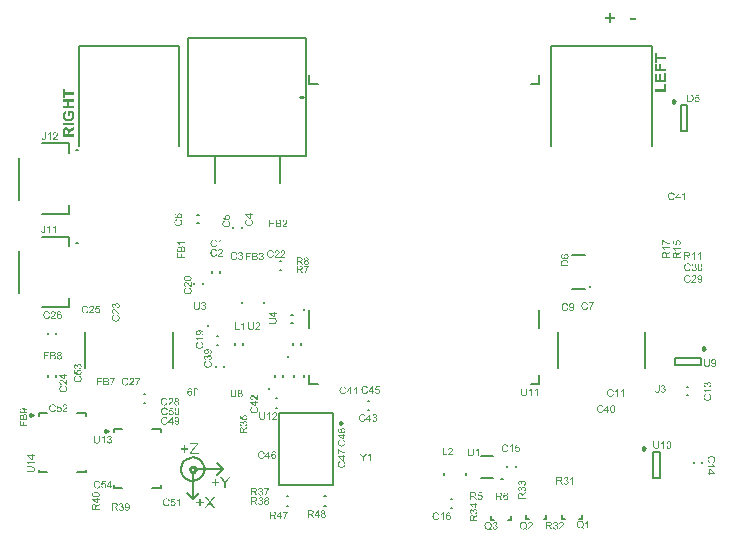
<source format=gto>
G04*
G04 #@! TF.GenerationSoftware,Altium Limited,Altium Designer,20.0.13 (296)*
G04*
G04 Layer_Color=65535*
%FSLAX44Y44*%
%MOMM*%
G71*
G01*
G75*
%ADD10C,0.2500*%
%ADD11C,0.2540*%
%ADD12C,0.2000*%
%ADD13C,0.2032*%
%ADD14C,0.2030*%
G36*
X544824Y407157D02*
X552799D01*
Y405222D01*
X544824D01*
Y402372D01*
X543201D01*
Y410000D01*
X544824D01*
Y407157D01*
D02*
G37*
G36*
Y396804D02*
X547099D01*
Y400812D01*
X548721D01*
Y396804D01*
X552799D01*
Y394870D01*
X543201D01*
Y401450D01*
X544824D01*
Y396804D01*
D02*
G37*
G36*
X552799Y385924D02*
X543201D01*
Y393039D01*
X544824D01*
Y387859D01*
X546953D01*
Y392678D01*
X548576D01*
Y387859D01*
X551176D01*
Y393219D01*
X552799D01*
Y385924D01*
D02*
G37*
G36*
Y377784D02*
X543285D01*
Y379718D01*
X551176D01*
Y384538D01*
X552799D01*
Y377784D01*
D02*
G37*
G36*
X43672Y377205D02*
X51647D01*
Y375270D01*
X43672D01*
Y372420D01*
X42050D01*
Y380048D01*
X43672D01*
Y377205D01*
D02*
G37*
G36*
X51647Y369161D02*
X47452D01*
Y365361D01*
X51647D01*
Y363427D01*
X42050D01*
Y365361D01*
X45829D01*
Y369161D01*
X42050D01*
Y371096D01*
X51647D01*
Y369161D01*
D02*
G37*
G36*
X50336Y361624D02*
X50357Y361603D01*
X50385Y361568D01*
X50426Y361520D01*
X50482Y361457D01*
X50537Y361374D01*
X50607Y361284D01*
X50683Y361180D01*
X50759Y361062D01*
X50842Y360930D01*
X50926Y360785D01*
X51016Y360625D01*
X51106Y360459D01*
X51196Y360272D01*
X51286Y360071D01*
X51370Y359863D01*
X51376Y359849D01*
X51390Y359814D01*
X51411Y359752D01*
X51439Y359661D01*
X51473Y359557D01*
X51508Y359433D01*
X51550Y359294D01*
X51591Y359141D01*
X51633Y358968D01*
X51675Y358788D01*
X51709Y358594D01*
X51744Y358393D01*
X51772Y358185D01*
X51792Y357970D01*
X51806Y357748D01*
X51813Y357526D01*
Y357422D01*
X51806Y357380D01*
Y357276D01*
X51792Y357144D01*
X51779Y356992D01*
X51758Y356819D01*
X51737Y356631D01*
X51702Y356430D01*
X51661Y356222D01*
X51605Y356007D01*
X51550Y355785D01*
X51473Y355556D01*
X51390Y355335D01*
X51293Y355113D01*
X51182Y354898D01*
X51175Y354884D01*
X51154Y354849D01*
X51113Y354794D01*
X51064Y354717D01*
X51002Y354620D01*
X50919Y354516D01*
X50829Y354398D01*
X50718Y354267D01*
X50600Y354135D01*
X50468Y353996D01*
X50315Y353858D01*
X50156Y353719D01*
X49983Y353580D01*
X49795Y353455D01*
X49594Y353331D01*
X49379Y353220D01*
X49366Y353213D01*
X49324Y353199D01*
X49261Y353171D01*
X49171Y353130D01*
X49060Y353088D01*
X48936Y353039D01*
X48783Y352991D01*
X48617Y352942D01*
X48436Y352887D01*
X48235Y352838D01*
X48027Y352790D01*
X47805Y352748D01*
X47569Y352713D01*
X47327Y352686D01*
X47077Y352665D01*
X46821Y352658D01*
X46814D01*
X46807D01*
X46779D01*
X46751D01*
X46717D01*
X46675Y352665D01*
X46571D01*
X46439Y352679D01*
X46287Y352693D01*
X46113Y352713D01*
X45926Y352734D01*
X45725Y352769D01*
X45510Y352811D01*
X45288Y352859D01*
X45066Y352921D01*
X44837Y352991D01*
X44609Y353074D01*
X44380Y353171D01*
X44158Y353282D01*
X44144Y353289D01*
X44109Y353310D01*
X44047Y353351D01*
X43964Y353400D01*
X43867Y353462D01*
X43756Y353545D01*
X43631Y353643D01*
X43499Y353747D01*
X43354Y353871D01*
X43208Y354010D01*
X43062Y354156D01*
X42910Y354322D01*
X42764Y354502D01*
X42625Y354697D01*
X42494Y354898D01*
X42369Y355120D01*
X42362Y355134D01*
X42348Y355161D01*
X42327Y355217D01*
X42293Y355286D01*
X42258Y355376D01*
X42216Y355487D01*
X42175Y355612D01*
X42126Y355751D01*
X42085Y355910D01*
X42043Y356090D01*
X42001Y356278D01*
X41967Y356479D01*
X41932Y356694D01*
X41911Y356929D01*
X41897Y357172D01*
X41890Y357422D01*
Y357540D01*
X41897Y357595D01*
Y357651D01*
X41904Y357713D01*
X41911Y357866D01*
X41932Y358039D01*
X41953Y358233D01*
X41988Y358441D01*
X42022Y358656D01*
X42078Y358885D01*
X42133Y359121D01*
X42209Y359350D01*
X42293Y359578D01*
X42397Y359800D01*
X42515Y360015D01*
X42646Y360209D01*
X42653Y360223D01*
X42681Y360251D01*
X42723Y360306D01*
X42785Y360369D01*
X42861Y360452D01*
X42951Y360542D01*
X43062Y360646D01*
X43187Y360750D01*
X43326Y360861D01*
X43478Y360965D01*
X43652Y361076D01*
X43832Y361180D01*
X44033Y361277D01*
X44248Y361367D01*
X44470Y361444D01*
X44713Y361506D01*
X45073Y359585D01*
X45066D01*
X45045Y359578D01*
X45004Y359564D01*
X44955Y359544D01*
X44900Y359523D01*
X44830Y359488D01*
X44754Y359454D01*
X44671Y359412D01*
X44588Y359363D01*
X44498Y359308D01*
X44401Y359245D01*
X44310Y359176D01*
X44220Y359093D01*
X44130Y359010D01*
X44040Y358920D01*
X43964Y358815D01*
X43957Y358809D01*
X43943Y358788D01*
X43922Y358760D01*
X43901Y358718D01*
X43867Y358663D01*
X43832Y358594D01*
X43797Y358517D01*
X43756Y358434D01*
X43714Y358337D01*
X43679Y358233D01*
X43645Y358115D01*
X43610Y357990D01*
X43589Y357866D01*
X43569Y357720D01*
X43555Y357574D01*
X43548Y357422D01*
Y357366D01*
X43555Y357297D01*
X43562Y357214D01*
X43575Y357103D01*
X43589Y356978D01*
X43617Y356846D01*
X43652Y356694D01*
X43693Y356534D01*
X43749Y356375D01*
X43811Y356201D01*
X43888Y356035D01*
X43984Y355868D01*
X44089Y355709D01*
X44213Y355550D01*
X44359Y355404D01*
X44366Y355397D01*
X44394Y355369D01*
X44442Y355335D01*
X44511Y355286D01*
X44595Y355231D01*
X44699Y355168D01*
X44817Y355099D01*
X44955Y355029D01*
X45115Y354960D01*
X45295Y354891D01*
X45489Y354828D01*
X45704Y354773D01*
X45940Y354724D01*
X46190Y354690D01*
X46460Y354662D01*
X46744Y354655D01*
X46751D01*
X46765D01*
X46786D01*
X46821D01*
X46862D01*
X46904Y354662D01*
X46959D01*
X47022Y354669D01*
X47167Y354676D01*
X47327Y354697D01*
X47507Y354717D01*
X47701Y354752D01*
X47909Y354787D01*
X48117Y354842D01*
X48332Y354898D01*
X48540Y354974D01*
X48748Y355057D01*
X48949Y355161D01*
X49137Y355279D01*
X49303Y355411D01*
X49310Y355418D01*
X49338Y355446D01*
X49379Y355487D01*
X49435Y355550D01*
X49497Y355626D01*
X49573Y355716D01*
X49650Y355827D01*
X49726Y355945D01*
X49809Y356083D01*
X49886Y356229D01*
X49955Y356395D01*
X50024Y356576D01*
X50080Y356763D01*
X50121Y356964D01*
X50149Y357179D01*
X50156Y357401D01*
Y357463D01*
X50149Y357505D01*
Y357560D01*
X50142Y357630D01*
X50135Y357699D01*
X50128Y357782D01*
X50114Y357873D01*
X50100Y357970D01*
X50059Y358171D01*
X49997Y358393D01*
X49920Y358621D01*
Y358628D01*
X49906Y358649D01*
X49899Y358684D01*
X49879Y358725D01*
X49858Y358774D01*
X49830Y358836D01*
X49795Y358906D01*
X49761Y358982D01*
X49678Y359148D01*
X49580Y359322D01*
X49469Y359502D01*
X49345Y359675D01*
X48124D01*
Y357456D01*
X46502D01*
Y361631D01*
X50329D01*
X50336Y361624D01*
D02*
G37*
G36*
X51647Y349205D02*
X42050D01*
Y351139D01*
X51647D01*
Y349205D01*
D02*
G37*
G36*
Y345890D02*
X49560Y344496D01*
X49546Y344490D01*
X49511Y344462D01*
X49456Y344427D01*
X49379Y344379D01*
X49289Y344316D01*
X49192Y344247D01*
X49081Y344170D01*
X48963Y344087D01*
X48727Y343914D01*
X48610Y343831D01*
X48492Y343747D01*
X48388Y343671D01*
X48298Y343595D01*
X48214Y343526D01*
X48152Y343470D01*
X48138Y343456D01*
X48103Y343422D01*
X48055Y343366D01*
X47993Y343297D01*
X47923Y343207D01*
X47861Y343110D01*
X47798Y343006D01*
X47750Y342888D01*
X47743Y342874D01*
X47736Y342853D01*
X47729Y342832D01*
X47722Y342798D01*
X47715Y342756D01*
X47701Y342707D01*
X47694Y342652D01*
X47681Y342589D01*
X47674Y342520D01*
X47667Y342437D01*
X47653Y342347D01*
X47646Y342257D01*
Y342153D01*
X47639Y342035D01*
Y341529D01*
X51647D01*
Y339594D01*
X42050D01*
Y343810D01*
X42057Y343914D01*
Y344046D01*
X42064Y344191D01*
X42071Y344351D01*
X42085Y344524D01*
X42098Y344704D01*
X42112Y344885D01*
X42161Y345259D01*
X42189Y345433D01*
X42223Y345599D01*
X42265Y345758D01*
X42313Y345897D01*
Y345904D01*
X42327Y345925D01*
X42341Y345966D01*
X42362Y346015D01*
X42390Y346071D01*
X42431Y346140D01*
X42473Y346216D01*
X42521Y346299D01*
X42584Y346390D01*
X42653Y346480D01*
X42730Y346570D01*
X42813Y346667D01*
X42903Y346757D01*
X43007Y346847D01*
X43118Y346930D01*
X43236Y347014D01*
X43243Y347020D01*
X43263Y347034D01*
X43305Y347055D01*
X43354Y347083D01*
X43416Y347111D01*
X43485Y347145D01*
X43575Y347187D01*
X43672Y347229D01*
X43776Y347263D01*
X43894Y347305D01*
X44019Y347339D01*
X44151Y347374D01*
X44290Y347395D01*
X44435Y347416D01*
X44581Y347430D01*
X44740Y347436D01*
X44754D01*
X44789D01*
X44844Y347430D01*
X44921D01*
X45011Y347416D01*
X45122Y347402D01*
X45240Y347381D01*
X45371Y347360D01*
X45510Y347326D01*
X45656Y347284D01*
X45801Y347229D01*
X45954Y347166D01*
X46100Y347097D01*
X46252Y347007D01*
X46391Y346909D01*
X46529Y346799D01*
X46536Y346792D01*
X46557Y346771D01*
X46592Y346729D01*
X46640Y346681D01*
X46696Y346611D01*
X46758Y346535D01*
X46828Y346438D01*
X46904Y346327D01*
X46980Y346195D01*
X47049Y346057D01*
X47126Y345904D01*
X47195Y345731D01*
X47264Y345544D01*
X47320Y345342D01*
X47368Y345127D01*
X47410Y344899D01*
X47417Y344906D01*
X47424Y344926D01*
X47445Y344961D01*
X47472Y345003D01*
X47507Y345058D01*
X47549Y345121D01*
X47597Y345190D01*
X47646Y345266D01*
X47771Y345433D01*
X47909Y345606D01*
X48062Y345779D01*
X48221Y345939D01*
X48228Y345946D01*
X48242Y345960D01*
X48270Y345980D01*
X48305Y346015D01*
X48353Y346057D01*
X48415Y346105D01*
X48492Y346161D01*
X48582Y346230D01*
X48679Y346306D01*
X48790Y346390D01*
X48922Y346480D01*
X49060Y346577D01*
X49220Y346681D01*
X49386Y346792D01*
X49573Y346917D01*
X49775Y347041D01*
X51647Y348213D01*
Y345890D01*
D02*
G37*
G36*
X145724Y75777D02*
X148338D01*
Y74675D01*
X145724D01*
Y72046D01*
X144614D01*
Y74675D01*
X142000D01*
Y75777D01*
X144614D01*
Y78391D01*
X145724D01*
Y75777D01*
D02*
G37*
G36*
X156777Y78967D02*
X151382Y72303D01*
X150807Y71630D01*
X156936D01*
Y70500D01*
X149350D01*
Y71672D01*
X154260Y77823D01*
X154267Y77829D01*
X154281Y77850D01*
X154308Y77885D01*
X154350Y77934D01*
X154398Y77989D01*
X154447Y78058D01*
X154509Y78128D01*
X154579Y78211D01*
X154731Y78391D01*
X154898Y78578D01*
X155078Y78780D01*
X155258Y78967D01*
X149905D01*
Y80097D01*
X156777D01*
Y78967D01*
D02*
G37*
G36*
X527000Y438582D02*
X522155D01*
Y440163D01*
X527000D01*
Y438582D01*
D02*
G37*
G36*
X506014Y440934D02*
X509500D01*
Y439464D01*
X506014D01*
Y435979D01*
X504535D01*
Y439464D01*
X501049D01*
Y440934D01*
X504535D01*
Y444438D01*
X506014D01*
Y440934D01*
D02*
G37*
G36*
X180079Y46063D02*
Y42000D01*
X178810D01*
Y46063D01*
X175114Y51597D01*
X176661D01*
X178547Y48699D01*
X178554Y48692D01*
X178568Y48664D01*
X178602Y48615D01*
X178637Y48560D01*
X178686Y48484D01*
X178741Y48400D01*
X178804Y48303D01*
X178873Y48192D01*
X178942Y48074D01*
X179018Y47950D01*
X179102Y47811D01*
X179185Y47672D01*
X179358Y47381D01*
X179525Y47083D01*
X179532Y47090D01*
X179545Y47118D01*
X179566Y47159D01*
X179601Y47215D01*
X179643Y47284D01*
X179698Y47367D01*
X179753Y47464D01*
X179823Y47575D01*
X179892Y47693D01*
X179975Y47818D01*
X180059Y47957D01*
X180149Y48109D01*
X180246Y48262D01*
X180350Y48428D01*
X180572Y48768D01*
X182430Y51597D01*
X183907D01*
X180079Y46063D01*
D02*
G37*
G36*
X171724Y47277D02*
X174338D01*
Y46174D01*
X171724D01*
Y43546D01*
X170614D01*
Y46174D01*
X168000D01*
Y47277D01*
X170614D01*
Y49891D01*
X171724D01*
Y47277D01*
D02*
G37*
G36*
X167343Y30034D02*
X170935Y25000D01*
X169361D01*
X166941Y28419D01*
X166934Y28433D01*
X166906Y28467D01*
X166864Y28530D01*
X166816Y28599D01*
X166754Y28689D01*
X166691Y28786D01*
X166545Y29001D01*
Y28994D01*
X166532Y28980D01*
X166518Y28953D01*
X166497Y28925D01*
X166441Y28835D01*
X166372Y28738D01*
X166296Y28620D01*
X166227Y28509D01*
X166157Y28405D01*
X166095Y28321D01*
X163661Y25000D01*
X162135D01*
X165845Y29972D01*
X162572Y34597D01*
X164091D01*
X165838Y32142D01*
X165845Y32135D01*
X165859Y32108D01*
X165894Y32066D01*
X165928Y32017D01*
X165970Y31955D01*
X166025Y31879D01*
X166081Y31795D01*
X166143Y31712D01*
X166268Y31518D01*
X166393Y31324D01*
X166511Y31137D01*
X166566Y31047D01*
X166608Y30963D01*
X166615Y30970D01*
X166622Y30984D01*
X166642Y31012D01*
X166663Y31054D01*
X166698Y31095D01*
X166733Y31151D01*
X166774Y31220D01*
X166823Y31289D01*
X166934Y31449D01*
X167059Y31629D01*
X167204Y31830D01*
X167364Y32038D01*
X169284Y34597D01*
X170671D01*
X167343Y30034D01*
D02*
G37*
G36*
X158724Y30277D02*
X161338D01*
Y29174D01*
X158724D01*
Y26546D01*
X157614D01*
Y29174D01*
X155000D01*
Y30277D01*
X157614D01*
Y32891D01*
X158724D01*
Y30277D01*
D02*
G37*
G36*
X557551Y292355D02*
X557621Y292350D01*
X557704Y292346D01*
X557796Y292332D01*
X557903Y292318D01*
X558023Y292299D01*
X558148Y292272D01*
X558277Y292239D01*
X558411Y292202D01*
X558545Y292152D01*
X558679Y292096D01*
X558818Y292031D01*
X558947Y291957D01*
X559072Y291870D01*
X559081Y291865D01*
X559100Y291847D01*
X559137Y291819D01*
X559179Y291777D01*
X559234Y291731D01*
X559294Y291666D01*
X559359Y291597D01*
X559433Y291514D01*
X559507Y291421D01*
X559585Y291320D01*
X559659Y291204D01*
X559733Y291084D01*
X559807Y290950D01*
X559872Y290806D01*
X559937Y290654D01*
X559988Y290492D01*
X559156Y290298D01*
X559151Y290307D01*
X559146Y290330D01*
X559132Y290363D01*
X559114Y290413D01*
X559091Y290469D01*
X559063Y290534D01*
X559026Y290608D01*
X558989Y290686D01*
X558947Y290769D01*
X558897Y290853D01*
X558846Y290936D01*
X558786Y291024D01*
X558721Y291102D01*
X558656Y291181D01*
X558582Y291250D01*
X558504Y291315D01*
X558499Y291320D01*
X558485Y291329D01*
X558462Y291343D01*
X558430Y291366D01*
X558388Y291389D01*
X558337Y291417D01*
X558277Y291444D01*
X558212Y291477D01*
X558139Y291504D01*
X558060Y291532D01*
X557972Y291560D01*
X557880Y291583D01*
X557778Y291606D01*
X557672Y291620D01*
X557561Y291629D01*
X557440Y291634D01*
X557371D01*
X557320Y291629D01*
X557256Y291625D01*
X557182Y291615D01*
X557098Y291606D01*
X557010Y291588D01*
X556913Y291569D01*
X556816Y291546D01*
X556715Y291518D01*
X556608Y291486D01*
X556507Y291444D01*
X556405Y291393D01*
X556303Y291343D01*
X556206Y291278D01*
X556202Y291273D01*
X556183Y291264D01*
X556160Y291241D01*
X556128Y291213D01*
X556086Y291176D01*
X556040Y291135D01*
X555989Y291084D01*
X555933Y291028D01*
X555878Y290963D01*
X555818Y290894D01*
X555762Y290816D01*
X555707Y290728D01*
X555651Y290640D01*
X555601Y290543D01*
X555554Y290441D01*
X555513Y290330D01*
Y290326D01*
X555504Y290303D01*
X555494Y290270D01*
X555480Y290229D01*
X555466Y290173D01*
X555448Y290108D01*
X555434Y290034D01*
X555416Y289951D01*
X555397Y289863D01*
X555379Y289766D01*
X555360Y289664D01*
X555346Y289558D01*
X555323Y289336D01*
X555318Y289221D01*
X555314Y289100D01*
Y289091D01*
Y289064D01*
Y289022D01*
X555318Y288962D01*
X555323Y288892D01*
X555328Y288809D01*
X555332Y288717D01*
X555342Y288620D01*
X555355Y288509D01*
X555369Y288393D01*
X555416Y288158D01*
X555439Y288033D01*
X555471Y287913D01*
X555508Y287792D01*
X555550Y287677D01*
X555554Y287672D01*
X555559Y287649D01*
X555573Y287621D01*
X555596Y287580D01*
X555619Y287529D01*
X555651Y287469D01*
X555688Y287404D01*
X555730Y287335D01*
X555781Y287265D01*
X555836Y287191D01*
X555896Y287113D01*
X555961Y287039D01*
X556035Y286965D01*
X556114Y286896D01*
X556197Y286831D01*
X556289Y286771D01*
X556294Y286766D01*
X556312Y286757D01*
X556340Y286743D01*
X556377Y286724D01*
X556423Y286701D01*
X556479Y286674D01*
X556544Y286651D01*
X556613Y286623D01*
X556692Y286590D01*
X556775Y286567D01*
X556867Y286539D01*
X556960Y286516D01*
X557061Y286498D01*
X557163Y286484D01*
X557269Y286475D01*
X557376Y286470D01*
X557408D01*
X557445Y286475D01*
X557496D01*
X557556Y286484D01*
X557625Y286493D01*
X557709Y286502D01*
X557792Y286521D01*
X557884Y286544D01*
X557981Y286572D01*
X558083Y286604D01*
X558185Y286641D01*
X558286Y286687D01*
X558388Y286743D01*
X558485Y286808D01*
X558582Y286877D01*
X558587Y286882D01*
X558605Y286896D01*
X558629Y286919D01*
X558661Y286956D01*
X558702Y286997D01*
X558749Y287048D01*
X558800Y287113D01*
X558850Y287182D01*
X558906Y287265D01*
X558961Y287353D01*
X559021Y287455D01*
X559072Y287566D01*
X559128Y287681D01*
X559174Y287811D01*
X559216Y287945D01*
X559253Y288093D01*
X560098Y287880D01*
Y287875D01*
X560094Y287866D01*
X560089Y287852D01*
X560085Y287834D01*
X560080Y287811D01*
X560071Y287778D01*
X560048Y287709D01*
X560015Y287621D01*
X559978Y287524D01*
X559932Y287413D01*
X559877Y287293D01*
X559817Y287164D01*
X559747Y287034D01*
X559669Y286905D01*
X559581Y286771D01*
X559484Y286641D01*
X559377Y286516D01*
X559262Y286401D01*
X559137Y286290D01*
X559128Y286285D01*
X559105Y286267D01*
X559068Y286239D01*
X559012Y286207D01*
X558947Y286165D01*
X558864Y286119D01*
X558772Y286068D01*
X558666Y286017D01*
X558550Y285966D01*
X558420Y285915D01*
X558282Y285869D01*
X558134Y285828D01*
X557972Y285795D01*
X557806Y285767D01*
X557630Y285749D01*
X557445Y285744D01*
X557376D01*
X557343Y285749D01*
X557274D01*
X557186Y285758D01*
X557085Y285767D01*
X556969Y285781D01*
X556849Y285795D01*
X556715Y285818D01*
X556581Y285846D01*
X556437Y285883D01*
X556299Y285920D01*
X556160Y285971D01*
X556021Y286026D01*
X555887Y286091D01*
X555762Y286165D01*
X555753Y286170D01*
X555735Y286184D01*
X555702Y286211D01*
X555656Y286244D01*
X555601Y286285D01*
X555540Y286341D01*
X555471Y286401D01*
X555397Y286475D01*
X555318Y286558D01*
X555240Y286646D01*
X555157Y286747D01*
X555074Y286854D01*
X554995Y286974D01*
X554916Y287099D01*
X554842Y287238D01*
X554778Y287381D01*
Y287386D01*
X554773Y287390D01*
X554764Y287418D01*
X554745Y287459D01*
X554727Y287519D01*
X554699Y287593D01*
X554671Y287681D01*
X554639Y287783D01*
X554611Y287894D01*
X554579Y288019D01*
X554547Y288153D01*
X554519Y288291D01*
X554491Y288444D01*
X554473Y288597D01*
X554454Y288759D01*
X554445Y288925D01*
X554440Y289096D01*
Y289100D01*
Y289110D01*
Y289124D01*
Y289142D01*
Y289165D01*
X554445Y289193D01*
Y289262D01*
X554454Y289350D01*
X554459Y289452D01*
X554473Y289567D01*
X554486Y289692D01*
X554510Y289822D01*
X554533Y289960D01*
X554565Y290108D01*
X554602Y290256D01*
X554644Y290404D01*
X554695Y290552D01*
X554755Y290695D01*
X554819Y290839D01*
X554824Y290848D01*
X554838Y290871D01*
X554861Y290908D01*
X554889Y290963D01*
X554930Y291024D01*
X554977Y291093D01*
X555037Y291176D01*
X555101Y291259D01*
X555171Y291347D01*
X555254Y291444D01*
X555342Y291537D01*
X555439Y291629D01*
X555545Y291722D01*
X555656Y291810D01*
X555776Y291893D01*
X555906Y291971D01*
X555915Y291976D01*
X555938Y291990D01*
X555975Y292008D01*
X556031Y292031D01*
X556095Y292064D01*
X556174Y292096D01*
X556266Y292129D01*
X556363Y292166D01*
X556474Y292202D01*
X556594Y292235D01*
X556724Y292272D01*
X556858Y292299D01*
X557001Y292323D01*
X557149Y292341D01*
X557302Y292355D01*
X557459Y292360D01*
X557524D01*
X557551Y292355D01*
D02*
G37*
G36*
X568748Y285851D02*
X567962D01*
Y290853D01*
X567957Y290848D01*
X567948Y290839D01*
X567934Y290825D01*
X567911Y290806D01*
X567883Y290783D01*
X567846Y290751D01*
X567805Y290718D01*
X567763Y290681D01*
X567708Y290645D01*
X567652Y290598D01*
X567592Y290557D01*
X567527Y290506D01*
X567453Y290460D01*
X567379Y290409D01*
X567213Y290307D01*
X567208Y290303D01*
X567195Y290293D01*
X567167Y290279D01*
X567134Y290266D01*
X567097Y290242D01*
X567051Y290215D01*
X566996Y290187D01*
X566940Y290154D01*
X566811Y290090D01*
X566672Y290025D01*
X566529Y289960D01*
X566390Y289905D01*
Y290663D01*
X566399Y290668D01*
X566418Y290677D01*
X566455Y290695D01*
X566501Y290718D01*
X566557Y290746D01*
X566626Y290783D01*
X566700Y290825D01*
X566778Y290871D01*
X566866Y290926D01*
X566959Y290982D01*
X567153Y291112D01*
X567352Y291255D01*
X567541Y291412D01*
X567546Y291417D01*
X567564Y291430D01*
X567588Y291453D01*
X567620Y291486D01*
X567661Y291528D01*
X567708Y291574D01*
X567758Y291629D01*
X567814Y291685D01*
X567869Y291749D01*
X567929Y291819D01*
X568045Y291962D01*
X568151Y292115D01*
X568198Y292193D01*
X568239Y292272D01*
X568748D01*
Y285851D01*
D02*
G37*
G36*
X564125Y288102D02*
X564989D01*
Y287381D01*
X564125D01*
Y285851D01*
X563339D01*
Y287381D01*
X560565D01*
Y288102D01*
X563482Y292249D01*
X564125D01*
Y288102D01*
D02*
G37*
G36*
X149853Y126717D02*
X149904D01*
X149969Y126707D01*
X150043Y126698D01*
X150126Y126684D01*
X150214Y126670D01*
X150311Y126647D01*
X150413Y126620D01*
X150514Y126587D01*
X150616Y126546D01*
X150718Y126499D01*
X150820Y126444D01*
X150917Y126379D01*
X151009Y126305D01*
X151014Y126301D01*
X151027Y126287D01*
X151055Y126264D01*
X151083Y126227D01*
X151120Y126185D01*
X151166Y126134D01*
X151212Y126074D01*
X151259Y126000D01*
X151309Y125921D01*
X151356Y125834D01*
X151407Y125741D01*
X151448Y125635D01*
X151490Y125519D01*
X151527Y125399D01*
X151554Y125270D01*
X151578Y125131D01*
X150824Y125062D01*
Y125066D01*
X150820Y125085D01*
X150815Y125112D01*
X150806Y125149D01*
X150796Y125191D01*
X150782Y125242D01*
X150764Y125302D01*
X150745Y125358D01*
X150695Y125487D01*
X150630Y125616D01*
X150551Y125737D01*
X150510Y125792D01*
X150459Y125838D01*
X150454Y125843D01*
X150445Y125848D01*
X150431Y125861D01*
X150408Y125875D01*
X150385Y125894D01*
X150353Y125912D01*
X150311Y125935D01*
X150269Y125954D01*
X150223Y125977D01*
X150168Y126000D01*
X150052Y126037D01*
X149918Y126065D01*
X149844Y126069D01*
X149766Y126074D01*
X149728D01*
X149705Y126069D01*
X149673D01*
X149636Y126065D01*
X149548Y126056D01*
X149451Y126032D01*
X149340Y126005D01*
X149234Y125968D01*
X149128Y125912D01*
X149123D01*
X149114Y125903D01*
X149100Y125894D01*
X149081Y125880D01*
X149030Y125843D01*
X148970Y125792D01*
X148901Y125732D01*
X148827Y125653D01*
X148753Y125566D01*
X148684Y125469D01*
Y125464D01*
X148674Y125455D01*
X148665Y125441D01*
X148656Y125418D01*
X148638Y125390D01*
X148624Y125358D01*
X148601Y125316D01*
X148582Y125270D01*
X148559Y125219D01*
X148536Y125163D01*
X148513Y125103D01*
X148485Y125039D01*
X148462Y124965D01*
X148439Y124891D01*
X148416Y124807D01*
X148392Y124724D01*
Y124720D01*
X148388Y124701D01*
X148383Y124678D01*
X148374Y124641D01*
X148365Y124599D01*
X148356Y124549D01*
X148342Y124493D01*
X148332Y124428D01*
X148323Y124359D01*
X148309Y124280D01*
X148291Y124119D01*
X148277Y123943D01*
X148272Y123763D01*
Y123758D01*
Y123753D01*
Y123740D01*
Y123726D01*
Y123703D01*
Y123675D01*
Y123643D01*
Y123605D01*
X148277Y123610D01*
X148281Y123624D01*
X148295Y123643D01*
X148314Y123670D01*
X148342Y123703D01*
X148369Y123740D01*
X148402Y123781D01*
X148443Y123823D01*
X148485Y123874D01*
X148536Y123920D01*
X148587Y123971D01*
X148647Y124022D01*
X148772Y124123D01*
X148919Y124216D01*
X148924Y124220D01*
X148938Y124225D01*
X148961Y124239D01*
X148989Y124253D01*
X149030Y124271D01*
X149072Y124290D01*
X149123Y124308D01*
X149183Y124331D01*
X149248Y124354D01*
X149312Y124373D01*
X149465Y124410D01*
X149627Y124438D01*
X149715Y124442D01*
X149802Y124447D01*
X149839D01*
X149881Y124442D01*
X149937Y124438D01*
X150001Y124428D01*
X150084Y124415D01*
X150172Y124401D01*
X150269Y124373D01*
X150371Y124345D01*
X150482Y124308D01*
X150593Y124262D01*
X150704Y124206D01*
X150820Y124137D01*
X150930Y124063D01*
X151041Y123975D01*
X151148Y123874D01*
X151152Y123869D01*
X151171Y123846D01*
X151199Y123813D01*
X151231Y123767D01*
X151272Y123712D01*
X151319Y123643D01*
X151370Y123559D01*
X151420Y123467D01*
X151471Y123365D01*
X151522Y123250D01*
X151568Y123125D01*
X151610Y122991D01*
X151642Y122847D01*
X151670Y122690D01*
X151688Y122528D01*
X151693Y122357D01*
Y122353D01*
Y122348D01*
Y122334D01*
Y122316D01*
X151688Y122293D01*
Y122265D01*
X151684Y122196D01*
X151675Y122112D01*
X151661Y122015D01*
X151647Y121909D01*
X151619Y121793D01*
X151592Y121673D01*
X151554Y121544D01*
X151508Y121414D01*
X151453Y121285D01*
X151383Y121155D01*
X151309Y121026D01*
X151222Y120906D01*
X151120Y120790D01*
X151115Y120786D01*
X151092Y120763D01*
X151060Y120735D01*
X151018Y120698D01*
X150963Y120652D01*
X150893Y120601D01*
X150815Y120545D01*
X150727Y120490D01*
X150625Y120434D01*
X150519Y120383D01*
X150399Y120333D01*
X150269Y120286D01*
X150135Y120249D01*
X149992Y120222D01*
X149839Y120198D01*
X149682Y120194D01*
X149622D01*
X149576Y120198D01*
X149521Y120203D01*
X149456Y120212D01*
X149386Y120222D01*
X149308Y120236D01*
X149220Y120254D01*
X149132Y120277D01*
X149035Y120305D01*
X148938Y120337D01*
X148841Y120374D01*
X148739Y120420D01*
X148642Y120471D01*
X148545Y120531D01*
X148540Y120536D01*
X148522Y120545D01*
X148494Y120568D01*
X148462Y120591D01*
X148416Y120628D01*
X148365Y120670D01*
X148314Y120721D01*
X148254Y120776D01*
X148189Y120841D01*
X148124Y120915D01*
X148060Y120994D01*
X147995Y121081D01*
X147930Y121174D01*
X147870Y121271D01*
X147810Y121377D01*
X147759Y121493D01*
X147754Y121502D01*
X147745Y121521D01*
X147736Y121558D01*
X147718Y121608D01*
X147694Y121673D01*
X147671Y121752D01*
X147648Y121844D01*
X147620Y121951D01*
X147597Y122071D01*
X147574Y122205D01*
X147551Y122348D01*
X147528Y122510D01*
X147509Y122686D01*
X147500Y122871D01*
X147491Y123074D01*
X147486Y123287D01*
Y123291D01*
Y123300D01*
Y123319D01*
Y123342D01*
Y123370D01*
Y123402D01*
X147491Y123444D01*
Y123490D01*
Y123541D01*
X147496Y123592D01*
X147500Y123712D01*
X147509Y123846D01*
X147519Y123989D01*
X147533Y124142D01*
X147551Y124299D01*
X147574Y124465D01*
X147597Y124627D01*
X147630Y124789D01*
X147667Y124946D01*
X147708Y125094D01*
X147754Y125237D01*
X147759Y125247D01*
X147768Y125270D01*
X147782Y125307D01*
X147805Y125358D01*
X147833Y125418D01*
X147865Y125487D01*
X147907Y125566D01*
X147953Y125649D01*
X148009Y125737D01*
X148064Y125824D01*
X148134Y125917D01*
X148203Y126009D01*
X148281Y126097D01*
X148365Y126185D01*
X148453Y126268D01*
X148550Y126342D01*
X148554Y126347D01*
X148573Y126356D01*
X148601Y126379D01*
X148642Y126402D01*
X148693Y126430D01*
X148753Y126462D01*
X148822Y126495D01*
X148901Y126532D01*
X148984Y126569D01*
X149081Y126601D01*
X149178Y126633D01*
X149289Y126661D01*
X149405Y126684D01*
X149525Y126703D01*
X149650Y126717D01*
X149779Y126721D01*
X149812D01*
X149853Y126717D01*
D02*
G37*
G36*
X154633D02*
X154693Y126712D01*
X154763Y126707D01*
X154846Y126693D01*
X154938Y126680D01*
X155035Y126661D01*
X155137Y126633D01*
X155244Y126606D01*
X155350Y126564D01*
X155456Y126518D01*
X155562Y126462D01*
X155664Y126398D01*
X155761Y126324D01*
X155849Y126241D01*
X155854Y126236D01*
X155868Y126217D01*
X155891Y126190D01*
X155918Y126148D01*
X155951Y126097D01*
X155988Y126037D01*
X156029Y125963D01*
X156066Y125880D01*
X156108Y125783D01*
X156150Y125676D01*
X156182Y125556D01*
X156214Y125427D01*
X156242Y125288D01*
X156260Y125136D01*
X156274Y124974D01*
Y124803D01*
X155512Y124697D01*
Y124706D01*
Y124729D01*
X155507Y124766D01*
X155502Y124817D01*
X155498Y124877D01*
X155489Y124942D01*
X155479Y125015D01*
X155465Y125099D01*
X155433Y125265D01*
X155387Y125431D01*
X155354Y125506D01*
X155322Y125579D01*
X155281Y125644D01*
X155239Y125700D01*
X155234Y125704D01*
X155230Y125709D01*
X155211Y125723D01*
X155193Y125741D01*
X155169Y125760D01*
X155137Y125783D01*
X155105Y125811D01*
X155063Y125834D01*
X155017Y125857D01*
X154966Y125885D01*
X154911Y125908D01*
X154851Y125926D01*
X154781Y125945D01*
X154712Y125954D01*
X154638Y125963D01*
X154559Y125968D01*
X154527D01*
X154504Y125963D01*
X154476D01*
X154444Y125958D01*
X154370Y125949D01*
X154287Y125931D01*
X154194Y125908D01*
X154097Y125871D01*
X154009Y125824D01*
X154005D01*
X154000Y125815D01*
X153972Y125797D01*
X153931Y125764D01*
X153884Y125718D01*
X153829Y125663D01*
X153778Y125593D01*
X153727Y125515D01*
X153690Y125427D01*
Y125422D01*
X153686Y125413D01*
X153681Y125399D01*
X153676Y125381D01*
X153672Y125353D01*
X153663Y125321D01*
X153653Y125279D01*
X153644Y125233D01*
X153639Y125182D01*
X153630Y125122D01*
X153621Y125057D01*
X153616Y124983D01*
X153612Y124904D01*
X153607Y124821D01*
X153602Y124729D01*
Y124627D01*
Y120217D01*
X152756D01*
Y124576D01*
Y124586D01*
Y124613D01*
Y124655D01*
X152761Y124710D01*
Y124775D01*
X152766Y124854D01*
X152775Y124942D01*
X152780Y125034D01*
X152793Y125131D01*
X152803Y125233D01*
X152840Y125441D01*
X152863Y125542D01*
X152891Y125639D01*
X152918Y125732D01*
X152955Y125820D01*
Y125824D01*
X152964Y125838D01*
X152974Y125861D01*
X152992Y125894D01*
X153011Y125931D01*
X153038Y125972D01*
X153071Y126019D01*
X153103Y126069D01*
X153145Y126120D01*
X153191Y126176D01*
X153242Y126231D01*
X153297Y126287D01*
X153357Y126342D01*
X153422Y126393D01*
X153491Y126444D01*
X153570Y126490D01*
X153575Y126495D01*
X153588Y126499D01*
X153612Y126513D01*
X153644Y126527D01*
X153686Y126546D01*
X153732Y126564D01*
X153787Y126583D01*
X153852Y126606D01*
X153921Y126629D01*
X153995Y126647D01*
X154079Y126666D01*
X154162Y126684D01*
X154254Y126698D01*
X154351Y126712D01*
X154448Y126717D01*
X154555Y126721D01*
X154592D01*
X154633Y126717D01*
D02*
G37*
G36*
X550376Y129244D02*
X550422D01*
X550478Y129234D01*
X550538Y129230D01*
X550603Y129221D01*
X550677Y129207D01*
X550751Y129193D01*
X550912Y129151D01*
X551000Y129128D01*
X551083Y129096D01*
X551167Y129063D01*
X551250Y129022D01*
X551255Y129017D01*
X551268Y129012D01*
X551292Y128999D01*
X551324Y128980D01*
X551361Y128957D01*
X551402Y128929D01*
X551449Y128897D01*
X551499Y128860D01*
X551610Y128772D01*
X551721Y128666D01*
X551828Y128546D01*
X551879Y128476D01*
X551925Y128407D01*
X551929Y128402D01*
X551934Y128388D01*
X551948Y128370D01*
X551962Y128338D01*
X551980Y128305D01*
X551999Y128259D01*
X552022Y128213D01*
X552045Y128157D01*
X552063Y128097D01*
X552087Y128037D01*
X552124Y127898D01*
X552151Y127746D01*
X552156Y127667D01*
X552160Y127584D01*
Y127579D01*
Y127566D01*
Y127542D01*
X552156Y127515D01*
Y127478D01*
X552147Y127436D01*
X552142Y127385D01*
X552133Y127334D01*
X552105Y127214D01*
X552063Y127089D01*
X552040Y127025D01*
X552008Y126955D01*
X551976Y126891D01*
X551934Y126826D01*
X551929Y126821D01*
X551925Y126812D01*
X551911Y126793D01*
X551892Y126770D01*
X551869Y126743D01*
X551842Y126710D01*
X551809Y126673D01*
X551768Y126632D01*
X551726Y126590D01*
X551675Y126549D01*
X551624Y126502D01*
X551564Y126456D01*
X551499Y126414D01*
X551430Y126368D01*
X551356Y126327D01*
X551278Y126290D01*
X551282D01*
X551301Y126285D01*
X551333Y126276D01*
X551370Y126262D01*
X551421Y126248D01*
X551476Y126225D01*
X551536Y126202D01*
X551601Y126170D01*
X551670Y126137D01*
X551744Y126096D01*
X551819Y126054D01*
X551892Y126003D01*
X551962Y125948D01*
X552031Y125887D01*
X552100Y125818D01*
X552160Y125744D01*
X552165Y125740D01*
X552174Y125726D01*
X552188Y125703D01*
X552211Y125670D01*
X552234Y125629D01*
X552262Y125582D01*
X552290Y125527D01*
X552318Y125462D01*
X552346Y125388D01*
X552378Y125310D01*
X552401Y125226D01*
X552424Y125134D01*
X552447Y125037D01*
X552461Y124935D01*
X552470Y124829D01*
X552475Y124713D01*
Y124704D01*
Y124676D01*
X552470Y124630D01*
X552466Y124575D01*
X552456Y124501D01*
X552443Y124417D01*
X552424Y124325D01*
X552396Y124223D01*
X552364Y124112D01*
X552327Y124001D01*
X552276Y123881D01*
X552216Y123761D01*
X552147Y123641D01*
X552063Y123521D01*
X551966Y123405D01*
X551860Y123294D01*
X551851Y123289D01*
X551832Y123271D01*
X551800Y123239D01*
X551749Y123202D01*
X551689Y123160D01*
X551620Y123109D01*
X551532Y123058D01*
X551439Y123003D01*
X551333Y122947D01*
X551213Y122896D01*
X551088Y122846D01*
X550949Y122804D01*
X550806Y122767D01*
X550649Y122735D01*
X550487Y122716D01*
X550316Y122712D01*
X550279D01*
X550233Y122716D01*
X550177Y122721D01*
X550103Y122725D01*
X550020Y122739D01*
X549928Y122753D01*
X549826Y122776D01*
X549720Y122799D01*
X549604Y122832D01*
X549489Y122873D01*
X549368Y122924D01*
X549253Y122980D01*
X549137Y123045D01*
X549022Y123123D01*
X548915Y123211D01*
X548911Y123216D01*
X548892Y123234D01*
X548865Y123262D01*
X548828Y123303D01*
X548786Y123354D01*
X548735Y123414D01*
X548684Y123484D01*
X548629Y123562D01*
X548573Y123650D01*
X548518Y123752D01*
X548467Y123858D01*
X548416Y123974D01*
X548374Y124099D01*
X548333Y124228D01*
X548305Y124367D01*
X548287Y124515D01*
X549072Y124621D01*
Y124612D01*
X549077Y124593D01*
X549086Y124556D01*
X549100Y124510D01*
X549114Y124454D01*
X549133Y124394D01*
X549156Y124325D01*
X549179Y124251D01*
X549244Y124089D01*
X549322Y123932D01*
X549368Y123853D01*
X549419Y123779D01*
X549470Y123715D01*
X549530Y123655D01*
X549535Y123650D01*
X549544Y123641D01*
X549562Y123627D01*
X549590Y123608D01*
X549618Y123585D01*
X549660Y123562D01*
X549701Y123534D01*
X549752Y123511D01*
X549808Y123484D01*
X549868Y123456D01*
X549932Y123433D01*
X550002Y123410D01*
X550076Y123391D01*
X550154Y123377D01*
X550233Y123368D01*
X550321Y123363D01*
X550344D01*
X550376Y123368D01*
X550413D01*
X550464Y123377D01*
X550519Y123382D01*
X550579Y123396D01*
X550649Y123410D01*
X550718Y123433D01*
X550797Y123456D01*
X550875Y123488D01*
X550954Y123525D01*
X551033Y123572D01*
X551111Y123622D01*
X551185Y123678D01*
X551259Y123747D01*
X551264Y123752D01*
X551278Y123766D01*
X551296Y123784D01*
X551319Y123816D01*
X551347Y123853D01*
X551379Y123900D01*
X551416Y123951D01*
X551453Y124011D01*
X551486Y124075D01*
X551523Y124149D01*
X551555Y124223D01*
X551583Y124311D01*
X551606Y124399D01*
X551624Y124491D01*
X551638Y124593D01*
X551643Y124695D01*
Y124699D01*
Y124718D01*
Y124746D01*
X551638Y124787D01*
X551633Y124829D01*
X551624Y124884D01*
X551615Y124944D01*
X551597Y125009D01*
X551578Y125078D01*
X551555Y125153D01*
X551527Y125226D01*
X551495Y125300D01*
X551453Y125374D01*
X551402Y125448D01*
X551352Y125518D01*
X551287Y125587D01*
X551282Y125592D01*
X551273Y125601D01*
X551250Y125619D01*
X551222Y125642D01*
X551190Y125670D01*
X551148Y125698D01*
X551097Y125730D01*
X551042Y125763D01*
X550982Y125795D01*
X550912Y125827D01*
X550838Y125855D01*
X550760Y125883D01*
X550677Y125906D01*
X550584Y125925D01*
X550492Y125934D01*
X550390Y125938D01*
X550348D01*
X550302Y125934D01*
X550238Y125929D01*
X550154Y125920D01*
X550062Y125901D01*
X549955Y125883D01*
X549835Y125855D01*
X549923Y126544D01*
X549937D01*
X549951Y126539D01*
X549969D01*
X550011Y126535D01*
X550099D01*
X550131Y126539D01*
X550177Y126544D01*
X550228Y126549D01*
X550284Y126558D01*
X550348Y126567D01*
X550418Y126581D01*
X550487Y126599D01*
X550640Y126646D01*
X550718Y126673D01*
X550797Y126710D01*
X550875Y126747D01*
X550949Y126793D01*
X550954Y126798D01*
X550968Y126807D01*
X550986Y126821D01*
X551014Y126844D01*
X551042Y126872D01*
X551079Y126904D01*
X551111Y126946D01*
X551153Y126992D01*
X551190Y127048D01*
X551227Y127108D01*
X551259Y127173D01*
X551287Y127247D01*
X551315Y127325D01*
X551333Y127413D01*
X551347Y127506D01*
X551352Y127603D01*
Y127607D01*
Y127621D01*
Y127644D01*
X551347Y127676D01*
X551342Y127709D01*
X551338Y127755D01*
X551328Y127801D01*
X551315Y127852D01*
X551278Y127963D01*
X551255Y128023D01*
X551227Y128083D01*
X551194Y128143D01*
X551153Y128203D01*
X551106Y128259D01*
X551056Y128315D01*
X551051Y128319D01*
X551042Y128328D01*
X551028Y128342D01*
X551005Y128361D01*
X550973Y128379D01*
X550940Y128407D01*
X550899Y128430D01*
X550852Y128458D01*
X550801Y128485D01*
X550746Y128509D01*
X550681Y128536D01*
X550616Y128555D01*
X550543Y128573D01*
X550469Y128587D01*
X550385Y128596D01*
X550302Y128601D01*
X550256D01*
X550228Y128596D01*
X550187Y128592D01*
X550140Y128587D01*
X550089Y128578D01*
X550034Y128564D01*
X549914Y128532D01*
X549854Y128509D01*
X549789Y128476D01*
X549724Y128444D01*
X549660Y128407D01*
X549599Y128361D01*
X549539Y128310D01*
X549535Y128305D01*
X549525Y128296D01*
X549512Y128278D01*
X549489Y128254D01*
X549465Y128227D01*
X549438Y128190D01*
X549410Y128143D01*
X549378Y128097D01*
X549345Y128037D01*
X549313Y127972D01*
X549276Y127903D01*
X549248Y127824D01*
X549216Y127741D01*
X549193Y127653D01*
X549170Y127556D01*
X549151Y127450D01*
X548365Y127589D01*
Y127593D01*
Y127598D01*
X548374Y127626D01*
X548384Y127663D01*
X548398Y127718D01*
X548416Y127788D01*
X548439Y127861D01*
X548467Y127945D01*
X548499Y128037D01*
X548541Y128134D01*
X548587Y128236D01*
X548643Y128338D01*
X548703Y128439D01*
X548767Y128541D01*
X548841Y128638D01*
X548925Y128730D01*
X549017Y128814D01*
X549022Y128818D01*
X549040Y128832D01*
X549068Y128855D01*
X549109Y128883D01*
X549160Y128915D01*
X549220Y128952D01*
X549290Y128989D01*
X549368Y129031D01*
X549456Y129073D01*
X549553Y129110D01*
X549655Y129147D01*
X549766Y129179D01*
X549886Y129207D01*
X550016Y129230D01*
X550150Y129244D01*
X550288Y129248D01*
X550339D01*
X550376Y129244D01*
D02*
G37*
G36*
X547219Y124866D02*
Y124857D01*
Y124829D01*
Y124787D01*
X547214Y124732D01*
Y124667D01*
X547210Y124588D01*
X547200Y124501D01*
X547196Y124408D01*
X547182Y124311D01*
X547173Y124209D01*
X547136Y124001D01*
X547112Y123900D01*
X547085Y123803D01*
X547057Y123710D01*
X547020Y123622D01*
Y123618D01*
X547011Y123604D01*
X547001Y123581D01*
X546983Y123548D01*
X546964Y123511D01*
X546937Y123470D01*
X546904Y123424D01*
X546872Y123373D01*
X546830Y123322D01*
X546784Y123266D01*
X546733Y123211D01*
X546678Y123155D01*
X546618Y123100D01*
X546553Y123049D01*
X546484Y122998D01*
X546405Y122952D01*
X546400Y122947D01*
X546387Y122943D01*
X546364Y122929D01*
X546331Y122915D01*
X546290Y122896D01*
X546243Y122878D01*
X546188Y122859D01*
X546123Y122836D01*
X546054Y122813D01*
X545980Y122795D01*
X545897Y122776D01*
X545813Y122758D01*
X545721Y122744D01*
X545624Y122730D01*
X545527Y122725D01*
X545420Y122721D01*
X545383D01*
X545342Y122725D01*
X545282Y122730D01*
X545213Y122735D01*
X545129Y122749D01*
X545037Y122762D01*
X544940Y122781D01*
X544838Y122809D01*
X544732Y122836D01*
X544625Y122878D01*
X544519Y122924D01*
X544413Y122980D01*
X544311Y123045D01*
X544214Y123118D01*
X544126Y123202D01*
X544122Y123206D01*
X544108Y123225D01*
X544085Y123252D01*
X544057Y123294D01*
X544024Y123345D01*
X543987Y123405D01*
X543946Y123479D01*
X543909Y123562D01*
X543867Y123659D01*
X543826Y123766D01*
X543793Y123886D01*
X543761Y124015D01*
X543733Y124154D01*
X543715Y124306D01*
X543701Y124468D01*
Y124639D01*
X544464Y124746D01*
Y124736D01*
Y124713D01*
X544468Y124676D01*
X544473Y124626D01*
X544477Y124565D01*
X544487Y124501D01*
X544496Y124427D01*
X544510Y124344D01*
X544542Y124177D01*
X544588Y124011D01*
X544621Y123937D01*
X544653Y123863D01*
X544695Y123798D01*
X544736Y123743D01*
X544741Y123738D01*
X544746Y123733D01*
X544764Y123719D01*
X544783Y123701D01*
X544806Y123682D01*
X544838Y123659D01*
X544870Y123632D01*
X544912Y123608D01*
X544958Y123585D01*
X545009Y123558D01*
X545065Y123534D01*
X545125Y123516D01*
X545194Y123497D01*
X545263Y123488D01*
X545337Y123479D01*
X545416Y123474D01*
X545448D01*
X545471Y123479D01*
X545499D01*
X545531Y123484D01*
X545605Y123493D01*
X545689Y123511D01*
X545781Y123534D01*
X545878Y123572D01*
X545966Y123618D01*
X545971D01*
X545975Y123627D01*
X546003Y123645D01*
X546045Y123678D01*
X546091Y123724D01*
X546146Y123779D01*
X546197Y123849D01*
X546248Y123927D01*
X546285Y124015D01*
Y124020D01*
X546290Y124029D01*
X546294Y124043D01*
X546299Y124061D01*
X546303Y124089D01*
X546313Y124122D01*
X546322Y124163D01*
X546331Y124209D01*
X546336Y124260D01*
X546345Y124320D01*
X546354Y124385D01*
X546359Y124459D01*
X546364Y124538D01*
X546368Y124621D01*
X546373Y124713D01*
Y124815D01*
Y129225D01*
X547219D01*
Y124866D01*
D02*
G37*
G36*
X44019Y137719D02*
X45549D01*
Y136933D01*
X44019D01*
Y134160D01*
X43298D01*
X39151Y137077D01*
Y137719D01*
X43298D01*
Y138584D01*
X44019D01*
Y137719D01*
D02*
G37*
G36*
X45549Y129347D02*
X45545D01*
X45535D01*
X45522D01*
X45503D01*
X45475D01*
X45448Y129352D01*
X45374Y129357D01*
X45295Y129366D01*
X45203Y129380D01*
X45106Y129403D01*
X45008Y129435D01*
X45004D01*
X44990Y129444D01*
X44967Y129454D01*
X44935Y129468D01*
X44893Y129481D01*
X44847Y129504D01*
X44796Y129532D01*
X44740Y129560D01*
X44676Y129592D01*
X44611Y129634D01*
X44468Y129722D01*
X44315Y129828D01*
X44158Y129953D01*
X44153Y129958D01*
X44139Y129971D01*
X44116Y129990D01*
X44084Y130018D01*
X44042Y130055D01*
X43996Y130101D01*
X43941Y130152D01*
X43881Y130217D01*
X43811Y130286D01*
X43737Y130360D01*
X43659Y130443D01*
X43571Y130535D01*
X43483Y130637D01*
X43390Y130744D01*
X43293Y130859D01*
X43192Y130979D01*
X43187Y130984D01*
X43182Y130993D01*
X43169Y131007D01*
X43155Y131025D01*
X43132Y131049D01*
X43109Y131076D01*
X43048Y131146D01*
X42979Y131234D01*
X42891Y131326D01*
X42799Y131432D01*
X42697Y131543D01*
X42591Y131663D01*
X42480Y131779D01*
X42369Y131899D01*
X42253Y132010D01*
X42142Y132121D01*
X42036Y132218D01*
X41930Y132311D01*
X41833Y132385D01*
X41828Y132389D01*
X41810Y132398D01*
X41782Y132417D01*
X41749Y132445D01*
X41703Y132472D01*
X41652Y132500D01*
X41592Y132537D01*
X41528Y132570D01*
X41458Y132602D01*
X41384Y132639D01*
X41222Y132699D01*
X41139Y132722D01*
X41056Y132740D01*
X40973Y132750D01*
X40890Y132754D01*
X40885D01*
X40866D01*
X40843D01*
X40811Y132750D01*
X40769Y132745D01*
X40723Y132736D01*
X40672Y132727D01*
X40617Y132713D01*
X40557Y132694D01*
X40492Y132671D01*
X40427Y132643D01*
X40363Y132611D01*
X40293Y132574D01*
X40229Y132528D01*
X40164Y132477D01*
X40104Y132417D01*
X40099Y132412D01*
X40090Y132403D01*
X40076Y132385D01*
X40053Y132357D01*
X40030Y132324D01*
X40002Y132283D01*
X39970Y132237D01*
X39942Y132186D01*
X39910Y132126D01*
X39882Y132061D01*
X39854Y131987D01*
X39831Y131913D01*
X39808Y131830D01*
X39794Y131742D01*
X39785Y131650D01*
X39780Y131552D01*
Y131497D01*
X39785Y131460D01*
X39789Y131409D01*
X39799Y131354D01*
X39808Y131294D01*
X39822Y131224D01*
X39840Y131155D01*
X39863Y131081D01*
X39891Y131007D01*
X39923Y130928D01*
X39965Y130854D01*
X40011Y130780D01*
X40062Y130707D01*
X40122Y130642D01*
X40127Y130637D01*
X40136Y130628D01*
X40159Y130609D01*
X40182Y130591D01*
X40219Y130563D01*
X40261Y130535D01*
X40312Y130503D01*
X40367Y130475D01*
X40427Y130443D01*
X40501Y130411D01*
X40575Y130383D01*
X40658Y130355D01*
X40751Y130337D01*
X40848Y130318D01*
X40950Y130309D01*
X41061Y130304D01*
X40977Y129495D01*
X40973D01*
X40968D01*
X40954Y129500D01*
X40936D01*
X40890Y129504D01*
X40829Y129518D01*
X40756Y129532D01*
X40668Y129551D01*
X40571Y129574D01*
X40469Y129602D01*
X40358Y129639D01*
X40247Y129680D01*
X40131Y129731D01*
X40016Y129791D01*
X39905Y129856D01*
X39799Y129935D01*
X39697Y130018D01*
X39604Y130115D01*
X39600Y130119D01*
X39586Y130138D01*
X39558Y130170D01*
X39530Y130212D01*
X39493Y130267D01*
X39452Y130332D01*
X39410Y130411D01*
X39364Y130498D01*
X39322Y130600D01*
X39281Y130707D01*
X39239Y130827D01*
X39202Y130956D01*
X39170Y131095D01*
X39147Y131243D01*
X39133Y131400D01*
X39128Y131566D01*
Y131608D01*
X39133Y131654D01*
X39137Y131719D01*
X39142Y131798D01*
X39156Y131885D01*
X39170Y131987D01*
X39193Y132093D01*
X39221Y132209D01*
X39253Y132324D01*
X39295Y132449D01*
X39346Y132570D01*
X39406Y132690D01*
X39470Y132805D01*
X39549Y132916D01*
X39641Y133022D01*
X39646Y133027D01*
X39664Y133046D01*
X39692Y133073D01*
X39734Y133106D01*
X39780Y133147D01*
X39840Y133194D01*
X39910Y133244D01*
X39988Y133295D01*
X40076Y133342D01*
X40173Y133392D01*
X40279Y133439D01*
X40390Y133480D01*
X40511Y133512D01*
X40635Y133540D01*
X40769Y133559D01*
X40908Y133563D01*
X40913D01*
X40926D01*
X40945D01*
X40973D01*
X41010Y133559D01*
X41047Y133554D01*
X41093Y133549D01*
X41144Y133545D01*
X41259Y133526D01*
X41389Y133499D01*
X41523Y133457D01*
X41662Y133406D01*
X41666D01*
X41680Y133397D01*
X41698Y133388D01*
X41726Y133374D01*
X41759Y133360D01*
X41800Y133337D01*
X41846Y133314D01*
X41897Y133281D01*
X41953Y133249D01*
X42013Y133212D01*
X42147Y133120D01*
X42216Y133069D01*
X42290Y133013D01*
X42364Y132949D01*
X42443Y132884D01*
X42447Y132879D01*
X42461Y132865D01*
X42484Y132847D01*
X42517Y132815D01*
X42558Y132773D01*
X42609Y132722D01*
X42669Y132667D01*
X42739Y132597D01*
X42813Y132519D01*
X42896Y132426D01*
X42988Y132329D01*
X43090Y132218D01*
X43196Y132098D01*
X43312Y131968D01*
X43437Y131825D01*
X43566Y131673D01*
X43571Y131663D01*
X43594Y131640D01*
X43622Y131608D01*
X43663Y131562D01*
X43709Y131502D01*
X43765Y131441D01*
X43825Y131372D01*
X43890Y131298D01*
X44024Y131141D01*
X44093Y131067D01*
X44158Y130993D01*
X44223Y130924D01*
X44278Y130864D01*
X44329Y130808D01*
X44375Y130767D01*
X44384Y130757D01*
X44412Y130734D01*
X44454Y130697D01*
X44505Y130651D01*
X44569Y130600D01*
X44639Y130545D01*
X44717Y130489D01*
X44796Y130438D01*
Y133573D01*
X45549D01*
Y129347D01*
D02*
G37*
G36*
X43534Y128719D02*
X43548Y128714D01*
X43566Y128709D01*
X43589Y128705D01*
X43622Y128696D01*
X43691Y128672D01*
X43779Y128640D01*
X43876Y128603D01*
X43987Y128557D01*
X44107Y128501D01*
X44236Y128441D01*
X44366Y128372D01*
X44495Y128293D01*
X44629Y128205D01*
X44759Y128109D01*
X44884Y128002D01*
X44999Y127887D01*
X45110Y127762D01*
X45115Y127753D01*
X45133Y127729D01*
X45161Y127692D01*
X45193Y127637D01*
X45235Y127572D01*
X45281Y127489D01*
X45332Y127396D01*
X45383Y127290D01*
X45434Y127175D01*
X45485Y127045D01*
X45531Y126906D01*
X45572Y126759D01*
X45605Y126597D01*
X45633Y126430D01*
X45651Y126255D01*
X45656Y126070D01*
Y126000D01*
X45651Y125968D01*
Y125899D01*
X45642Y125811D01*
X45633Y125709D01*
X45619Y125594D01*
X45605Y125473D01*
X45582Y125339D01*
X45554Y125205D01*
X45517Y125062D01*
X45480Y124923D01*
X45429Y124785D01*
X45374Y124646D01*
X45309Y124512D01*
X45235Y124387D01*
X45230Y124378D01*
X45216Y124359D01*
X45189Y124327D01*
X45156Y124281D01*
X45115Y124225D01*
X45059Y124165D01*
X44999Y124096D01*
X44925Y124022D01*
X44842Y123943D01*
X44754Y123865D01*
X44653Y123781D01*
X44546Y123698D01*
X44426Y123620D01*
X44301Y123541D01*
X44163Y123467D01*
X44019Y123402D01*
X44015D01*
X44010Y123398D01*
X43982Y123389D01*
X43941Y123370D01*
X43881Y123352D01*
X43807Y123324D01*
X43719Y123296D01*
X43617Y123264D01*
X43506Y123236D01*
X43381Y123204D01*
X43247Y123171D01*
X43109Y123144D01*
X42956Y123116D01*
X42803Y123097D01*
X42642Y123079D01*
X42475Y123070D01*
X42304Y123065D01*
X42299D01*
X42290D01*
X42276D01*
X42258D01*
X42235D01*
X42207Y123070D01*
X42138D01*
X42050Y123079D01*
X41948Y123083D01*
X41833Y123097D01*
X41708Y123111D01*
X41578Y123134D01*
X41440Y123157D01*
X41292Y123190D01*
X41144Y123227D01*
X40996Y123268D01*
X40848Y123319D01*
X40705Y123379D01*
X40561Y123444D01*
X40552Y123449D01*
X40529Y123462D01*
X40492Y123486D01*
X40437Y123513D01*
X40376Y123555D01*
X40307Y123601D01*
X40224Y123661D01*
X40141Y123726D01*
X40053Y123795D01*
X39956Y123879D01*
X39863Y123966D01*
X39771Y124064D01*
X39678Y124170D01*
X39590Y124281D01*
X39507Y124401D01*
X39429Y124530D01*
X39424Y124540D01*
X39410Y124563D01*
X39392Y124600D01*
X39369Y124655D01*
X39336Y124720D01*
X39304Y124798D01*
X39272Y124891D01*
X39235Y124988D01*
X39198Y125099D01*
X39165Y125219D01*
X39128Y125349D01*
X39100Y125483D01*
X39077Y125626D01*
X39059Y125774D01*
X39045Y125927D01*
X39040Y126084D01*
Y126148D01*
X39045Y126176D01*
X39050Y126245D01*
X39054Y126329D01*
X39068Y126421D01*
X39082Y126528D01*
X39100Y126648D01*
X39128Y126772D01*
X39161Y126902D01*
X39198Y127036D01*
X39248Y127170D01*
X39304Y127304D01*
X39369Y127443D01*
X39443Y127572D01*
X39530Y127697D01*
X39535Y127706D01*
X39553Y127725D01*
X39581Y127762D01*
X39623Y127803D01*
X39669Y127859D01*
X39734Y127919D01*
X39803Y127984D01*
X39886Y128058D01*
X39979Y128132D01*
X40080Y128210D01*
X40196Y128284D01*
X40316Y128358D01*
X40450Y128432D01*
X40594Y128497D01*
X40746Y128561D01*
X40908Y128612D01*
X41102Y127780D01*
X41093Y127776D01*
X41070Y127771D01*
X41038Y127757D01*
X40987Y127739D01*
X40931Y127716D01*
X40866Y127688D01*
X40792Y127651D01*
X40714Y127614D01*
X40631Y127572D01*
X40547Y127521D01*
X40464Y127471D01*
X40376Y127410D01*
X40298Y127346D01*
X40219Y127281D01*
X40150Y127207D01*
X40085Y127128D01*
X40080Y127124D01*
X40071Y127110D01*
X40057Y127087D01*
X40034Y127055D01*
X40011Y127013D01*
X39983Y126962D01*
X39956Y126902D01*
X39923Y126837D01*
X39896Y126763D01*
X39868Y126685D01*
X39840Y126597D01*
X39817Y126504D01*
X39794Y126403D01*
X39780Y126296D01*
X39771Y126185D01*
X39766Y126065D01*
Y125996D01*
X39771Y125945D01*
X39775Y125880D01*
X39785Y125806D01*
X39794Y125723D01*
X39812Y125635D01*
X39831Y125538D01*
X39854Y125441D01*
X39882Y125339D01*
X39914Y125233D01*
X39956Y125131D01*
X40007Y125030D01*
X40057Y124928D01*
X40122Y124831D01*
X40127Y124826D01*
X40136Y124808D01*
X40159Y124785D01*
X40187Y124752D01*
X40224Y124711D01*
X40265Y124664D01*
X40316Y124614D01*
X40372Y124558D01*
X40437Y124503D01*
X40506Y124443D01*
X40584Y124387D01*
X40672Y124332D01*
X40760Y124276D01*
X40857Y124225D01*
X40959Y124179D01*
X41070Y124137D01*
X41074D01*
X41098Y124128D01*
X41130Y124119D01*
X41171Y124105D01*
X41227Y124091D01*
X41292Y124073D01*
X41366Y124059D01*
X41449Y124040D01*
X41537Y124022D01*
X41634Y124003D01*
X41736Y123985D01*
X41842Y123971D01*
X42064Y123948D01*
X42179Y123943D01*
X42299Y123939D01*
X42309D01*
X42337D01*
X42378D01*
X42438Y123943D01*
X42508Y123948D01*
X42591Y123953D01*
X42683Y123957D01*
X42780Y123966D01*
X42891Y123980D01*
X43007Y123994D01*
X43243Y124040D01*
X43367Y124064D01*
X43488Y124096D01*
X43608Y124133D01*
X43723Y124174D01*
X43728Y124179D01*
X43751Y124184D01*
X43779Y124198D01*
X43820Y124221D01*
X43871Y124244D01*
X43931Y124276D01*
X43996Y124313D01*
X44065Y124355D01*
X44135Y124406D01*
X44209Y124461D01*
X44287Y124521D01*
X44361Y124586D01*
X44435Y124660D01*
X44505Y124738D01*
X44569Y124822D01*
X44629Y124914D01*
X44634Y124919D01*
X44643Y124937D01*
X44657Y124965D01*
X44676Y125002D01*
X44699Y125048D01*
X44727Y125104D01*
X44750Y125168D01*
X44777Y125238D01*
X44810Y125316D01*
X44833Y125400D01*
X44861Y125492D01*
X44884Y125584D01*
X44902Y125686D01*
X44916Y125788D01*
X44925Y125894D01*
X44930Y126000D01*
Y126033D01*
X44925Y126070D01*
Y126121D01*
X44916Y126181D01*
X44907Y126250D01*
X44897Y126333D01*
X44879Y126417D01*
X44856Y126509D01*
X44828Y126606D01*
X44796Y126708D01*
X44759Y126809D01*
X44713Y126911D01*
X44657Y127013D01*
X44592Y127110D01*
X44523Y127207D01*
X44518Y127212D01*
X44505Y127230D01*
X44481Y127253D01*
X44444Y127286D01*
X44403Y127327D01*
X44352Y127373D01*
X44287Y127424D01*
X44218Y127475D01*
X44135Y127531D01*
X44047Y127586D01*
X43945Y127646D01*
X43834Y127697D01*
X43719Y127753D01*
X43589Y127799D01*
X43455Y127840D01*
X43307Y127877D01*
X43520Y128723D01*
X43524D01*
X43534Y128719D01*
D02*
G37*
G36*
X468183Y240159D02*
X468239Y240154D01*
X468299Y240150D01*
X468368Y240141D01*
X468447Y240131D01*
X468530Y240117D01*
X468618Y240099D01*
X468710Y240081D01*
X468807Y240053D01*
X468905Y240020D01*
X469002Y239988D01*
X469103Y239946D01*
X469200Y239900D01*
X469205Y239896D01*
X469224Y239886D01*
X469251Y239872D01*
X469284Y239854D01*
X469330Y239826D01*
X469381Y239794D01*
X469432Y239757D01*
X469492Y239715D01*
X469556Y239664D01*
X469621Y239614D01*
X469686Y239554D01*
X469751Y239489D01*
X469815Y239424D01*
X469880Y239350D01*
X469935Y239272D01*
X469991Y239188D01*
X469996Y239184D01*
X470005Y239170D01*
X470014Y239142D01*
X470033Y239110D01*
X470056Y239063D01*
X470079Y239013D01*
X470102Y238957D01*
X470125Y238888D01*
X470153Y238818D01*
X470176Y238740D01*
X470199Y238652D01*
X470222Y238564D01*
X470241Y238467D01*
X470250Y238370D01*
X470259Y238264D01*
X470264Y238157D01*
Y238116D01*
X470259Y238093D01*
Y238065D01*
X470254Y237996D01*
X470241Y237912D01*
X470227Y237815D01*
X470204Y237709D01*
X470171Y237589D01*
X470134Y237464D01*
X470088Y237334D01*
X470028Y237205D01*
X469959Y237071D01*
X469875Y236937D01*
X469778Y236803D01*
X469667Y236678D01*
X469543Y236558D01*
X469533Y236553D01*
X469510Y236530D01*
X469464Y236502D01*
X469404Y236461D01*
X469325Y236415D01*
X469279Y236387D01*
X469228Y236364D01*
X469173Y236336D01*
X469113Y236308D01*
X469043Y236276D01*
X468974Y236248D01*
X468900Y236220D01*
X468821Y236193D01*
X468733Y236160D01*
X468646Y236133D01*
X468549Y236110D01*
X468451Y236082D01*
X468345Y236059D01*
X468234Y236035D01*
X468119Y236012D01*
X467999Y235994D01*
X467874Y235980D01*
X467744Y235966D01*
X467606Y235952D01*
X467467Y235948D01*
X467319Y235938D01*
X467166D01*
X467162D01*
X467143D01*
X467120D01*
X467083D01*
X467042Y235943D01*
X466991D01*
X466931Y235948D01*
X466861D01*
X466792Y235952D01*
X466709Y235962D01*
X466626Y235966D01*
X466533Y235975D01*
X466343Y235994D01*
X466135Y236026D01*
X465918Y236059D01*
X465692Y236105D01*
X465470Y236160D01*
X465248Y236225D01*
X465031Y236304D01*
X464827Y236396D01*
X464730Y236447D01*
X464642Y236502D01*
X464554Y236562D01*
X464471Y236623D01*
X464462Y236632D01*
X464439Y236650D01*
X464402Y236683D01*
X464356Y236734D01*
X464300Y236794D01*
X464240Y236863D01*
X464171Y236951D01*
X464101Y237048D01*
X464037Y237159D01*
X463967Y237279D01*
X463907Y237409D01*
X463852Y237552D01*
X463806Y237709D01*
X463769Y237871D01*
X463745Y238046D01*
X463736Y238231D01*
Y238264D01*
X463741Y238305D01*
Y238356D01*
X463750Y238421D01*
X463759Y238495D01*
X463773Y238578D01*
X463787Y238671D01*
X463810Y238763D01*
X463838Y238865D01*
X463875Y238966D01*
X463917Y239068D01*
X463963Y239174D01*
X464023Y239276D01*
X464088Y239373D01*
X464162Y239466D01*
X464166Y239470D01*
X464180Y239489D01*
X464208Y239512D01*
X464240Y239544D01*
X464282Y239581D01*
X464337Y239623D01*
X464397Y239669D01*
X464467Y239720D01*
X464545Y239771D01*
X464633Y239822D01*
X464730Y239872D01*
X464837Y239914D01*
X464948Y239960D01*
X465068Y239997D01*
X465197Y240025D01*
X465331Y240048D01*
X465391Y239267D01*
X465387D01*
X465373Y239262D01*
X465345Y239258D01*
X465317Y239248D01*
X465276Y239235D01*
X465234Y239225D01*
X465132Y239188D01*
X465026Y239147D01*
X464915Y239096D01*
X464809Y239036D01*
X464762Y239003D01*
X464721Y238966D01*
X464716Y238962D01*
X464707Y238953D01*
X464689Y238934D01*
X464670Y238911D01*
X464642Y238878D01*
X464615Y238842D01*
X464582Y238800D01*
X464550Y238749D01*
X464522Y238694D01*
X464490Y238633D01*
X464462Y238573D01*
X464434Y238504D01*
X464416Y238430D01*
X464397Y238351D01*
X464388Y238268D01*
X464384Y238185D01*
Y238148D01*
X464388Y238120D01*
Y238088D01*
X464393Y238051D01*
X464402Y238009D01*
X464411Y237959D01*
X464434Y237857D01*
X464471Y237746D01*
X464527Y237635D01*
X464559Y237579D01*
X464596Y237524D01*
X464601Y237519D01*
X464610Y237510D01*
X464624Y237487D01*
X464647Y237464D01*
X464675Y237432D01*
X464707Y237395D01*
X464749Y237358D01*
X464795Y237311D01*
X464846Y237265D01*
X464906Y237219D01*
X464971Y237168D01*
X465040Y237122D01*
X465118Y237071D01*
X465202Y237025D01*
X465289Y236979D01*
X465382Y236937D01*
X465387D01*
X465405Y236928D01*
X465438Y236919D01*
X465479Y236905D01*
X465530Y236886D01*
X465595Y236868D01*
X465673Y236849D01*
X465761Y236831D01*
X465858Y236812D01*
X465969Y236789D01*
X466094Y236770D01*
X466223Y236757D01*
X466367Y236743D01*
X466519Y236729D01*
X466686Y236724D01*
X466861Y236720D01*
X466857Y236724D01*
X466843Y236734D01*
X466820Y236747D01*
X466792Y236770D01*
X466755Y236798D01*
X466713Y236831D01*
X466667Y236868D01*
X466616Y236914D01*
X466565Y236960D01*
X466515Y237011D01*
X466408Y237131D01*
X466307Y237261D01*
X466260Y237334D01*
X466219Y237409D01*
X466214Y237413D01*
X466209Y237427D01*
X466200Y237450D01*
X466186Y237478D01*
X466168Y237519D01*
X466149Y237561D01*
X466131Y237612D01*
X466112Y237672D01*
X466094Y237732D01*
X466075Y237801D01*
X466038Y237945D01*
X466015Y238106D01*
X466006Y238190D01*
Y238310D01*
X466011Y238351D01*
X466015Y238402D01*
X466025Y238472D01*
X466038Y238550D01*
X466057Y238638D01*
X466080Y238735D01*
X466108Y238837D01*
X466149Y238943D01*
X466196Y239054D01*
X466251Y239170D01*
X466320Y239281D01*
X466394Y239392D01*
X466487Y239503D01*
X466589Y239609D01*
X466593Y239614D01*
X466616Y239632D01*
X466649Y239660D01*
X466695Y239697D01*
X466750Y239738D01*
X466820Y239785D01*
X466898Y239835D01*
X466991Y239886D01*
X467092Y239937D01*
X467208Y239988D01*
X467328Y240034D01*
X467462Y240076D01*
X467606Y240113D01*
X467753Y240141D01*
X467915Y240159D01*
X468082Y240164D01*
X468086D01*
X468110D01*
X468142D01*
X468183Y240159D01*
D02*
G37*
G36*
X467051Y235120D02*
X467111D01*
X467185Y235116D01*
X467268Y235111D01*
X467361Y235102D01*
X467458Y235093D01*
X467564Y235083D01*
X467781Y235051D01*
X468003Y235009D01*
X468220Y234954D01*
X468225D01*
X468243Y234944D01*
X468276Y234935D01*
X468313Y234921D01*
X468359Y234908D01*
X468415Y234884D01*
X468479Y234861D01*
X468544Y234834D01*
X468692Y234774D01*
X468849Y234695D01*
X469002Y234612D01*
X469150Y234515D01*
X469154Y234510D01*
X469164Y234501D01*
X469187Y234487D01*
X469210Y234468D01*
X469242Y234445D01*
X469279Y234413D01*
X469362Y234344D01*
X469455Y234256D01*
X469552Y234159D01*
X469644Y234048D01*
X469732Y233932D01*
Y233927D01*
X469741Y233918D01*
X469751Y233900D01*
X469764Y233877D01*
X469783Y233844D01*
X469801Y233807D01*
X469824Y233766D01*
X469848Y233720D01*
X469875Y233664D01*
X469903Y233608D01*
X469926Y233544D01*
X469954Y233479D01*
X470005Y233331D01*
X470051Y233169D01*
Y233165D01*
X470056Y233151D01*
X470060Y233123D01*
X470070Y233091D01*
X470074Y233049D01*
X470083Y232998D01*
X470093Y232938D01*
X470102Y232873D01*
X470116Y232800D01*
X470125Y232721D01*
X470134Y232638D01*
X470139Y232545D01*
X470148Y232453D01*
X470153Y232351D01*
X470157Y232143D01*
Y229836D01*
X463759D01*
Y232162D01*
X463764Y232222D01*
Y232296D01*
X463769Y232374D01*
Y232462D01*
X463783Y232647D01*
X463796Y232836D01*
X463810Y232929D01*
X463820Y233017D01*
X463833Y233100D01*
X463852Y233179D01*
Y233183D01*
X463857Y233202D01*
X463866Y233230D01*
X463875Y233271D01*
X463894Y233317D01*
X463912Y233373D01*
X463930Y233433D01*
X463958Y233502D01*
X464018Y233645D01*
X464101Y233803D01*
X464194Y233960D01*
X464249Y234039D01*
X464310Y234112D01*
X464314Y234117D01*
X464328Y234135D01*
X464356Y234163D01*
X464388Y234196D01*
X464430Y234237D01*
X464481Y234288D01*
X464541Y234339D01*
X464605Y234399D01*
X464684Y234459D01*
X464767Y234519D01*
X464855Y234584D01*
X464952Y234649D01*
X465058Y234709D01*
X465165Y234764D01*
X465285Y234820D01*
X465405Y234871D01*
X465414Y234875D01*
X465438Y234880D01*
X465470Y234894D01*
X465521Y234912D01*
X465585Y234931D01*
X465659Y234949D01*
X465747Y234972D01*
X465844Y235000D01*
X465951Y235023D01*
X466071Y235046D01*
X466196Y235065D01*
X466330Y235083D01*
X466468Y235102D01*
X466616Y235116D01*
X466769Y235120D01*
X466926Y235125D01*
X466935D01*
X466958D01*
X466995D01*
X467051Y235120D01*
D02*
G37*
G36*
X170111Y252504D02*
X170180Y252500D01*
X170264Y252495D01*
X170356Y252481D01*
X170462Y252467D01*
X170583Y252449D01*
X170707Y252421D01*
X170837Y252389D01*
X170971Y252352D01*
X171105Y252301D01*
X171239Y252245D01*
X171378Y252181D01*
X171507Y252107D01*
X171632Y252019D01*
X171641Y252014D01*
X171660Y251996D01*
X171697Y251968D01*
X171738Y251926D01*
X171794Y251880D01*
X171854Y251815D01*
X171919Y251746D01*
X171993Y251663D01*
X172067Y251570D01*
X172145Y251469D01*
X172219Y251353D01*
X172293Y251233D01*
X172367Y251099D01*
X172432Y250956D01*
X172496Y250803D01*
X172547Y250641D01*
X171715Y250447D01*
X171711Y250456D01*
X171706Y250480D01*
X171692Y250512D01*
X171674Y250563D01*
X171651Y250618D01*
X171623Y250683D01*
X171586Y250757D01*
X171549Y250835D01*
X171507Y250919D01*
X171456Y251002D01*
X171406Y251085D01*
X171345Y251173D01*
X171281Y251252D01*
X171216Y251330D01*
X171142Y251399D01*
X171063Y251464D01*
X171059Y251469D01*
X171045Y251478D01*
X171022Y251492D01*
X170989Y251515D01*
X170948Y251538D01*
X170897Y251566D01*
X170837Y251594D01*
X170772Y251626D01*
X170698Y251654D01*
X170620Y251681D01*
X170532Y251709D01*
X170439Y251732D01*
X170338Y251755D01*
X170231Y251769D01*
X170120Y251779D01*
X170000Y251783D01*
X169931D01*
X169880Y251779D01*
X169815Y251774D01*
X169741Y251765D01*
X169658Y251755D01*
X169570Y251737D01*
X169473Y251718D01*
X169376Y251695D01*
X169274Y251668D01*
X169168Y251635D01*
X169066Y251594D01*
X168965Y251543D01*
X168863Y251492D01*
X168766Y251427D01*
X168761Y251423D01*
X168743Y251413D01*
X168720Y251390D01*
X168687Y251362D01*
X168646Y251325D01*
X168599Y251284D01*
X168549Y251233D01*
X168493Y251178D01*
X168438Y251113D01*
X168378Y251043D01*
X168322Y250965D01*
X168267Y250877D01*
X168211Y250789D01*
X168160Y250692D01*
X168114Y250590D01*
X168072Y250480D01*
Y250475D01*
X168063Y250452D01*
X168054Y250419D01*
X168040Y250378D01*
X168026Y250322D01*
X168008Y250258D01*
X167994Y250184D01*
X167975Y250100D01*
X167957Y250013D01*
X167938Y249916D01*
X167920Y249814D01*
X167906Y249708D01*
X167883Y249486D01*
X167878Y249370D01*
X167874Y249250D01*
Y249241D01*
Y249213D01*
Y249171D01*
X167878Y249111D01*
X167883Y249042D01*
X167888Y248959D01*
X167892Y248866D01*
X167901Y248769D01*
X167915Y248658D01*
X167929Y248543D01*
X167975Y248307D01*
X167999Y248182D01*
X168031Y248062D01*
X168068Y247942D01*
X168109Y247826D01*
X168114Y247821D01*
X168119Y247798D01*
X168133Y247771D01*
X168156Y247729D01*
X168179Y247678D01*
X168211Y247618D01*
X168248Y247553D01*
X168290Y247484D01*
X168341Y247415D01*
X168396Y247341D01*
X168456Y247262D01*
X168521Y247188D01*
X168595Y247114D01*
X168673Y247045D01*
X168757Y246980D01*
X168849Y246920D01*
X168854Y246915D01*
X168872Y246906D01*
X168900Y246892D01*
X168937Y246874D01*
X168983Y246851D01*
X169039Y246823D01*
X169103Y246800D01*
X169173Y246772D01*
X169251Y246740D01*
X169335Y246717D01*
X169427Y246689D01*
X169519Y246666D01*
X169621Y246647D01*
X169723Y246633D01*
X169829Y246624D01*
X169935Y246619D01*
X169968D01*
X170005Y246624D01*
X170056D01*
X170116Y246633D01*
X170185Y246643D01*
X170268Y246652D01*
X170352Y246670D01*
X170444Y246693D01*
X170541Y246721D01*
X170643Y246754D01*
X170744Y246791D01*
X170846Y246837D01*
X170948Y246892D01*
X171045Y246957D01*
X171142Y247026D01*
X171147Y247031D01*
X171165Y247045D01*
X171188Y247068D01*
X171221Y247105D01*
X171262Y247146D01*
X171308Y247197D01*
X171359Y247262D01*
X171410Y247331D01*
X171466Y247415D01*
X171521Y247502D01*
X171581Y247604D01*
X171632Y247715D01*
X171688Y247831D01*
X171734Y247960D01*
X171775Y248094D01*
X171812Y248242D01*
X172658Y248029D01*
Y248025D01*
X172654Y248016D01*
X172649Y248002D01*
X172644Y247983D01*
X172640Y247960D01*
X172631Y247928D01*
X172607Y247858D01*
X172575Y247771D01*
X172538Y247673D01*
X172492Y247563D01*
X172436Y247442D01*
X172376Y247313D01*
X172307Y247183D01*
X172228Y247054D01*
X172141Y246920D01*
X172043Y246791D01*
X171937Y246666D01*
X171822Y246550D01*
X171697Y246439D01*
X171688Y246435D01*
X171664Y246416D01*
X171627Y246388D01*
X171572Y246356D01*
X171507Y246314D01*
X171424Y246268D01*
X171332Y246217D01*
X171225Y246166D01*
X171110Y246116D01*
X170980Y246065D01*
X170842Y246019D01*
X170694Y245977D01*
X170532Y245945D01*
X170365Y245917D01*
X170190Y245898D01*
X170005Y245894D01*
X169935D01*
X169903Y245898D01*
X169834D01*
X169746Y245908D01*
X169644Y245917D01*
X169529Y245931D01*
X169408Y245945D01*
X169274Y245968D01*
X169140Y245995D01*
X168997Y246032D01*
X168858Y246069D01*
X168720Y246120D01*
X168581Y246176D01*
X168447Y246240D01*
X168322Y246314D01*
X168313Y246319D01*
X168294Y246333D01*
X168262Y246361D01*
X168216Y246393D01*
X168160Y246435D01*
X168100Y246490D01*
X168031Y246550D01*
X167957Y246624D01*
X167878Y246707D01*
X167800Y246795D01*
X167717Y246897D01*
X167633Y247003D01*
X167555Y247123D01*
X167476Y247248D01*
X167402Y247387D01*
X167337Y247530D01*
Y247535D01*
X167333Y247539D01*
X167324Y247567D01*
X167305Y247609D01*
X167287Y247669D01*
X167259Y247743D01*
X167231Y247831D01*
X167199Y247932D01*
X167171Y248043D01*
X167139Y248168D01*
X167106Y248302D01*
X167079Y248441D01*
X167051Y248593D01*
X167032Y248746D01*
X167014Y248908D01*
X167005Y249074D01*
X167000Y249245D01*
Y249250D01*
Y249259D01*
Y249273D01*
Y249291D01*
Y249315D01*
X167005Y249342D01*
Y249412D01*
X167014Y249499D01*
X167019Y249601D01*
X167032Y249717D01*
X167046Y249842D01*
X167069Y249971D01*
X167092Y250110D01*
X167125Y250258D01*
X167162Y250406D01*
X167203Y250553D01*
X167254Y250701D01*
X167314Y250845D01*
X167379Y250988D01*
X167384Y250997D01*
X167398Y251020D01*
X167421Y251057D01*
X167448Y251113D01*
X167490Y251173D01*
X167536Y251242D01*
X167596Y251325D01*
X167661Y251409D01*
X167730Y251497D01*
X167814Y251594D01*
X167901Y251686D01*
X167999Y251779D01*
X168105Y251871D01*
X168216Y251959D01*
X168336Y252042D01*
X168465Y252121D01*
X168475Y252125D01*
X168498Y252139D01*
X168535Y252158D01*
X168590Y252181D01*
X168655Y252213D01*
X168734Y252245D01*
X168826Y252278D01*
X168923Y252315D01*
X169034Y252352D01*
X169154Y252384D01*
X169284Y252421D01*
X169418Y252449D01*
X169561Y252472D01*
X169709Y252491D01*
X169862Y252504D01*
X170019Y252509D01*
X170083D01*
X170111Y252504D01*
D02*
G37*
G36*
X176338Y246000D02*
X175552D01*
Y251002D01*
X175548Y250997D01*
X175538Y250988D01*
X175524Y250974D01*
X175501Y250956D01*
X175474Y250933D01*
X175437Y250900D01*
X175395Y250868D01*
X175353Y250831D01*
X175298Y250794D01*
X175242Y250748D01*
X175182Y250706D01*
X175118Y250655D01*
X175044Y250609D01*
X174970Y250558D01*
X174803Y250456D01*
X174799Y250452D01*
X174785Y250443D01*
X174757Y250429D01*
X174725Y250415D01*
X174688Y250392D01*
X174641Y250364D01*
X174586Y250336D01*
X174531Y250304D01*
X174401Y250239D01*
X174262Y250174D01*
X174119Y250110D01*
X173980Y250054D01*
Y250812D01*
X173990Y250817D01*
X174008Y250826D01*
X174045Y250845D01*
X174091Y250868D01*
X174147Y250896D01*
X174216Y250933D01*
X174290Y250974D01*
X174369Y251020D01*
X174457Y251076D01*
X174549Y251131D01*
X174743Y251261D01*
X174942Y251404D01*
X175131Y251561D01*
X175136Y251566D01*
X175155Y251580D01*
X175178Y251603D01*
X175210Y251635D01*
X175252Y251677D01*
X175298Y251723D01*
X175349Y251779D01*
X175404Y251834D01*
X175460Y251899D01*
X175520Y251968D01*
X175635Y252111D01*
X175742Y252264D01*
X175788Y252342D01*
X175830Y252421D01*
X176338D01*
Y246000D01*
D02*
G37*
G36*
X370487Y76206D02*
X370552Y76201D01*
X370630Y76197D01*
X370718Y76183D01*
X370820Y76169D01*
X370926Y76146D01*
X371042Y76118D01*
X371157Y76086D01*
X371282Y76044D01*
X371402Y75993D01*
X371523Y75933D01*
X371638Y75869D01*
X371749Y75790D01*
X371855Y75697D01*
X371860Y75693D01*
X371879Y75674D01*
X371906Y75647D01*
X371939Y75605D01*
X371980Y75559D01*
X372026Y75499D01*
X372077Y75429D01*
X372128Y75351D01*
X372174Y75263D01*
X372225Y75166D01*
X372271Y75059D01*
X372313Y74949D01*
X372345Y74828D01*
X372373Y74703D01*
X372392Y74570D01*
X372396Y74431D01*
Y74426D01*
Y74412D01*
Y74394D01*
Y74366D01*
X372392Y74329D01*
X372387Y74292D01*
X372382Y74246D01*
X372378Y74195D01*
X372359Y74079D01*
X372332Y73950D01*
X372290Y73816D01*
X372239Y73677D01*
Y73673D01*
X372230Y73659D01*
X372221Y73640D01*
X372207Y73613D01*
X372193Y73580D01*
X372170Y73539D01*
X372147Y73492D01*
X372114Y73442D01*
X372082Y73386D01*
X372045Y73326D01*
X371953Y73192D01*
X371902Y73123D01*
X371846Y73049D01*
X371782Y72975D01*
X371717Y72896D01*
X371712Y72891D01*
X371698Y72877D01*
X371680Y72854D01*
X371647Y72822D01*
X371606Y72780D01*
X371555Y72730D01*
X371499Y72670D01*
X371430Y72600D01*
X371352Y72526D01*
X371259Y72443D01*
X371162Y72351D01*
X371051Y72249D01*
X370931Y72143D01*
X370801Y72027D01*
X370658Y71902D01*
X370506Y71773D01*
X370496Y71768D01*
X370473Y71745D01*
X370441Y71717D01*
X370395Y71676D01*
X370335Y71629D01*
X370274Y71574D01*
X370205Y71514D01*
X370131Y71449D01*
X369974Y71315D01*
X369900Y71246D01*
X369826Y71181D01*
X369757Y71116D01*
X369697Y71061D01*
X369641Y71010D01*
X369599Y70964D01*
X369590Y70954D01*
X369567Y70927D01*
X369530Y70885D01*
X369484Y70834D01*
X369433Y70770D01*
X369378Y70700D01*
X369322Y70622D01*
X369271Y70543D01*
X372406D01*
Y69790D01*
X368180D01*
Y69794D01*
Y69803D01*
Y69817D01*
Y69836D01*
Y69864D01*
X368185Y69891D01*
X368190Y69965D01*
X368199Y70044D01*
X368213Y70136D01*
X368236Y70233D01*
X368268Y70330D01*
Y70335D01*
X368277Y70349D01*
X368287Y70372D01*
X368301Y70404D01*
X368314Y70446D01*
X368338Y70492D01*
X368365Y70543D01*
X368393Y70599D01*
X368425Y70663D01*
X368467Y70728D01*
X368555Y70871D01*
X368661Y71024D01*
X368786Y71181D01*
X368791Y71186D01*
X368804Y71199D01*
X368823Y71223D01*
X368851Y71255D01*
X368888Y71297D01*
X368934Y71343D01*
X368985Y71398D01*
X369049Y71458D01*
X369119Y71528D01*
X369193Y71602D01*
X369276Y71680D01*
X369368Y71768D01*
X369470Y71856D01*
X369576Y71948D01*
X369692Y72045D01*
X369812Y72147D01*
X369817Y72152D01*
X369826Y72156D01*
X369840Y72170D01*
X369858Y72184D01*
X369882Y72207D01*
X369909Y72230D01*
X369979Y72290D01*
X370066Y72360D01*
X370159Y72448D01*
X370265Y72540D01*
X370376Y72642D01*
X370496Y72748D01*
X370612Y72859D01*
X370732Y72970D01*
X370843Y73086D01*
X370954Y73197D01*
X371051Y73303D01*
X371143Y73409D01*
X371217Y73506D01*
X371222Y73511D01*
X371231Y73529D01*
X371250Y73557D01*
X371278Y73589D01*
X371305Y73636D01*
X371333Y73686D01*
X371370Y73747D01*
X371402Y73811D01*
X371435Y73881D01*
X371472Y73955D01*
X371532Y74116D01*
X371555Y74200D01*
X371573Y74283D01*
X371583Y74366D01*
X371587Y74449D01*
Y74454D01*
Y74472D01*
Y74496D01*
X371583Y74528D01*
X371578Y74570D01*
X371569Y74616D01*
X371560Y74667D01*
X371546Y74722D01*
X371527Y74782D01*
X371504Y74847D01*
X371476Y74912D01*
X371444Y74976D01*
X371407Y75046D01*
X371361Y75110D01*
X371310Y75175D01*
X371250Y75235D01*
X371245Y75240D01*
X371236Y75249D01*
X371217Y75263D01*
X371190Y75286D01*
X371157Y75309D01*
X371116Y75337D01*
X371069Y75369D01*
X371019Y75397D01*
X370959Y75429D01*
X370894Y75457D01*
X370820Y75485D01*
X370746Y75508D01*
X370663Y75531D01*
X370575Y75545D01*
X370482Y75554D01*
X370385Y75559D01*
X370330D01*
X370293Y75554D01*
X370242Y75550D01*
X370187Y75540D01*
X370126Y75531D01*
X370057Y75517D01*
X369988Y75499D01*
X369914Y75476D01*
X369840Y75448D01*
X369761Y75415D01*
X369687Y75374D01*
X369613Y75328D01*
X369539Y75277D01*
X369475Y75217D01*
X369470Y75212D01*
X369461Y75203D01*
X369442Y75180D01*
X369424Y75157D01*
X369396Y75120D01*
X369368Y75078D01*
X369336Y75027D01*
X369308Y74972D01*
X369276Y74912D01*
X369244Y74838D01*
X369216Y74764D01*
X369188Y74680D01*
X369170Y74588D01*
X369151Y74491D01*
X369142Y74389D01*
X369137Y74278D01*
X368328Y74361D01*
Y74366D01*
Y74371D01*
X368333Y74385D01*
Y74403D01*
X368338Y74449D01*
X368351Y74509D01*
X368365Y74583D01*
X368384Y74671D01*
X368407Y74768D01*
X368434Y74870D01*
X368471Y74981D01*
X368513Y75092D01*
X368564Y75207D01*
X368624Y75323D01*
X368689Y75434D01*
X368767Y75540D01*
X368851Y75642D01*
X368948Y75734D01*
X368952Y75739D01*
X368971Y75753D01*
X369003Y75781D01*
X369045Y75808D01*
X369100Y75845D01*
X369165Y75887D01*
X369244Y75929D01*
X369331Y75975D01*
X369433Y76016D01*
X369539Y76058D01*
X369660Y76100D01*
X369789Y76137D01*
X369928Y76169D01*
X370076Y76192D01*
X370233Y76206D01*
X370399Y76211D01*
X370441D01*
X370487Y76206D01*
D02*
G37*
G36*
X364440Y70543D02*
X367589D01*
Y69790D01*
X363595D01*
Y76188D01*
X364440D01*
Y70543D01*
D02*
G37*
G36*
X27678Y338881D02*
Y338872D01*
Y338844D01*
Y338803D01*
X27674Y338747D01*
Y338683D01*
X27669Y338604D01*
X27660Y338516D01*
X27655Y338424D01*
X27641Y338327D01*
X27632Y338225D01*
X27595Y338017D01*
X27572Y337915D01*
X27544Y337818D01*
X27517Y337726D01*
X27480Y337638D01*
Y337633D01*
X27471Y337619D01*
X27461Y337596D01*
X27443Y337564D01*
X27424Y337527D01*
X27397Y337485D01*
X27364Y337439D01*
X27332Y337388D01*
X27290Y337337D01*
X27244Y337282D01*
X27193Y337226D01*
X27138Y337171D01*
X27078Y337115D01*
X27013Y337065D01*
X26944Y337014D01*
X26865Y336968D01*
X26860Y336963D01*
X26846Y336958D01*
X26823Y336944D01*
X26791Y336931D01*
X26749Y336912D01*
X26703Y336894D01*
X26648Y336875D01*
X26583Y336852D01*
X26514Y336829D01*
X26440Y336810D01*
X26356Y336792D01*
X26273Y336773D01*
X26181Y336759D01*
X26084Y336746D01*
X25987Y336741D01*
X25880Y336736D01*
X25843D01*
X25802Y336741D01*
X25742Y336746D01*
X25672Y336750D01*
X25589Y336764D01*
X25496Y336778D01*
X25399Y336796D01*
X25298Y336824D01*
X25191Y336852D01*
X25085Y336894D01*
X24979Y336940D01*
X24873Y336995D01*
X24771Y337060D01*
X24674Y337134D01*
X24586Y337217D01*
X24581Y337222D01*
X24567Y337240D01*
X24544Y337268D01*
X24516Y337310D01*
X24484Y337360D01*
X24447Y337421D01*
X24406Y337495D01*
X24369Y337578D01*
X24327Y337675D01*
X24285Y337781D01*
X24253Y337901D01*
X24221Y338031D01*
X24193Y338169D01*
X24174Y338322D01*
X24161Y338484D01*
Y338655D01*
X24923Y338761D01*
Y338752D01*
Y338729D01*
X24928Y338692D01*
X24933Y338641D01*
X24937Y338581D01*
X24946Y338516D01*
X24956Y338442D01*
X24969Y338359D01*
X25002Y338192D01*
X25048Y338026D01*
X25080Y337952D01*
X25113Y337878D01*
X25155Y337813D01*
X25196Y337758D01*
X25201Y337753D01*
X25205Y337749D01*
X25224Y337735D01*
X25242Y337716D01*
X25265Y337698D01*
X25298Y337675D01*
X25330Y337647D01*
X25372Y337624D01*
X25418Y337601D01*
X25469Y337573D01*
X25524Y337550D01*
X25584Y337532D01*
X25654Y337513D01*
X25723Y337504D01*
X25797Y337495D01*
X25876Y337490D01*
X25908D01*
X25931Y337495D01*
X25959D01*
X25991Y337499D01*
X26065Y337508D01*
X26148Y337527D01*
X26241Y337550D01*
X26338Y337587D01*
X26426Y337633D01*
X26430D01*
X26435Y337642D01*
X26463Y337661D01*
X26504Y337693D01*
X26551Y337739D01*
X26606Y337795D01*
X26657Y337864D01*
X26708Y337943D01*
X26745Y338031D01*
Y338035D01*
X26749Y338045D01*
X26754Y338059D01*
X26759Y338077D01*
X26763Y338105D01*
X26772Y338137D01*
X26782Y338179D01*
X26791Y338225D01*
X26796Y338276D01*
X26805Y338336D01*
X26814Y338400D01*
X26819Y338475D01*
X26823Y338553D01*
X26828Y338636D01*
X26832Y338729D01*
Y338830D01*
Y343241D01*
X27678D01*
Y338881D01*
D02*
G37*
G36*
X35921Y343259D02*
X35986Y343255D01*
X36064Y343250D01*
X36152Y343236D01*
X36254Y343222D01*
X36360Y343199D01*
X36476Y343171D01*
X36591Y343139D01*
X36716Y343097D01*
X36836Y343046D01*
X36957Y342986D01*
X37072Y342922D01*
X37183Y342843D01*
X37289Y342751D01*
X37294Y342746D01*
X37312Y342728D01*
X37340Y342700D01*
X37373Y342658D01*
X37414Y342612D01*
X37460Y342552D01*
X37511Y342482D01*
X37562Y342404D01*
X37608Y342316D01*
X37659Y342219D01*
X37705Y342113D01*
X37747Y342002D01*
X37779Y341881D01*
X37807Y341757D01*
X37826Y341623D01*
X37830Y341484D01*
Y341479D01*
Y341465D01*
Y341447D01*
Y341419D01*
X37826Y341382D01*
X37821Y341345D01*
X37816Y341299D01*
X37812Y341248D01*
X37793Y341133D01*
X37766Y341003D01*
X37724Y340869D01*
X37673Y340730D01*
Y340726D01*
X37664Y340712D01*
X37655Y340694D01*
X37641Y340666D01*
X37627Y340633D01*
X37604Y340592D01*
X37580Y340546D01*
X37548Y340495D01*
X37516Y340439D01*
X37479Y340379D01*
X37386Y340245D01*
X37336Y340176D01*
X37280Y340102D01*
X37215Y340028D01*
X37151Y339949D01*
X37146Y339945D01*
X37132Y339931D01*
X37114Y339908D01*
X37081Y339875D01*
X37040Y339834D01*
X36989Y339783D01*
X36933Y339723D01*
X36864Y339653D01*
X36785Y339579D01*
X36693Y339496D01*
X36596Y339404D01*
X36485Y339302D01*
X36365Y339196D01*
X36235Y339080D01*
X36092Y338955D01*
X35940Y338826D01*
X35930Y338821D01*
X35907Y338798D01*
X35875Y338770D01*
X35828Y338729D01*
X35768Y338683D01*
X35708Y338627D01*
X35639Y338567D01*
X35565Y338502D01*
X35408Y338368D01*
X35334Y338299D01*
X35260Y338234D01*
X35191Y338169D01*
X35131Y338114D01*
X35075Y338063D01*
X35033Y338017D01*
X35024Y338008D01*
X35001Y337980D01*
X34964Y337938D01*
X34918Y337887D01*
X34867Y337823D01*
X34811Y337753D01*
X34756Y337675D01*
X34705Y337596D01*
X37839D01*
Y336843D01*
X33614D01*
Y336847D01*
Y336856D01*
Y336870D01*
Y336889D01*
Y336917D01*
X33619Y336944D01*
X33623Y337018D01*
X33633Y337097D01*
X33647Y337189D01*
X33670Y337286D01*
X33702Y337383D01*
Y337388D01*
X33711Y337402D01*
X33721Y337425D01*
X33734Y337458D01*
X33748Y337499D01*
X33771Y337545D01*
X33799Y337596D01*
X33827Y337652D01*
X33859Y337716D01*
X33901Y337781D01*
X33989Y337924D01*
X34095Y338077D01*
X34220Y338234D01*
X34224Y338239D01*
X34238Y338253D01*
X34257Y338276D01*
X34285Y338308D01*
X34321Y338350D01*
X34368Y338396D01*
X34418Y338451D01*
X34483Y338512D01*
X34553Y338581D01*
X34627Y338655D01*
X34710Y338733D01*
X34802Y338821D01*
X34904Y338909D01*
X35010Y339002D01*
X35126Y339099D01*
X35246Y339200D01*
X35251Y339205D01*
X35260Y339210D01*
X35274Y339223D01*
X35292Y339237D01*
X35315Y339260D01*
X35343Y339283D01*
X35412Y339344D01*
X35500Y339413D01*
X35593Y339501D01*
X35699Y339593D01*
X35810Y339695D01*
X35930Y339801D01*
X36046Y339912D01*
X36166Y340023D01*
X36277Y340139D01*
X36388Y340250D01*
X36485Y340356D01*
X36577Y340462D01*
X36651Y340559D01*
X36656Y340564D01*
X36665Y340583D01*
X36684Y340610D01*
X36711Y340643D01*
X36739Y340689D01*
X36767Y340740D01*
X36804Y340800D01*
X36836Y340864D01*
X36869Y340934D01*
X36906Y341008D01*
X36966Y341170D01*
X36989Y341253D01*
X37007Y341336D01*
X37017Y341419D01*
X37021Y341502D01*
Y341507D01*
Y341526D01*
Y341549D01*
X37017Y341581D01*
X37012Y341623D01*
X37003Y341669D01*
X36993Y341720D01*
X36980Y341775D01*
X36961Y341835D01*
X36938Y341900D01*
X36910Y341965D01*
X36878Y342029D01*
X36841Y342099D01*
X36795Y342164D01*
X36744Y342228D01*
X36684Y342288D01*
X36679Y342293D01*
X36670Y342302D01*
X36651Y342316D01*
X36624Y342339D01*
X36591Y342362D01*
X36550Y342390D01*
X36503Y342422D01*
X36453Y342450D01*
X36393Y342482D01*
X36328Y342510D01*
X36254Y342538D01*
X36180Y342561D01*
X36097Y342584D01*
X36009Y342598D01*
X35916Y342607D01*
X35819Y342612D01*
X35764D01*
X35727Y342607D01*
X35676Y342603D01*
X35621Y342593D01*
X35560Y342584D01*
X35491Y342570D01*
X35422Y342552D01*
X35348Y342529D01*
X35274Y342501D01*
X35195Y342469D01*
X35121Y342427D01*
X35047Y342381D01*
X34973Y342330D01*
X34909Y342270D01*
X34904Y342265D01*
X34895Y342256D01*
X34876Y342233D01*
X34858Y342210D01*
X34830Y342173D01*
X34802Y342131D01*
X34770Y342080D01*
X34742Y342025D01*
X34710Y341965D01*
X34677Y341891D01*
X34650Y341817D01*
X34622Y341734D01*
X34604Y341641D01*
X34585Y341544D01*
X34576Y341442D01*
X34571Y341331D01*
X33762Y341415D01*
Y341419D01*
Y341424D01*
X33767Y341438D01*
Y341456D01*
X33771Y341502D01*
X33785Y341562D01*
X33799Y341637D01*
X33818Y341724D01*
X33841Y341821D01*
X33868Y341923D01*
X33905Y342034D01*
X33947Y342145D01*
X33998Y342261D01*
X34058Y342376D01*
X34123Y342487D01*
X34201Y342593D01*
X34285Y342695D01*
X34382Y342788D01*
X34386Y342792D01*
X34405Y342806D01*
X34437Y342834D01*
X34479Y342862D01*
X34534Y342898D01*
X34599Y342940D01*
X34677Y342982D01*
X34765Y343028D01*
X34867Y343070D01*
X34973Y343111D01*
X35094Y343153D01*
X35223Y343190D01*
X35362Y343222D01*
X35510Y343245D01*
X35667Y343259D01*
X35833Y343264D01*
X35875D01*
X35921Y343259D01*
D02*
G37*
G36*
X31700Y336843D02*
X30914D01*
Y341844D01*
X30910Y341840D01*
X30901Y341831D01*
X30887Y341817D01*
X30864Y341798D01*
X30836Y341775D01*
X30799Y341743D01*
X30757Y341711D01*
X30716Y341674D01*
X30660Y341637D01*
X30605Y341590D01*
X30545Y341549D01*
X30480Y341498D01*
X30406Y341452D01*
X30332Y341401D01*
X30166Y341299D01*
X30161Y341294D01*
X30147Y341285D01*
X30119Y341271D01*
X30087Y341257D01*
X30050Y341234D01*
X30004Y341207D01*
X29948Y341179D01*
X29893Y341147D01*
X29763Y341082D01*
X29625Y341017D01*
X29481Y340952D01*
X29343Y340897D01*
Y341655D01*
X29352Y341660D01*
X29371Y341669D01*
X29407Y341687D01*
X29454Y341711D01*
X29509Y341738D01*
X29578Y341775D01*
X29652Y341817D01*
X29731Y341863D01*
X29819Y341918D01*
X29911Y341974D01*
X30106Y342103D01*
X30304Y342247D01*
X30494Y342404D01*
X30498Y342408D01*
X30517Y342422D01*
X30540Y342445D01*
X30572Y342478D01*
X30614Y342519D01*
X30660Y342566D01*
X30711Y342621D01*
X30766Y342677D01*
X30822Y342741D01*
X30882Y342811D01*
X30998Y342954D01*
X31104Y343107D01*
X31150Y343185D01*
X31192Y343264D01*
X31700D01*
Y336843D01*
D02*
G37*
G36*
X27263Y259881D02*
Y259872D01*
Y259844D01*
Y259803D01*
X27259Y259747D01*
Y259683D01*
X27254Y259604D01*
X27245Y259516D01*
X27240Y259424D01*
X27226Y259327D01*
X27217Y259225D01*
X27180Y259017D01*
X27157Y258915D01*
X27129Y258818D01*
X27102Y258726D01*
X27064Y258638D01*
Y258633D01*
X27055Y258619D01*
X27046Y258596D01*
X27027Y258564D01*
X27009Y258527D01*
X26981Y258485D01*
X26949Y258439D01*
X26917Y258388D01*
X26875Y258337D01*
X26829Y258282D01*
X26778Y258226D01*
X26722Y258171D01*
X26662Y258115D01*
X26598Y258065D01*
X26528Y258014D01*
X26450Y257967D01*
X26445Y257963D01*
X26431Y257958D01*
X26408Y257944D01*
X26376Y257931D01*
X26334Y257912D01*
X26288Y257894D01*
X26232Y257875D01*
X26168Y257852D01*
X26098Y257829D01*
X26024Y257810D01*
X25941Y257792D01*
X25858Y257773D01*
X25766Y257759D01*
X25668Y257746D01*
X25571Y257741D01*
X25465Y257736D01*
X25428D01*
X25386Y257741D01*
X25326Y257746D01*
X25257Y257750D01*
X25174Y257764D01*
X25081Y257778D01*
X24984Y257796D01*
X24883Y257824D01*
X24776Y257852D01*
X24670Y257894D01*
X24564Y257940D01*
X24457Y257995D01*
X24356Y258060D01*
X24258Y258134D01*
X24171Y258217D01*
X24166Y258222D01*
X24152Y258240D01*
X24129Y258268D01*
X24101Y258310D01*
X24069Y258360D01*
X24032Y258421D01*
X23990Y258494D01*
X23953Y258578D01*
X23912Y258675D01*
X23870Y258781D01*
X23838Y258901D01*
X23805Y259031D01*
X23778Y259169D01*
X23759Y259322D01*
X23745Y259484D01*
Y259655D01*
X24508Y259761D01*
Y259752D01*
Y259729D01*
X24513Y259692D01*
X24517Y259641D01*
X24522Y259581D01*
X24531Y259516D01*
X24541Y259442D01*
X24554Y259359D01*
X24587Y259193D01*
X24633Y259026D01*
X24665Y258952D01*
X24698Y258878D01*
X24739Y258813D01*
X24781Y258758D01*
X24785Y258753D01*
X24790Y258749D01*
X24809Y258735D01*
X24827Y258716D01*
X24850Y258698D01*
X24883Y258675D01*
X24915Y258647D01*
X24957Y258624D01*
X25003Y258601D01*
X25054Y258573D01*
X25109Y258550D01*
X25169Y258531D01*
X25238Y258513D01*
X25308Y258504D01*
X25382Y258494D01*
X25460Y258490D01*
X25493D01*
X25516Y258494D01*
X25544D01*
X25576Y258499D01*
X25650Y258508D01*
X25733Y258527D01*
X25826Y258550D01*
X25923Y258587D01*
X26010Y258633D01*
X26015D01*
X26020Y258642D01*
X26047Y258661D01*
X26089Y258693D01*
X26135Y258739D01*
X26191Y258795D01*
X26242Y258864D01*
X26293Y258943D01*
X26330Y259031D01*
Y259035D01*
X26334Y259045D01*
X26339Y259058D01*
X26343Y259077D01*
X26348Y259105D01*
X26357Y259137D01*
X26367Y259179D01*
X26376Y259225D01*
X26380Y259276D01*
X26390Y259336D01*
X26399Y259401D01*
X26404Y259475D01*
X26408Y259553D01*
X26413Y259636D01*
X26417Y259729D01*
Y259830D01*
Y264241D01*
X27263D01*
Y259881D01*
D02*
G37*
G36*
X36255Y257843D02*
X35469D01*
Y262845D01*
X35464Y262840D01*
X35455Y262831D01*
X35441Y262817D01*
X35418Y262798D01*
X35390Y262775D01*
X35353Y262743D01*
X35312Y262710D01*
X35270Y262673D01*
X35215Y262637D01*
X35159Y262590D01*
X35099Y262549D01*
X35034Y262498D01*
X34960Y262452D01*
X34886Y262401D01*
X34720Y262299D01*
X34715Y262294D01*
X34701Y262285D01*
X34674Y262271D01*
X34641Y262257D01*
X34604Y262234D01*
X34558Y262207D01*
X34503Y262179D01*
X34447Y262146D01*
X34318Y262082D01*
X34179Y262017D01*
X34036Y261952D01*
X33897Y261897D01*
Y262655D01*
X33906Y262660D01*
X33925Y262669D01*
X33962Y262687D01*
X34008Y262710D01*
X34063Y262738D01*
X34133Y262775D01*
X34207Y262817D01*
X34285Y262863D01*
X34373Y262918D01*
X34466Y262974D01*
X34660Y263103D01*
X34859Y263247D01*
X35048Y263404D01*
X35053Y263409D01*
X35071Y263422D01*
X35094Y263445D01*
X35127Y263478D01*
X35168Y263519D01*
X35215Y263566D01*
X35265Y263621D01*
X35321Y263677D01*
X35376Y263741D01*
X35436Y263811D01*
X35552Y263954D01*
X35658Y264107D01*
X35705Y264185D01*
X35746Y264264D01*
X36255D01*
Y257843D01*
D02*
G37*
G36*
X31285D02*
X30499D01*
Y262845D01*
X30495Y262840D01*
X30485Y262831D01*
X30471Y262817D01*
X30448Y262798D01*
X30421Y262775D01*
X30384Y262743D01*
X30342Y262710D01*
X30301Y262673D01*
X30245Y262637D01*
X30189Y262590D01*
X30129Y262549D01*
X30065Y262498D01*
X29991Y262452D01*
X29917Y262401D01*
X29750Y262299D01*
X29746Y262294D01*
X29732Y262285D01*
X29704Y262271D01*
X29672Y262257D01*
X29635Y262234D01*
X29589Y262207D01*
X29533Y262179D01*
X29478Y262146D01*
X29348Y262082D01*
X29209Y262017D01*
X29066Y261952D01*
X28928Y261897D01*
Y262655D01*
X28937Y262660D01*
X28955Y262669D01*
X28992Y262687D01*
X29038Y262710D01*
X29094Y262738D01*
X29163Y262775D01*
X29237Y262817D01*
X29316Y262863D01*
X29404Y262918D01*
X29496Y262974D01*
X29690Y263103D01*
X29889Y263247D01*
X30079Y263404D01*
X30083Y263409D01*
X30102Y263422D01*
X30125Y263445D01*
X30157Y263478D01*
X30199Y263519D01*
X30245Y263566D01*
X30296Y263621D01*
X30351Y263677D01*
X30407Y263741D01*
X30467Y263811D01*
X30582Y263954D01*
X30689Y264107D01*
X30735Y264185D01*
X30777Y264264D01*
X31285D01*
Y257843D01*
D02*
G37*
G36*
X571111Y222504D02*
X571180Y222500D01*
X571264Y222495D01*
X571356Y222481D01*
X571463Y222467D01*
X571583Y222449D01*
X571707Y222421D01*
X571837Y222389D01*
X571971Y222352D01*
X572105Y222301D01*
X572239Y222245D01*
X572378Y222181D01*
X572507Y222107D01*
X572632Y222019D01*
X572641Y222014D01*
X572660Y221996D01*
X572697Y221968D01*
X572738Y221926D01*
X572794Y221880D01*
X572854Y221815D01*
X572919Y221746D01*
X572993Y221663D01*
X573067Y221570D01*
X573145Y221469D01*
X573219Y221353D01*
X573293Y221233D01*
X573367Y221099D01*
X573432Y220956D01*
X573497Y220803D01*
X573547Y220641D01*
X572715Y220447D01*
X572711Y220456D01*
X572706Y220480D01*
X572692Y220512D01*
X572674Y220563D01*
X572650Y220618D01*
X572623Y220683D01*
X572586Y220757D01*
X572549Y220835D01*
X572507Y220919D01*
X572456Y221002D01*
X572406Y221085D01*
X572345Y221173D01*
X572281Y221252D01*
X572216Y221330D01*
X572142Y221399D01*
X572063Y221464D01*
X572059Y221469D01*
X572045Y221478D01*
X572022Y221492D01*
X571990Y221515D01*
X571948Y221538D01*
X571897Y221566D01*
X571837Y221594D01*
X571772Y221626D01*
X571698Y221654D01*
X571620Y221681D01*
X571532Y221709D01*
X571439Y221732D01*
X571338Y221755D01*
X571231Y221769D01*
X571120Y221779D01*
X571000Y221783D01*
X570931D01*
X570880Y221779D01*
X570815Y221774D01*
X570741Y221765D01*
X570658Y221755D01*
X570570Y221737D01*
X570473Y221718D01*
X570376Y221695D01*
X570274Y221668D01*
X570168Y221635D01*
X570066Y221594D01*
X569965Y221543D01*
X569863Y221492D01*
X569766Y221427D01*
X569761Y221423D01*
X569743Y221413D01*
X569720Y221390D01*
X569687Y221362D01*
X569646Y221325D01*
X569599Y221284D01*
X569549Y221233D01*
X569493Y221178D01*
X569438Y221113D01*
X569378Y221043D01*
X569322Y220965D01*
X569267Y220877D01*
X569211Y220789D01*
X569160Y220692D01*
X569114Y220590D01*
X569072Y220480D01*
Y220475D01*
X569063Y220452D01*
X569054Y220419D01*
X569040Y220378D01*
X569026Y220322D01*
X569008Y220258D01*
X568994Y220184D01*
X568975Y220100D01*
X568957Y220013D01*
X568938Y219916D01*
X568920Y219814D01*
X568906Y219708D01*
X568883Y219486D01*
X568878Y219370D01*
X568874Y219250D01*
Y219241D01*
Y219213D01*
Y219171D01*
X568878Y219111D01*
X568883Y219042D01*
X568888Y218959D01*
X568892Y218866D01*
X568901Y218769D01*
X568915Y218658D01*
X568929Y218543D01*
X568975Y218307D01*
X568998Y218182D01*
X569031Y218062D01*
X569068Y217942D01*
X569109Y217826D01*
X569114Y217821D01*
X569119Y217798D01*
X569133Y217771D01*
X569156Y217729D01*
X569179Y217678D01*
X569211Y217618D01*
X569248Y217553D01*
X569290Y217484D01*
X569341Y217415D01*
X569396Y217341D01*
X569456Y217262D01*
X569521Y217188D01*
X569595Y217114D01*
X569674Y217045D01*
X569757Y216980D01*
X569849Y216920D01*
X569854Y216915D01*
X569872Y216906D01*
X569900Y216892D01*
X569937Y216874D01*
X569983Y216851D01*
X570039Y216823D01*
X570103Y216800D01*
X570173Y216772D01*
X570251Y216740D01*
X570335Y216717D01*
X570427Y216689D01*
X570519Y216666D01*
X570621Y216647D01*
X570723Y216633D01*
X570829Y216624D01*
X570936Y216619D01*
X570968D01*
X571005Y216624D01*
X571056D01*
X571116Y216633D01*
X571185Y216643D01*
X571268Y216652D01*
X571352Y216670D01*
X571444Y216693D01*
X571541Y216721D01*
X571643Y216754D01*
X571744Y216791D01*
X571846Y216837D01*
X571948Y216892D01*
X572045Y216957D01*
X572142Y217026D01*
X572147Y217031D01*
X572165Y217045D01*
X572188Y217068D01*
X572221Y217105D01*
X572262Y217146D01*
X572309Y217197D01*
X572359Y217262D01*
X572410Y217331D01*
X572466Y217415D01*
X572521Y217502D01*
X572581Y217604D01*
X572632Y217715D01*
X572687Y217831D01*
X572734Y217960D01*
X572775Y218094D01*
X572812Y218242D01*
X573658Y218029D01*
Y218025D01*
X573654Y218016D01*
X573649Y218002D01*
X573644Y217983D01*
X573640Y217960D01*
X573631Y217928D01*
X573607Y217858D01*
X573575Y217771D01*
X573538Y217673D01*
X573492Y217563D01*
X573436Y217442D01*
X573376Y217313D01*
X573307Y217183D01*
X573228Y217054D01*
X573141Y216920D01*
X573044Y216791D01*
X572937Y216666D01*
X572822Y216550D01*
X572697Y216439D01*
X572687Y216435D01*
X572664Y216416D01*
X572627Y216388D01*
X572572Y216356D01*
X572507Y216314D01*
X572424Y216268D01*
X572332Y216217D01*
X572225Y216166D01*
X572110Y216116D01*
X571980Y216065D01*
X571842Y216019D01*
X571694Y215977D01*
X571532Y215945D01*
X571365Y215917D01*
X571190Y215898D01*
X571005Y215894D01*
X570936D01*
X570903Y215898D01*
X570834D01*
X570746Y215908D01*
X570644Y215917D01*
X570529Y215931D01*
X570409Y215945D01*
X570274Y215968D01*
X570140Y215995D01*
X569997Y216032D01*
X569858Y216069D01*
X569720Y216120D01*
X569581Y216176D01*
X569447Y216240D01*
X569322Y216314D01*
X569313Y216319D01*
X569294Y216333D01*
X569262Y216361D01*
X569216Y216393D01*
X569160Y216435D01*
X569100Y216490D01*
X569031Y216550D01*
X568957Y216624D01*
X568878Y216707D01*
X568800Y216795D01*
X568717Y216897D01*
X568633Y217003D01*
X568555Y217123D01*
X568476Y217248D01*
X568402Y217387D01*
X568338Y217530D01*
Y217535D01*
X568333Y217539D01*
X568324Y217567D01*
X568305Y217609D01*
X568287Y217669D01*
X568259Y217743D01*
X568231Y217831D01*
X568199Y217932D01*
X568171Y218043D01*
X568139Y218168D01*
X568106Y218302D01*
X568079Y218441D01*
X568051Y218593D01*
X568032Y218746D01*
X568014Y218908D01*
X568005Y219074D01*
X568000Y219245D01*
Y219250D01*
Y219259D01*
Y219273D01*
Y219291D01*
Y219315D01*
X568005Y219342D01*
Y219412D01*
X568014Y219499D01*
X568018Y219601D01*
X568032Y219717D01*
X568046Y219842D01*
X568069Y219971D01*
X568092Y220110D01*
X568125Y220258D01*
X568162Y220406D01*
X568203Y220553D01*
X568254Y220701D01*
X568314Y220845D01*
X568379Y220988D01*
X568384Y220997D01*
X568398Y221020D01*
X568421Y221057D01*
X568448Y221113D01*
X568490Y221173D01*
X568536Y221242D01*
X568596Y221325D01*
X568661Y221409D01*
X568730Y221497D01*
X568814Y221594D01*
X568901Y221686D01*
X568998Y221779D01*
X569105Y221871D01*
X569216Y221959D01*
X569336Y222042D01*
X569465Y222121D01*
X569475Y222125D01*
X569498Y222139D01*
X569535Y222158D01*
X569590Y222181D01*
X569655Y222213D01*
X569734Y222245D01*
X569826Y222278D01*
X569923Y222315D01*
X570034Y222352D01*
X570154Y222384D01*
X570284Y222421D01*
X570418Y222449D01*
X570561Y222472D01*
X570709Y222490D01*
X570862Y222504D01*
X571019Y222509D01*
X571083D01*
X571111Y222504D01*
D02*
G37*
G36*
X581466Y222416D02*
X581522Y222412D01*
X581586Y222403D01*
X581656Y222393D01*
X581734Y222379D01*
X581822Y222361D01*
X581910Y222338D01*
X582007Y222310D01*
X582104Y222278D01*
X582201Y222241D01*
X582303Y222195D01*
X582400Y222144D01*
X582497Y222084D01*
X582502Y222079D01*
X582520Y222070D01*
X582548Y222047D01*
X582580Y222024D01*
X582626Y221987D01*
X582677Y221945D01*
X582728Y221894D01*
X582788Y221839D01*
X582853Y221774D01*
X582918Y221700D01*
X582982Y221621D01*
X583047Y221534D01*
X583112Y221441D01*
X583172Y221344D01*
X583232Y221238D01*
X583283Y221122D01*
X583288Y221113D01*
X583297Y221094D01*
X583306Y221057D01*
X583325Y221007D01*
X583348Y220942D01*
X583371Y220863D01*
X583394Y220771D01*
X583422Y220664D01*
X583445Y220544D01*
X583468Y220410D01*
X583491Y220267D01*
X583514Y220105D01*
X583533Y219929D01*
X583542Y219744D01*
X583551Y219541D01*
X583556Y219328D01*
Y219324D01*
Y219315D01*
Y219296D01*
Y219273D01*
Y219245D01*
Y219213D01*
X583551Y219171D01*
Y219125D01*
Y219074D01*
X583546Y219023D01*
X583542Y218903D01*
X583533Y218769D01*
X583523Y218626D01*
X583509Y218473D01*
X583491Y218316D01*
X583468Y218150D01*
X583445Y217988D01*
X583412Y217826D01*
X583375Y217669D01*
X583334Y217521D01*
X583288Y217378D01*
X583283Y217368D01*
X583274Y217345D01*
X583260Y217308D01*
X583237Y217257D01*
X583209Y217197D01*
X583177Y217128D01*
X583135Y217049D01*
X583089Y216966D01*
X583033Y216878D01*
X582978Y216791D01*
X582909Y216698D01*
X582839Y216606D01*
X582761Y216518D01*
X582677Y216430D01*
X582590Y216347D01*
X582492Y216273D01*
X582488Y216268D01*
X582469Y216259D01*
X582442Y216236D01*
X582400Y216213D01*
X582349Y216185D01*
X582289Y216153D01*
X582220Y216120D01*
X582141Y216083D01*
X582058Y216046D01*
X581961Y216014D01*
X581864Y215982D01*
X581753Y215954D01*
X581637Y215931D01*
X581517Y215912D01*
X581392Y215898D01*
X581263Y215894D01*
X581231D01*
X581189Y215898D01*
X581138D01*
X581073Y215908D01*
X580999Y215917D01*
X580916Y215931D01*
X580828Y215945D01*
X580731Y215968D01*
X580630Y215995D01*
X580528Y216028D01*
X580426Y216069D01*
X580324Y216116D01*
X580223Y216171D01*
X580126Y216236D01*
X580033Y216310D01*
X580028Y216314D01*
X580015Y216328D01*
X579987Y216351D01*
X579959Y216388D01*
X579922Y216430D01*
X579876Y216481D01*
X579830Y216541D01*
X579784Y216615D01*
X579733Y216693D01*
X579686Y216781D01*
X579636Y216874D01*
X579594Y216980D01*
X579552Y217096D01*
X579515Y217216D01*
X579488Y217345D01*
X579465Y217484D01*
X580218Y217553D01*
Y217549D01*
X580223Y217530D01*
X580227Y217502D01*
X580237Y217465D01*
X580246Y217424D01*
X580260Y217373D01*
X580278Y217313D01*
X580297Y217257D01*
X580348Y217128D01*
X580412Y216999D01*
X580491Y216878D01*
X580532Y216823D01*
X580583Y216777D01*
X580588Y216772D01*
X580597Y216767D01*
X580611Y216754D01*
X580634Y216740D01*
X580657Y216721D01*
X580690Y216703D01*
X580731Y216680D01*
X580773Y216661D01*
X580819Y216638D01*
X580874Y216615D01*
X580990Y216578D01*
X581124Y216550D01*
X581198Y216546D01*
X581277Y216541D01*
X581314D01*
X581337Y216546D01*
X581369D01*
X581406Y216550D01*
X581494Y216559D01*
X581591Y216583D01*
X581702Y216610D01*
X581808Y216647D01*
X581915Y216703D01*
X581919D01*
X581928Y216712D01*
X581942Y216721D01*
X581961Y216735D01*
X582012Y216772D01*
X582072Y216823D01*
X582141Y216883D01*
X582215Y216962D01*
X582289Y217049D01*
X582358Y217146D01*
Y217151D01*
X582368Y217160D01*
X582377Y217174D01*
X582386Y217197D01*
X582405Y217225D01*
X582419Y217257D01*
X582442Y217299D01*
X582460Y217345D01*
X582483Y217396D01*
X582506Y217452D01*
X582529Y217512D01*
X582557Y217576D01*
X582580Y217650D01*
X582603Y217724D01*
X582626Y217808D01*
X582650Y217891D01*
Y217895D01*
X582654Y217914D01*
X582659Y217937D01*
X582668Y217974D01*
X582677Y218016D01*
X582687Y218066D01*
X582701Y218122D01*
X582710Y218187D01*
X582719Y218256D01*
X582733Y218335D01*
X582751Y218496D01*
X582765Y218672D01*
X582770Y218852D01*
Y218857D01*
Y218862D01*
Y218875D01*
Y218889D01*
Y218912D01*
Y218940D01*
Y218972D01*
Y219009D01*
X582765Y219005D01*
X582761Y218991D01*
X582747Y218972D01*
X582728Y218945D01*
X582701Y218912D01*
X582673Y218875D01*
X582640Y218834D01*
X582599Y218792D01*
X582557Y218741D01*
X582506Y218695D01*
X582455Y218644D01*
X582395Y218593D01*
X582271Y218492D01*
X582123Y218399D01*
X582118Y218395D01*
X582104Y218390D01*
X582081Y218376D01*
X582053Y218362D01*
X582012Y218344D01*
X581970Y218325D01*
X581919Y218307D01*
X581859Y218284D01*
X581794Y218261D01*
X581730Y218242D01*
X581577Y218205D01*
X581415Y218177D01*
X581328Y218173D01*
X581240Y218168D01*
X581203D01*
X581161Y218173D01*
X581106Y218177D01*
X581041Y218187D01*
X580958Y218200D01*
X580870Y218214D01*
X580773Y218242D01*
X580671Y218270D01*
X580560Y218307D01*
X580449Y218353D01*
X580338Y218409D01*
X580223Y218478D01*
X580112Y218552D01*
X580001Y218640D01*
X579894Y218741D01*
X579890Y218746D01*
X579871Y218769D01*
X579844Y218801D01*
X579811Y218848D01*
X579770Y218903D01*
X579723Y218972D01*
X579673Y219056D01*
X579622Y219148D01*
X579571Y219250D01*
X579520Y219365D01*
X579474Y219490D01*
X579432Y219624D01*
X579400Y219768D01*
X579372Y219925D01*
X579354Y220087D01*
X579349Y220258D01*
Y220262D01*
Y220267D01*
Y220281D01*
Y220299D01*
X579354Y220322D01*
Y220350D01*
X579358Y220419D01*
X579367Y220503D01*
X579381Y220600D01*
X579395Y220706D01*
X579423Y220822D01*
X579451Y220942D01*
X579488Y221071D01*
X579534Y221201D01*
X579589Y221330D01*
X579659Y221460D01*
X579733Y221589D01*
X579821Y221709D01*
X579922Y221825D01*
X579927Y221829D01*
X579950Y221852D01*
X579982Y221880D01*
X580024Y221917D01*
X580079Y221963D01*
X580149Y222014D01*
X580227Y222070D01*
X580315Y222125D01*
X580417Y222181D01*
X580523Y222232D01*
X580643Y222282D01*
X580773Y222329D01*
X580907Y222366D01*
X581050Y222393D01*
X581203Y222416D01*
X581360Y222421D01*
X581420D01*
X581466Y222416D01*
D02*
G37*
G36*
X576589D02*
X576654Y222412D01*
X576732Y222407D01*
X576820Y222393D01*
X576922Y222379D01*
X577028Y222356D01*
X577144Y222329D01*
X577259Y222296D01*
X577384Y222255D01*
X577505Y222204D01*
X577625Y222144D01*
X577740Y222079D01*
X577851Y222000D01*
X577957Y221908D01*
X577962Y221903D01*
X577981Y221885D01*
X578008Y221857D01*
X578041Y221815D01*
X578082Y221769D01*
X578129Y221709D01*
X578179Y221640D01*
X578230Y221561D01*
X578276Y221473D01*
X578327Y221376D01*
X578374Y221270D01*
X578415Y221159D01*
X578447Y221039D01*
X578475Y220914D01*
X578494Y220780D01*
X578498Y220641D01*
Y220637D01*
Y220623D01*
Y220604D01*
Y220577D01*
X578494Y220540D01*
X578489Y220503D01*
X578484Y220456D01*
X578480Y220406D01*
X578461Y220290D01*
X578434Y220161D01*
X578392Y220026D01*
X578341Y219888D01*
Y219883D01*
X578332Y219869D01*
X578323Y219851D01*
X578309Y219823D01*
X578295Y219791D01*
X578272Y219749D01*
X578249Y219703D01*
X578216Y219652D01*
X578184Y219597D01*
X578147Y219536D01*
X578055Y219402D01*
X578004Y219333D01*
X577948Y219259D01*
X577884Y219185D01*
X577819Y219107D01*
X577814Y219102D01*
X577800Y219088D01*
X577782Y219065D01*
X577749Y219033D01*
X577708Y218991D01*
X577657Y218940D01*
X577602Y218880D01*
X577532Y218811D01*
X577454Y218737D01*
X577361Y218654D01*
X577264Y218561D01*
X577153Y218459D01*
X577033Y218353D01*
X576903Y218237D01*
X576760Y218113D01*
X576608Y217983D01*
X576598Y217979D01*
X576575Y217955D01*
X576543Y217928D01*
X576497Y217886D01*
X576437Y217840D01*
X576376Y217784D01*
X576307Y217724D01*
X576233Y217660D01*
X576076Y217526D01*
X576002Y217456D01*
X575928Y217391D01*
X575859Y217327D01*
X575799Y217271D01*
X575743Y217220D01*
X575702Y217174D01*
X575692Y217165D01*
X575669Y217137D01*
X575632Y217096D01*
X575586Y217045D01*
X575535Y216980D01*
X575480Y216911D01*
X575424Y216832D01*
X575373Y216754D01*
X578508D01*
Y216000D01*
X574282D01*
Y216005D01*
Y216014D01*
Y216028D01*
Y216046D01*
Y216074D01*
X574287Y216102D01*
X574292Y216176D01*
X574301Y216254D01*
X574315Y216347D01*
X574338Y216444D01*
X574370Y216541D01*
Y216546D01*
X574380Y216559D01*
X574389Y216583D01*
X574403Y216615D01*
X574417Y216656D01*
X574440Y216703D01*
X574467Y216754D01*
X574495Y216809D01*
X574527Y216874D01*
X574569Y216938D01*
X574657Y217082D01*
X574763Y217234D01*
X574888Y217391D01*
X574893Y217396D01*
X574907Y217410D01*
X574925Y217433D01*
X574953Y217465D01*
X574990Y217507D01*
X575036Y217553D01*
X575087Y217609D01*
X575151Y217669D01*
X575221Y217738D01*
X575295Y217812D01*
X575378Y217891D01*
X575471Y217979D01*
X575572Y218066D01*
X575678Y218159D01*
X575794Y218256D01*
X575914Y218358D01*
X575919Y218362D01*
X575928Y218367D01*
X575942Y218381D01*
X575961Y218395D01*
X575984Y218418D01*
X576011Y218441D01*
X576081Y218501D01*
X576169Y218570D01*
X576261Y218658D01*
X576367Y218751D01*
X576478Y218852D01*
X576598Y218959D01*
X576714Y219070D01*
X576834Y219181D01*
X576945Y219296D01*
X577056Y219407D01*
X577153Y219513D01*
X577246Y219620D01*
X577320Y219717D01*
X577324Y219721D01*
X577333Y219740D01*
X577352Y219768D01*
X577380Y219800D01*
X577407Y219846D01*
X577435Y219897D01*
X577472Y219957D01*
X577505Y220022D01*
X577537Y220091D01*
X577574Y220165D01*
X577634Y220327D01*
X577657Y220410D01*
X577676Y220493D01*
X577685Y220577D01*
X577689Y220660D01*
Y220664D01*
Y220683D01*
Y220706D01*
X577685Y220738D01*
X577680Y220780D01*
X577671Y220826D01*
X577662Y220877D01*
X577648Y220933D01*
X577629Y220993D01*
X577606Y221057D01*
X577578Y221122D01*
X577546Y221187D01*
X577509Y221256D01*
X577463Y221321D01*
X577412Y221386D01*
X577352Y221446D01*
X577347Y221450D01*
X577338Y221460D01*
X577320Y221473D01*
X577292Y221497D01*
X577259Y221520D01*
X577218Y221547D01*
X577172Y221580D01*
X577121Y221607D01*
X577061Y221640D01*
X576996Y221668D01*
X576922Y221695D01*
X576848Y221718D01*
X576765Y221742D01*
X576677Y221755D01*
X576585Y221765D01*
X576488Y221769D01*
X576432D01*
X576395Y221765D01*
X576344Y221760D01*
X576289Y221751D01*
X576229Y221742D01*
X576159Y221728D01*
X576090Y221709D01*
X576016Y221686D01*
X575942Y221658D01*
X575863Y221626D01*
X575789Y221584D01*
X575715Y221538D01*
X575642Y221487D01*
X575577Y221427D01*
X575572Y221423D01*
X575563Y221413D01*
X575544Y221390D01*
X575526Y221367D01*
X575498Y221330D01*
X575471Y221289D01*
X575438Y221238D01*
X575410Y221182D01*
X575378Y221122D01*
X575346Y221048D01*
X575318Y220974D01*
X575290Y220891D01*
X575272Y220798D01*
X575253Y220701D01*
X575244Y220600D01*
X575239Y220489D01*
X574430Y220572D01*
Y220577D01*
Y220581D01*
X574435Y220595D01*
Y220614D01*
X574440Y220660D01*
X574453Y220720D01*
X574467Y220794D01*
X574486Y220882D01*
X574509Y220979D01*
X574537Y221080D01*
X574574Y221191D01*
X574615Y221302D01*
X574666Y221418D01*
X574726Y221534D01*
X574791Y221644D01*
X574869Y221751D01*
X574953Y221852D01*
X575050Y221945D01*
X575054Y221950D01*
X575073Y221963D01*
X575105Y221991D01*
X575147Y222019D01*
X575202Y222056D01*
X575267Y222097D01*
X575346Y222139D01*
X575434Y222185D01*
X575535Y222227D01*
X575642Y222269D01*
X575762Y222310D01*
X575891Y222347D01*
X576030Y222379D01*
X576178Y222403D01*
X576335Y222416D01*
X576501Y222421D01*
X576543D01*
X576589Y222416D01*
D02*
G37*
G36*
X571184Y232318D02*
X571253Y232313D01*
X571336Y232308D01*
X571429Y232294D01*
X571535Y232281D01*
X571655Y232262D01*
X571780Y232234D01*
X571909Y232202D01*
X572044Y232165D01*
X572178Y232114D01*
X572312Y232059D01*
X572450Y231994D01*
X572580Y231920D01*
X572705Y231832D01*
X572714Y231828D01*
X572732Y231809D01*
X572769Y231781D01*
X572811Y231740D01*
X572866Y231693D01*
X572926Y231629D01*
X572991Y231559D01*
X573065Y231476D01*
X573139Y231384D01*
X573218Y231282D01*
X573292Y231166D01*
X573366Y231046D01*
X573440Y230912D01*
X573504Y230769D01*
X573569Y230616D01*
X573620Y230455D01*
X572788Y230260D01*
X572783Y230270D01*
X572779Y230293D01*
X572765Y230325D01*
X572746Y230376D01*
X572723Y230431D01*
X572695Y230496D01*
X572658Y230570D01*
X572621Y230649D01*
X572580Y230732D01*
X572529Y230815D01*
X572478Y230898D01*
X572418Y230986D01*
X572353Y231065D01*
X572289Y231143D01*
X572215Y231213D01*
X572136Y231277D01*
X572131Y231282D01*
X572118Y231291D01*
X572094Y231305D01*
X572062Y231328D01*
X572020Y231351D01*
X571970Y231379D01*
X571909Y231407D01*
X571845Y231439D01*
X571771Y231467D01*
X571692Y231495D01*
X571604Y231522D01*
X571512Y231546D01*
X571410Y231569D01*
X571304Y231583D01*
X571193Y231592D01*
X571073Y231596D01*
X571003D01*
X570953Y231592D01*
X570888Y231587D01*
X570814Y231578D01*
X570731Y231569D01*
X570643Y231550D01*
X570546Y231532D01*
X570449Y231509D01*
X570347Y231481D01*
X570241Y231448D01*
X570139Y231407D01*
X570037Y231356D01*
X569936Y231305D01*
X569838Y231240D01*
X569834Y231236D01*
X569815Y231227D01*
X569792Y231203D01*
X569760Y231176D01*
X569718Y231139D01*
X569672Y231097D01*
X569621Y231046D01*
X569566Y230991D01*
X569510Y230926D01*
X569450Y230857D01*
X569395Y230778D01*
X569339Y230690D01*
X569284Y230602D01*
X569233Y230505D01*
X569187Y230404D01*
X569145Y230293D01*
Y230288D01*
X569136Y230265D01*
X569127Y230233D01*
X569113Y230191D01*
X569099Y230135D01*
X569080Y230071D01*
X569067Y229997D01*
X569048Y229914D01*
X569030Y229826D01*
X569011Y229729D01*
X568993Y229627D01*
X568979Y229521D01*
X568956Y229299D01*
X568951Y229183D01*
X568946Y229063D01*
Y229054D01*
Y229026D01*
Y228985D01*
X568951Y228924D01*
X568956Y228855D01*
X568960Y228772D01*
X568965Y228679D01*
X568974Y228582D01*
X568988Y228471D01*
X569002Y228356D01*
X569048Y228120D01*
X569071Y227995D01*
X569104Y227875D01*
X569141Y227755D01*
X569182Y227639D01*
X569187Y227635D01*
X569191Y227612D01*
X569205Y227584D01*
X569228Y227542D01*
X569251Y227491D01*
X569284Y227431D01*
X569321Y227367D01*
X569362Y227297D01*
X569413Y227228D01*
X569469Y227154D01*
X569529Y227075D01*
X569594Y227001D01*
X569668Y226927D01*
X569746Y226858D01*
X569829Y226793D01*
X569922Y226733D01*
X569926Y226728D01*
X569945Y226719D01*
X569973Y226705D01*
X570010Y226687D01*
X570056Y226664D01*
X570111Y226636D01*
X570176Y226613D01*
X570245Y226585D01*
X570324Y226553D01*
X570407Y226530D01*
X570500Y226502D01*
X570592Y226479D01*
X570694Y226460D01*
X570795Y226446D01*
X570902Y226437D01*
X571008Y226433D01*
X571040D01*
X571077Y226437D01*
X571128D01*
X571188Y226446D01*
X571258Y226456D01*
X571341Y226465D01*
X571424Y226483D01*
X571517Y226507D01*
X571614Y226534D01*
X571715Y226567D01*
X571817Y226604D01*
X571919Y226650D01*
X572020Y226705D01*
X572118Y226770D01*
X572215Y226840D01*
X572219Y226844D01*
X572238Y226858D01*
X572261Y226881D01*
X572293Y226918D01*
X572335Y226960D01*
X572381Y227010D01*
X572432Y227075D01*
X572483Y227145D01*
X572538Y227228D01*
X572594Y227316D01*
X572654Y227417D01*
X572705Y227528D01*
X572760Y227644D01*
X572806Y227773D01*
X572848Y227907D01*
X572885Y228055D01*
X573731Y227843D01*
Y227838D01*
X573726Y227829D01*
X573722Y227815D01*
X573717Y227796D01*
X573712Y227773D01*
X573703Y227741D01*
X573680Y227672D01*
X573648Y227584D01*
X573611Y227487D01*
X573564Y227376D01*
X573509Y227255D01*
X573449Y227126D01*
X573380Y226997D01*
X573301Y226867D01*
X573213Y226733D01*
X573116Y226604D01*
X573010Y226479D01*
X572894Y226363D01*
X572769Y226252D01*
X572760Y226248D01*
X572737Y226229D01*
X572700Y226201D01*
X572645Y226169D01*
X572580Y226128D01*
X572497Y226081D01*
X572404Y226031D01*
X572298Y225980D01*
X572182Y225929D01*
X572053Y225878D01*
X571914Y225832D01*
X571766Y225790D01*
X571604Y225758D01*
X571438Y225730D01*
X571262Y225711D01*
X571077Y225707D01*
X571008D01*
X570976Y225711D01*
X570906D01*
X570818Y225721D01*
X570717Y225730D01*
X570601Y225744D01*
X570481Y225758D01*
X570347Y225781D01*
X570213Y225809D01*
X570070Y225846D01*
X569931Y225883D01*
X569792Y225933D01*
X569654Y225989D01*
X569520Y226054D01*
X569395Y226128D01*
X569385Y226132D01*
X569367Y226146D01*
X569335Y226174D01*
X569288Y226206D01*
X569233Y226248D01*
X569173Y226303D01*
X569104Y226363D01*
X569030Y226437D01*
X568951Y226521D01*
X568872Y226608D01*
X568789Y226710D01*
X568706Y226816D01*
X568627Y226937D01*
X568549Y227061D01*
X568475Y227200D01*
X568410Y227343D01*
Y227348D01*
X568405Y227353D01*
X568396Y227380D01*
X568378Y227422D01*
X568359Y227482D01*
X568331Y227556D01*
X568304Y227644D01*
X568271Y227745D01*
X568244Y227857D01*
X568211Y227981D01*
X568179Y228115D01*
X568151Y228254D01*
X568124Y228407D01*
X568105Y228559D01*
X568087Y228721D01*
X568077Y228887D01*
X568073Y229058D01*
Y229063D01*
Y229072D01*
Y229086D01*
Y229105D01*
Y229128D01*
X568077Y229156D01*
Y229225D01*
X568087Y229313D01*
X568091Y229414D01*
X568105Y229530D01*
X568119Y229655D01*
X568142Y229784D01*
X568165Y229923D01*
X568197Y230071D01*
X568234Y230219D01*
X568276Y230367D01*
X568327Y230515D01*
X568387Y230658D01*
X568452Y230801D01*
X568456Y230811D01*
X568470Y230834D01*
X568493Y230871D01*
X568521Y230926D01*
X568563Y230986D01*
X568609Y231056D01*
X568669Y231139D01*
X568734Y231222D01*
X568803Y231310D01*
X568886Y231407D01*
X568974Y231499D01*
X569071Y231592D01*
X569177Y231684D01*
X569288Y231772D01*
X569409Y231855D01*
X569538Y231934D01*
X569547Y231938D01*
X569570Y231952D01*
X569607Y231971D01*
X569663Y231994D01*
X569728Y232026D01*
X569806Y232059D01*
X569899Y232091D01*
X569996Y232128D01*
X570107Y232165D01*
X570227Y232197D01*
X570356Y232234D01*
X570490Y232262D01*
X570634Y232285D01*
X570782Y232304D01*
X570934Y232318D01*
X571091Y232322D01*
X571156D01*
X571184Y232318D01*
D02*
G37*
G36*
X576546Y232230D02*
X576592D01*
X576648Y232220D01*
X576708Y232216D01*
X576773Y232206D01*
X576847Y232193D01*
X576921Y232179D01*
X577082Y232137D01*
X577170Y232114D01*
X577253Y232082D01*
X577337Y232049D01*
X577420Y232008D01*
X577425Y232003D01*
X577438Y231999D01*
X577462Y231985D01*
X577494Y231966D01*
X577531Y231943D01*
X577573Y231915D01*
X577619Y231883D01*
X577669Y231846D01*
X577780Y231758D01*
X577891Y231652D01*
X577998Y231532D01*
X578049Y231462D01*
X578095Y231393D01*
X578100Y231388D01*
X578104Y231374D01*
X578118Y231356D01*
X578132Y231324D01*
X578150Y231291D01*
X578169Y231245D01*
X578192Y231199D01*
X578215Y231143D01*
X578233Y231083D01*
X578257Y231023D01*
X578294Y230884D01*
X578321Y230732D01*
X578326Y230653D01*
X578331Y230570D01*
Y230565D01*
Y230552D01*
Y230529D01*
X578326Y230501D01*
Y230464D01*
X578317Y230422D01*
X578312Y230371D01*
X578303Y230320D01*
X578275Y230200D01*
X578233Y230075D01*
X578210Y230011D01*
X578178Y229941D01*
X578146Y229877D01*
X578104Y229812D01*
X578100Y229807D01*
X578095Y229798D01*
X578081Y229780D01*
X578063Y229757D01*
X578039Y229729D01*
X578012Y229696D01*
X577979Y229659D01*
X577938Y229618D01*
X577896Y229576D01*
X577845Y229535D01*
X577794Y229488D01*
X577734Y229442D01*
X577669Y229401D01*
X577600Y229354D01*
X577526Y229313D01*
X577448Y229276D01*
X577452D01*
X577471Y229271D01*
X577503Y229262D01*
X577540Y229248D01*
X577591Y229234D01*
X577646Y229211D01*
X577706Y229188D01*
X577771Y229156D01*
X577841Y229123D01*
X577915Y229081D01*
X577989Y229040D01*
X578063Y228989D01*
X578132Y228934D01*
X578201Y228874D01*
X578270Y228804D01*
X578331Y228730D01*
X578335Y228726D01*
X578344Y228712D01*
X578358Y228689D01*
X578381Y228656D01*
X578405Y228615D01*
X578432Y228568D01*
X578460Y228513D01*
X578488Y228448D01*
X578516Y228374D01*
X578548Y228296D01*
X578571Y228212D01*
X578594Y228120D01*
X578617Y228023D01*
X578631Y227921D01*
X578640Y227815D01*
X578645Y227699D01*
Y227690D01*
Y227662D01*
X578640Y227616D01*
X578636Y227561D01*
X578627Y227487D01*
X578613Y227404D01*
X578594Y227311D01*
X578566Y227209D01*
X578534Y227098D01*
X578497Y226987D01*
X578446Y226867D01*
X578386Y226747D01*
X578317Y226627D01*
X578233Y226507D01*
X578136Y226391D01*
X578030Y226280D01*
X578021Y226276D01*
X578002Y226257D01*
X577970Y226225D01*
X577919Y226188D01*
X577859Y226146D01*
X577790Y226095D01*
X577702Y226044D01*
X577609Y225989D01*
X577503Y225933D01*
X577383Y225883D01*
X577258Y225832D01*
X577119Y225790D01*
X576976Y225753D01*
X576819Y225721D01*
X576657Y225702D01*
X576486Y225698D01*
X576449D01*
X576403Y225702D01*
X576347Y225707D01*
X576273Y225711D01*
X576190Y225725D01*
X576098Y225739D01*
X575996Y225762D01*
X575890Y225786D01*
X575774Y225818D01*
X575659Y225859D01*
X575538Y225910D01*
X575423Y225966D01*
X575307Y226031D01*
X575192Y226109D01*
X575085Y226197D01*
X575081Y226201D01*
X575062Y226220D01*
X575034Y226248D01*
X574998Y226289D01*
X574956Y226340D01*
X574905Y226400D01*
X574854Y226470D01*
X574799Y226548D01*
X574743Y226636D01*
X574688Y226738D01*
X574637Y226844D01*
X574586Y226960D01*
X574544Y227085D01*
X574503Y227214D01*
X574475Y227353D01*
X574457Y227500D01*
X575243Y227607D01*
Y227598D01*
X575247Y227579D01*
X575256Y227542D01*
X575270Y227496D01*
X575284Y227440D01*
X575303Y227380D01*
X575326Y227311D01*
X575349Y227237D01*
X575414Y227075D01*
X575492Y226918D01*
X575538Y226840D01*
X575589Y226765D01*
X575640Y226701D01*
X575700Y226641D01*
X575705Y226636D01*
X575714Y226627D01*
X575733Y226613D01*
X575760Y226595D01*
X575788Y226571D01*
X575830Y226548D01*
X575871Y226521D01*
X575922Y226497D01*
X575978Y226470D01*
X576038Y226442D01*
X576102Y226419D01*
X576172Y226396D01*
X576246Y226377D01*
X576324Y226363D01*
X576403Y226354D01*
X576491Y226350D01*
X576514D01*
X576546Y226354D01*
X576583D01*
X576634Y226363D01*
X576689Y226368D01*
X576750Y226382D01*
X576819Y226396D01*
X576888Y226419D01*
X576967Y226442D01*
X577046Y226474D01*
X577124Y226511D01*
X577203Y226558D01*
X577281Y226608D01*
X577355Y226664D01*
X577429Y226733D01*
X577434Y226738D01*
X577448Y226752D01*
X577466Y226770D01*
X577489Y226803D01*
X577517Y226840D01*
X577549Y226886D01*
X577586Y226937D01*
X577623Y226997D01*
X577656Y227061D01*
X577693Y227135D01*
X577725Y227209D01*
X577753Y227297D01*
X577776Y227385D01*
X577794Y227477D01*
X577808Y227579D01*
X577813Y227681D01*
Y227685D01*
Y227704D01*
Y227732D01*
X577808Y227773D01*
X577804Y227815D01*
X577794Y227870D01*
X577785Y227931D01*
X577767Y227995D01*
X577748Y228064D01*
X577725Y228139D01*
X577697Y228212D01*
X577665Y228286D01*
X577623Y228360D01*
X577573Y228434D01*
X577522Y228504D01*
X577457Y228573D01*
X577452Y228578D01*
X577443Y228587D01*
X577420Y228605D01*
X577392Y228629D01*
X577360Y228656D01*
X577318Y228684D01*
X577267Y228716D01*
X577212Y228749D01*
X577152Y228781D01*
X577082Y228813D01*
X577009Y228841D01*
X576930Y228869D01*
X576847Y228892D01*
X576754Y228911D01*
X576662Y228920D01*
X576560Y228924D01*
X576519D01*
X576472Y228920D01*
X576408Y228915D01*
X576324Y228906D01*
X576232Y228887D01*
X576125Y228869D01*
X576005Y228841D01*
X576093Y229530D01*
X576107D01*
X576121Y229525D01*
X576139D01*
X576181Y229521D01*
X576269D01*
X576301Y229525D01*
X576347Y229530D01*
X576398Y229535D01*
X576454Y229544D01*
X576519Y229553D01*
X576588Y229567D01*
X576657Y229585D01*
X576810Y229632D01*
X576888Y229659D01*
X576967Y229696D01*
X577046Y229733D01*
X577119Y229780D01*
X577124Y229784D01*
X577138Y229793D01*
X577156Y229807D01*
X577184Y229830D01*
X577212Y229858D01*
X577249Y229890D01*
X577281Y229932D01*
X577323Y229978D01*
X577360Y230034D01*
X577397Y230094D01*
X577429Y230159D01*
X577457Y230233D01*
X577485Y230311D01*
X577503Y230399D01*
X577517Y230492D01*
X577522Y230589D01*
Y230593D01*
Y230607D01*
Y230630D01*
X577517Y230662D01*
X577512Y230695D01*
X577508Y230741D01*
X577499Y230787D01*
X577485Y230838D01*
X577448Y230949D01*
X577425Y231009D01*
X577397Y231069D01*
X577364Y231129D01*
X577323Y231189D01*
X577277Y231245D01*
X577226Y231301D01*
X577221Y231305D01*
X577212Y231314D01*
X577198Y231328D01*
X577175Y231347D01*
X577142Y231365D01*
X577110Y231393D01*
X577069Y231416D01*
X577022Y231444D01*
X576972Y231472D01*
X576916Y231495D01*
X576851Y231522D01*
X576787Y231541D01*
X576713Y231559D01*
X576639Y231573D01*
X576555Y231583D01*
X576472Y231587D01*
X576426D01*
X576398Y231583D01*
X576357Y231578D01*
X576310Y231573D01*
X576260Y231564D01*
X576204Y231550D01*
X576084Y231518D01*
X576024Y231495D01*
X575959Y231462D01*
X575894Y231430D01*
X575830Y231393D01*
X575770Y231347D01*
X575709Y231296D01*
X575705Y231291D01*
X575696Y231282D01*
X575682Y231264D01*
X575659Y231240D01*
X575635Y231213D01*
X575608Y231176D01*
X575580Y231129D01*
X575548Y231083D01*
X575515Y231023D01*
X575483Y230958D01*
X575446Y230889D01*
X575418Y230811D01*
X575386Y230727D01*
X575363Y230639D01*
X575340Y230542D01*
X575321Y230436D01*
X574535Y230575D01*
Y230579D01*
Y230584D01*
X574544Y230612D01*
X574554Y230649D01*
X574568Y230704D01*
X574586Y230774D01*
X574609Y230847D01*
X574637Y230931D01*
X574669Y231023D01*
X574711Y231120D01*
X574757Y231222D01*
X574813Y231324D01*
X574873Y231425D01*
X574938Y231527D01*
X575011Y231624D01*
X575095Y231716D01*
X575187Y231800D01*
X575192Y231804D01*
X575210Y231818D01*
X575238Y231841D01*
X575280Y231869D01*
X575330Y231901D01*
X575391Y231938D01*
X575460Y231975D01*
X575538Y232017D01*
X575626Y232059D01*
X575723Y232096D01*
X575825Y232133D01*
X575936Y232165D01*
X576056Y232193D01*
X576186Y232216D01*
X576320Y232230D01*
X576458Y232234D01*
X576509D01*
X576546Y232230D01*
D02*
G37*
G36*
X581594D02*
X581636D01*
X581691Y232225D01*
X581747Y232216D01*
X581812Y232206D01*
X581950Y232183D01*
X582103Y232146D01*
X582260Y232096D01*
X582334Y232063D01*
X582408Y232026D01*
X582412D01*
X582426Y232017D01*
X582445Y232003D01*
X582473Y231989D01*
X582505Y231966D01*
X582542Y231938D01*
X582588Y231911D01*
X582634Y231874D01*
X582736Y231791D01*
X582842Y231684D01*
X582949Y231564D01*
X583046Y231425D01*
X583050Y231421D01*
X583055Y231407D01*
X583069Y231384D01*
X583088Y231356D01*
X583111Y231319D01*
X583134Y231273D01*
X583161Y231222D01*
X583189Y231162D01*
X583222Y231097D01*
X583254Y231023D01*
X583286Y230944D01*
X583323Y230861D01*
X583356Y230774D01*
X583383Y230681D01*
X583416Y230579D01*
X583443Y230478D01*
Y230473D01*
X583448Y230450D01*
X583457Y230422D01*
X583466Y230376D01*
X583476Y230320D01*
X583490Y230251D01*
X583503Y230173D01*
X583517Y230080D01*
X583531Y229978D01*
X583545Y229863D01*
X583559Y229738D01*
X583568Y229604D01*
X583577Y229461D01*
X583587Y229303D01*
X583591Y229142D01*
Y228966D01*
Y228961D01*
Y228952D01*
Y228938D01*
Y228915D01*
Y228892D01*
Y228860D01*
X583587Y228823D01*
Y228781D01*
X583582Y228684D01*
X583577Y228573D01*
X583573Y228453D01*
X583564Y228319D01*
X583550Y228176D01*
X583536Y228027D01*
X583494Y227727D01*
X583466Y227575D01*
X583434Y227427D01*
X583397Y227283D01*
X583356Y227149D01*
X583351Y227140D01*
X583346Y227117D01*
X583332Y227085D01*
X583314Y227034D01*
X583286Y226978D01*
X583259Y226909D01*
X583222Y226835D01*
X583185Y226756D01*
X583138Y226673D01*
X583083Y226585D01*
X583027Y226497D01*
X582967Y226405D01*
X582898Y226317D01*
X582824Y226234D01*
X582745Y226155D01*
X582662Y226081D01*
X582658Y226077D01*
X582639Y226068D01*
X582616Y226049D01*
X582579Y226021D01*
X582533Y225993D01*
X582482Y225961D01*
X582417Y225929D01*
X582348Y225896D01*
X582265Y225859D01*
X582177Y225827D01*
X582084Y225795D01*
X581983Y225767D01*
X581872Y225744D01*
X581756Y225725D01*
X581636Y225711D01*
X581507Y225707D01*
X581465D01*
X581419Y225711D01*
X581354Y225716D01*
X581275Y225725D01*
X581183Y225744D01*
X581086Y225762D01*
X580975Y225790D01*
X580859Y225823D01*
X580744Y225869D01*
X580624Y225919D01*
X580499Y225984D01*
X580378Y226058D01*
X580263Y226146D01*
X580152Y226248D01*
X580050Y226363D01*
Y226368D01*
X580046Y226373D01*
X580036Y226386D01*
X580023Y226400D01*
X580009Y226423D01*
X579990Y226451D01*
X579972Y226479D01*
X579953Y226516D01*
X579930Y226558D01*
X579902Y226604D01*
X579879Y226655D01*
X579851Y226710D01*
X579824Y226775D01*
X579796Y226840D01*
X579764Y226913D01*
X579736Y226987D01*
X579708Y227071D01*
X579676Y227158D01*
X579648Y227251D01*
X579620Y227353D01*
X579593Y227454D01*
X579570Y227565D01*
X579542Y227676D01*
X579519Y227801D01*
X579500Y227926D01*
X579482Y228055D01*
X579463Y228194D01*
X579449Y228337D01*
X579435Y228485D01*
X579431Y228638D01*
X579422Y228799D01*
Y228966D01*
Y228971D01*
Y228980D01*
Y228994D01*
Y229017D01*
Y229045D01*
Y229077D01*
X579426Y229114D01*
Y229156D01*
X579431Y229248D01*
X579435Y229359D01*
X579440Y229484D01*
X579449Y229618D01*
X579463Y229761D01*
X579477Y229909D01*
X579519Y230214D01*
X579546Y230367D01*
X579579Y230515D01*
X579611Y230658D01*
X579653Y230792D01*
X579657Y230801D01*
X579662Y230824D01*
X579676Y230857D01*
X579694Y230907D01*
X579722Y230963D01*
X579750Y231032D01*
X579787Y231106D01*
X579828Y231185D01*
X579870Y231268D01*
X579925Y231356D01*
X579981Y231448D01*
X580041Y231536D01*
X580110Y231624D01*
X580184Y231707D01*
X580263Y231786D01*
X580346Y231860D01*
X580351Y231864D01*
X580369Y231878D01*
X580392Y231897D01*
X580429Y231920D01*
X580476Y231948D01*
X580531Y231980D01*
X580591Y232012D01*
X580665Y232049D01*
X580744Y232082D01*
X580831Y232114D01*
X580929Y232146D01*
X581030Y232174D01*
X581141Y232202D01*
X581257Y232220D01*
X581377Y232230D01*
X581507Y232234D01*
X581557D01*
X581594Y232230D01*
D02*
G37*
G36*
X582121Y235449D02*
X581335D01*
Y240451D01*
X581331Y240446D01*
X581321Y240437D01*
X581308Y240423D01*
X581285Y240405D01*
X581257Y240382D01*
X581220Y240349D01*
X581178Y240317D01*
X581137Y240280D01*
X581081Y240243D01*
X581026Y240197D01*
X580966Y240155D01*
X580901Y240104D01*
X580827Y240058D01*
X580753Y240007D01*
X580587Y239906D01*
X580582Y239901D01*
X580568Y239892D01*
X580540Y239878D01*
X580508Y239864D01*
X580471Y239841D01*
X580425Y239813D01*
X580369Y239785D01*
X580314Y239753D01*
X580184Y239688D01*
X580046Y239624D01*
X579902Y239559D01*
X579764Y239503D01*
Y240261D01*
X579773Y240266D01*
X579791Y240275D01*
X579828Y240294D01*
X579875Y240317D01*
X579930Y240345D01*
X579999Y240382D01*
X580073Y240423D01*
X580152Y240470D01*
X580240Y240525D01*
X580332Y240581D01*
X580526Y240710D01*
X580725Y240853D01*
X580915Y241010D01*
X580919Y241015D01*
X580938Y241029D01*
X580961Y241052D01*
X580993Y241084D01*
X581035Y241126D01*
X581081Y241172D01*
X581132Y241228D01*
X581188Y241283D01*
X581243Y241348D01*
X581303Y241417D01*
X581419Y241561D01*
X581525Y241713D01*
X581571Y241792D01*
X581613Y241870D01*
X582121D01*
Y235449D01*
D02*
G37*
G36*
X577152D02*
X576366D01*
Y240451D01*
X576361Y240446D01*
X576352Y240437D01*
X576338Y240423D01*
X576315Y240405D01*
X576287Y240382D01*
X576250Y240349D01*
X576209Y240317D01*
X576167Y240280D01*
X576112Y240243D01*
X576056Y240197D01*
X575996Y240155D01*
X575931Y240104D01*
X575857Y240058D01*
X575783Y240007D01*
X575617Y239906D01*
X575612Y239901D01*
X575598Y239892D01*
X575571Y239878D01*
X575538Y239864D01*
X575501Y239841D01*
X575455Y239813D01*
X575400Y239785D01*
X575344Y239753D01*
X575215Y239688D01*
X575076Y239624D01*
X574933Y239559D01*
X574794Y239503D01*
Y240261D01*
X574803Y240266D01*
X574822Y240275D01*
X574859Y240294D01*
X574905Y240317D01*
X574961Y240345D01*
X575030Y240382D01*
X575104Y240423D01*
X575182Y240470D01*
X575270Y240525D01*
X575363Y240581D01*
X575557Y240710D01*
X575756Y240853D01*
X575945Y241010D01*
X575950Y241015D01*
X575968Y241029D01*
X575992Y241052D01*
X576024Y241084D01*
X576065Y241126D01*
X576112Y241172D01*
X576162Y241228D01*
X576218Y241283D01*
X576273Y241348D01*
X576334Y241417D01*
X576449Y241561D01*
X576555Y241713D01*
X576602Y241792D01*
X576643Y241870D01*
X577152D01*
Y235449D01*
D02*
G37*
G36*
X571045Y241842D02*
X571119D01*
X571202Y241838D01*
X571290Y241833D01*
X571392Y241824D01*
X571493Y241815D01*
X571600Y241806D01*
X571817Y241773D01*
X571919Y241755D01*
X572020Y241732D01*
X572118Y241704D01*
X572205Y241672D01*
X572210D01*
X572224Y241662D01*
X572247Y241653D01*
X572279Y241639D01*
X572316Y241621D01*
X572358Y241593D01*
X572409Y241565D01*
X572460Y241533D01*
X572515Y241491D01*
X572575Y241450D01*
X572635Y241399D01*
X572695Y241343D01*
X572751Y241279D01*
X572811Y241214D01*
X572866Y241140D01*
X572917Y241061D01*
X572922Y241057D01*
X572931Y241043D01*
X572940Y241020D01*
X572959Y240987D01*
X572977Y240946D01*
X573000Y240895D01*
X573028Y240839D01*
X573051Y240779D01*
X573074Y240710D01*
X573102Y240636D01*
X573125Y240557D01*
X573144Y240474D01*
X573162Y240386D01*
X573176Y240294D01*
X573181Y240197D01*
X573185Y240100D01*
Y240091D01*
Y240072D01*
X573181Y240035D01*
Y239984D01*
X573172Y239929D01*
X573162Y239859D01*
X573148Y239785D01*
X573130Y239702D01*
X573107Y239614D01*
X573079Y239522D01*
X573042Y239425D01*
X573000Y239328D01*
X572950Y239231D01*
X572890Y239138D01*
X572820Y239041D01*
X572742Y238953D01*
X572737Y238949D01*
X572723Y238935D01*
X572695Y238912D01*
X572658Y238879D01*
X572612Y238842D01*
X572552Y238801D01*
X572487Y238755D01*
X572409Y238704D01*
X572316Y238653D01*
X572219Y238602D01*
X572104Y238556D01*
X571983Y238505D01*
X571849Y238463D01*
X571706Y238422D01*
X571549Y238389D01*
X571382Y238362D01*
X571387D01*
X571396Y238352D01*
X571415Y238348D01*
X571438Y238334D01*
X571466Y238320D01*
X571498Y238302D01*
X571572Y238260D01*
X571655Y238214D01*
X571739Y238158D01*
X571817Y238103D01*
X571891Y238043D01*
X571896Y238038D01*
X571909Y238029D01*
X571928Y238006D01*
X571956Y237983D01*
X571988Y237945D01*
X572025Y237908D01*
X572071Y237862D01*
X572118Y237807D01*
X572168Y237747D01*
X572224Y237682D01*
X572284Y237613D01*
X572344Y237539D01*
X572404Y237456D01*
X572469Y237372D01*
X572594Y237187D01*
X573699Y235449D01*
X572640D01*
X571794Y236781D01*
X571789Y236785D01*
X571776Y236804D01*
X571757Y236836D01*
X571734Y236873D01*
X571702Y236924D01*
X571665Y236979D01*
X571623Y237040D01*
X571581Y237104D01*
X571484Y237248D01*
X571382Y237395D01*
X571281Y237534D01*
X571230Y237599D01*
X571184Y237659D01*
X571179Y237663D01*
X571175Y237673D01*
X571161Y237687D01*
X571142Y237710D01*
X571096Y237765D01*
X571040Y237830D01*
X570971Y237899D01*
X570902Y237973D01*
X570828Y238038D01*
X570754Y238089D01*
X570745Y238093D01*
X570722Y238107D01*
X570685Y238130D01*
X570634Y238153D01*
X570578Y238181D01*
X570513Y238214D01*
X570444Y238237D01*
X570370Y238260D01*
X570365D01*
X570342Y238265D01*
X570305Y238269D01*
X570259Y238278D01*
X570195Y238283D01*
X570111Y238288D01*
X570014Y238292D01*
X568919D01*
Y235449D01*
X568073D01*
Y241847D01*
X570990D01*
X571045Y241842D01*
D02*
G37*
G36*
X563065Y251803D02*
X563125Y251799D01*
X563204Y251794D01*
X563292Y251780D01*
X563389Y251766D01*
X563495Y251743D01*
X563611Y251715D01*
X563731Y251683D01*
X563856Y251641D01*
X563980Y251595D01*
X564110Y251535D01*
X564235Y251466D01*
X564360Y251387D01*
X564480Y251299D01*
X564489Y251290D01*
X564512Y251272D01*
X564549Y251235D01*
X564600Y251188D01*
X564660Y251124D01*
X564725Y251050D01*
X564794Y250962D01*
X564868Y250860D01*
X564942Y250745D01*
X565011Y250620D01*
X565076Y250481D01*
X565136Y250329D01*
X565182Y250167D01*
X565224Y249996D01*
X565247Y249811D01*
X565256Y249617D01*
Y249580D01*
X565252Y249533D01*
X565247Y249473D01*
X565243Y249399D01*
X565229Y249312D01*
X565215Y249214D01*
X565196Y249113D01*
X565168Y249002D01*
X565136Y248886D01*
X565099Y248766D01*
X565053Y248646D01*
X564997Y248530D01*
X564933Y248410D01*
X564854Y248299D01*
X564771Y248193D01*
X564766Y248188D01*
X564748Y248170D01*
X564720Y248142D01*
X564683Y248105D01*
X564632Y248063D01*
X564572Y248013D01*
X564503Y247962D01*
X564424Y247906D01*
X564336Y247851D01*
X564239Y247800D01*
X564133Y247744D01*
X564017Y247694D01*
X563893Y247652D01*
X563759Y247615D01*
X563620Y247583D01*
X563472Y247564D01*
X563403Y248387D01*
X563407D01*
X563430Y248392D01*
X563458Y248396D01*
X563500Y248405D01*
X563550Y248419D01*
X563611Y248433D01*
X563675Y248452D01*
X563745Y248475D01*
X563888Y248530D01*
X563967Y248563D01*
X564040Y248600D01*
X564114Y248646D01*
X564184Y248692D01*
X564249Y248748D01*
X564309Y248808D01*
X564313Y248812D01*
X564323Y248822D01*
X564336Y248840D01*
X564355Y248868D01*
X564378Y248900D01*
X564406Y248942D01*
X564429Y248983D01*
X564457Y249034D01*
X564489Y249090D01*
X564512Y249154D01*
X564540Y249219D01*
X564563Y249293D01*
X564581Y249367D01*
X564595Y249446D01*
X564604Y249529D01*
X564609Y249617D01*
Y249644D01*
X564604Y249672D01*
Y249714D01*
X564595Y249760D01*
X564586Y249820D01*
X564572Y249885D01*
X564554Y249954D01*
X564535Y250028D01*
X564507Y250107D01*
X564470Y250185D01*
X564429Y250268D01*
X564383Y250347D01*
X564323Y250430D01*
X564258Y250509D01*
X564184Y250583D01*
X564179Y250587D01*
X564165Y250601D01*
X564138Y250620D01*
X564105Y250643D01*
X564064Y250675D01*
X564013Y250708D01*
X563953Y250745D01*
X563883Y250782D01*
X563805Y250814D01*
X563722Y250851D01*
X563629Y250883D01*
X563527Y250916D01*
X563416Y250939D01*
X563301Y250957D01*
X563181Y250971D01*
X563051Y250976D01*
X563042D01*
X563023D01*
X562986Y250971D01*
X562940D01*
X562885Y250966D01*
X562816Y250957D01*
X562746Y250943D01*
X562663Y250930D01*
X562580Y250906D01*
X562496Y250883D01*
X562409Y250851D01*
X562316Y250814D01*
X562228Y250772D01*
X562145Y250721D01*
X562062Y250661D01*
X561988Y250597D01*
X561983Y250592D01*
X561969Y250578D01*
X561951Y250560D01*
X561928Y250527D01*
X561895Y250490D01*
X561863Y250444D01*
X561831Y250393D01*
X561794Y250333D01*
X561757Y250264D01*
X561725Y250190D01*
X561688Y250111D01*
X561660Y250023D01*
X561637Y249926D01*
X561618Y249825D01*
X561604Y249718D01*
X561600Y249607D01*
Y249570D01*
X561604Y249543D01*
Y249510D01*
X561609Y249469D01*
X561614Y249427D01*
X561623Y249376D01*
X561641Y249270D01*
X561674Y249154D01*
X561715Y249034D01*
X561775Y248919D01*
Y248914D01*
X561785Y248905D01*
X561794Y248891D01*
X561808Y248868D01*
X561845Y248812D01*
X561895Y248743D01*
X561960Y248669D01*
X562034Y248590D01*
X562122Y248512D01*
X562219Y248442D01*
X562122Y247703D01*
X558835Y248322D01*
Y251507D01*
X559584D01*
Y248946D01*
X561309Y248604D01*
X561304Y248609D01*
X561290Y248632D01*
X561272Y248660D01*
X561244Y248706D01*
X561216Y248757D01*
X561179Y248817D01*
X561147Y248891D01*
X561105Y248969D01*
X561068Y249057D01*
X561031Y249150D01*
X560999Y249251D01*
X560971Y249353D01*
X560943Y249464D01*
X560925Y249575D01*
X560911Y249695D01*
X560906Y249811D01*
Y249848D01*
X560911Y249894D01*
X560915Y249949D01*
X560925Y250023D01*
X560939Y250107D01*
X560957Y250204D01*
X560980Y250305D01*
X561008Y250412D01*
X561050Y250527D01*
X561096Y250643D01*
X561151Y250763D01*
X561221Y250883D01*
X561295Y251003D01*
X561387Y251119D01*
X561489Y251230D01*
X561493Y251235D01*
X561516Y251253D01*
X561549Y251285D01*
X561595Y251322D01*
X561651Y251364D01*
X561720Y251415D01*
X561803Y251466D01*
X561895Y251521D01*
X561997Y251572D01*
X562108Y251623D01*
X562233Y251674D01*
X562363Y251720D01*
X562506Y251752D01*
X562658Y251785D01*
X562816Y251803D01*
X562982Y251808D01*
X562986D01*
X562991D01*
X563005D01*
X563019D01*
X563065Y251803D01*
D02*
G37*
G36*
X565150Y244767D02*
X560148D01*
X560153Y244763D01*
X560162Y244753D01*
X560176Y244740D01*
X560194Y244716D01*
X560218Y244689D01*
X560250Y244652D01*
X560282Y244610D01*
X560319Y244569D01*
X560356Y244513D01*
X560402Y244458D01*
X560444Y244398D01*
X560495Y244333D01*
X560541Y244259D01*
X560592Y244185D01*
X560694Y244018D01*
X560698Y244014D01*
X560708Y244000D01*
X560721Y243972D01*
X560735Y243940D01*
X560758Y243903D01*
X560786Y243857D01*
X560814Y243801D01*
X560846Y243746D01*
X560911Y243616D01*
X560976Y243477D01*
X561040Y243334D01*
X561096Y243196D01*
X560338D01*
X560333Y243205D01*
X560324Y243223D01*
X560305Y243260D01*
X560282Y243307D01*
X560255Y243362D01*
X560218Y243431D01*
X560176Y243505D01*
X560130Y243584D01*
X560074Y243672D01*
X560019Y243764D01*
X559889Y243958D01*
X559746Y244157D01*
X559589Y244347D01*
X559584Y244351D01*
X559570Y244370D01*
X559547Y244393D01*
X559515Y244425D01*
X559473Y244467D01*
X559427Y244513D01*
X559371Y244564D01*
X559316Y244619D01*
X559251Y244675D01*
X559182Y244735D01*
X559039Y244851D01*
X558886Y244957D01*
X558807Y245003D01*
X558729Y245045D01*
Y245553D01*
X565150D01*
Y244767D01*
D02*
G37*
G36*
Y241041D02*
X563819Y240195D01*
X563814Y240191D01*
X563796Y240177D01*
X563763Y240158D01*
X563726Y240135D01*
X563675Y240103D01*
X563620Y240066D01*
X563560Y240024D01*
X563495Y239983D01*
X563352Y239886D01*
X563204Y239784D01*
X563065Y239682D01*
X563000Y239631D01*
X562940Y239585D01*
X562936Y239580D01*
X562926Y239576D01*
X562913Y239562D01*
X562890Y239543D01*
X562834Y239497D01*
X562769Y239442D01*
X562700Y239373D01*
X562626Y239303D01*
X562561Y239229D01*
X562510Y239155D01*
X562506Y239146D01*
X562492Y239123D01*
X562469Y239086D01*
X562446Y239035D01*
X562418Y238980D01*
X562386Y238915D01*
X562363Y238846D01*
X562339Y238771D01*
Y238767D01*
X562335Y238744D01*
X562330Y238707D01*
X562321Y238661D01*
X562316Y238596D01*
X562312Y238513D01*
X562307Y238416D01*
Y237320D01*
X565150D01*
Y236474D01*
X558752D01*
Y239391D01*
X558757Y239447D01*
Y239520D01*
X558761Y239604D01*
X558766Y239692D01*
X558775Y239793D01*
X558784Y239895D01*
X558794Y240001D01*
X558826Y240219D01*
X558844Y240320D01*
X558868Y240422D01*
X558895Y240519D01*
X558928Y240607D01*
Y240611D01*
X558937Y240625D01*
X558946Y240648D01*
X558960Y240681D01*
X558979Y240718D01*
X559006Y240759D01*
X559034Y240810D01*
X559066Y240861D01*
X559108Y240917D01*
X559150Y240977D01*
X559201Y241037D01*
X559256Y241097D01*
X559321Y241152D01*
X559385Y241212D01*
X559459Y241268D01*
X559538Y241319D01*
X559543Y241323D01*
X559556Y241333D01*
X559580Y241342D01*
X559612Y241360D01*
X559654Y241379D01*
X559704Y241402D01*
X559760Y241430D01*
X559820Y241453D01*
X559889Y241476D01*
X559963Y241504D01*
X560042Y241527D01*
X560125Y241545D01*
X560213Y241564D01*
X560305Y241578D01*
X560402Y241582D01*
X560499Y241587D01*
X560509D01*
X560527D01*
X560564Y241582D01*
X560615D01*
X560671Y241573D01*
X560740Y241564D01*
X560814Y241550D01*
X560897Y241531D01*
X560985Y241508D01*
X561077Y241481D01*
X561174Y241444D01*
X561272Y241402D01*
X561368Y241351D01*
X561461Y241291D01*
X561558Y241222D01*
X561646Y241143D01*
X561651Y241138D01*
X561664Y241124D01*
X561688Y241097D01*
X561720Y241060D01*
X561757Y241014D01*
X561799Y240954D01*
X561845Y240889D01*
X561895Y240810D01*
X561946Y240718D01*
X561997Y240621D01*
X562043Y240505D01*
X562094Y240385D01*
X562136Y240251D01*
X562178Y240107D01*
X562210Y239950D01*
X562238Y239784D01*
Y239788D01*
X562247Y239798D01*
X562252Y239816D01*
X562265Y239839D01*
X562279Y239867D01*
X562298Y239900D01*
X562339Y239974D01*
X562386Y240057D01*
X562441Y240140D01*
X562496Y240219D01*
X562557Y240292D01*
X562561Y240297D01*
X562570Y240311D01*
X562594Y240329D01*
X562617Y240357D01*
X562654Y240389D01*
X562691Y240427D01*
X562737Y240473D01*
X562792Y240519D01*
X562853Y240570D01*
X562917Y240625D01*
X562986Y240685D01*
X563060Y240746D01*
X563144Y240806D01*
X563227Y240870D01*
X563412Y240995D01*
X565150Y242100D01*
Y241041D01*
D02*
G37*
G36*
X550311Y252006D02*
X550329Y251983D01*
X550371Y251951D01*
X550422Y251905D01*
X550486Y251849D01*
X550565Y251784D01*
X550657Y251710D01*
X550764Y251632D01*
X550879Y251544D01*
X551009Y251447D01*
X551152Y251345D01*
X551305Y251244D01*
X551471Y251133D01*
X551647Y251026D01*
X551832Y250911D01*
X552030Y250800D01*
X552035D01*
X552044Y250795D01*
X552058Y250786D01*
X552077Y250772D01*
X552104Y250758D01*
X552137Y250744D01*
X552174Y250721D01*
X552215Y250703D01*
X552262Y250675D01*
X552317Y250652D01*
X552433Y250592D01*
X552562Y250527D01*
X552710Y250458D01*
X552872Y250384D01*
X553047Y250310D01*
X553228Y250231D01*
X553422Y250157D01*
X553621Y250079D01*
X553824Y250009D01*
X554037Y249940D01*
X554249Y249875D01*
X554259Y249871D01*
X554286Y249866D01*
X554328Y249852D01*
X554388Y249838D01*
X554467Y249820D01*
X554554Y249797D01*
X554656Y249774D01*
X554772Y249750D01*
X554897Y249723D01*
X555031Y249700D01*
X555178Y249672D01*
X555331Y249649D01*
X555488Y249626D01*
X555655Y249607D01*
X555830Y249589D01*
X556006Y249575D01*
Y248766D01*
X555997D01*
X555974D01*
X555927Y248770D01*
X555872D01*
X555798Y248775D01*
X555710Y248784D01*
X555608Y248794D01*
X555498Y248807D01*
X555368Y248821D01*
X555229Y248840D01*
X555081Y248863D01*
X554920Y248891D01*
X554749Y248928D01*
X554568Y248965D01*
X554379Y249006D01*
X554185Y249057D01*
X554180D01*
X554171Y249062D01*
X554157Y249066D01*
X554138Y249071D01*
X554111Y249080D01*
X554078Y249089D01*
X554041Y249099D01*
X554000Y249112D01*
X553907Y249140D01*
X553792Y249177D01*
X553667Y249219D01*
X553524Y249265D01*
X553371Y249321D01*
X553209Y249381D01*
X553038Y249450D01*
X552863Y249519D01*
X552682Y249598D01*
X552497Y249686D01*
X552308Y249774D01*
X552123Y249871D01*
X552118D01*
X552114Y249875D01*
X552100Y249884D01*
X552077Y249894D01*
X552053Y249908D01*
X552026Y249926D01*
X551956Y249963D01*
X551873Y250014D01*
X551772Y250069D01*
X551661Y250139D01*
X551540Y250213D01*
X551411Y250291D01*
X551277Y250379D01*
X551138Y250476D01*
X550995Y250573D01*
X550713Y250781D01*
X550574Y250892D01*
X550445Y251003D01*
Y247869D01*
X549691D01*
Y252011D01*
X550302D01*
X550311Y252006D01*
D02*
G37*
G36*
X556006Y245021D02*
X551004D01*
X551009Y245017D01*
X551018Y245007D01*
X551032Y244994D01*
X551050Y244970D01*
X551073Y244943D01*
X551106Y244906D01*
X551138Y244864D01*
X551175Y244823D01*
X551212Y244767D01*
X551258Y244712D01*
X551300Y244652D01*
X551351Y244587D01*
X551397Y244513D01*
X551448Y244439D01*
X551550Y244272D01*
X551554Y244268D01*
X551563Y244254D01*
X551577Y244226D01*
X551591Y244194D01*
X551614Y244157D01*
X551642Y244111D01*
X551670Y244055D01*
X551702Y244000D01*
X551767Y243870D01*
X551832Y243731D01*
X551896Y243588D01*
X551952Y243450D01*
X551194D01*
X551189Y243459D01*
X551180Y243477D01*
X551161Y243514D01*
X551138Y243561D01*
X551110Y243616D01*
X551073Y243685D01*
X551032Y243759D01*
X550986Y243838D01*
X550930Y243926D01*
X550875Y244018D01*
X550745Y244212D01*
X550602Y244411D01*
X550445Y244601D01*
X550440Y244605D01*
X550426Y244624D01*
X550403Y244647D01*
X550371Y244679D01*
X550329Y244721D01*
X550283Y244767D01*
X550228Y244818D01*
X550172Y244873D01*
X550107Y244929D01*
X550038Y244989D01*
X549895Y245105D01*
X549742Y245211D01*
X549664Y245257D01*
X549585Y245299D01*
Y245807D01*
X556006D01*
Y245021D01*
D02*
G37*
G36*
Y241295D02*
X554675Y240449D01*
X554670Y240445D01*
X554651Y240431D01*
X554619Y240412D01*
X554582Y240389D01*
X554531Y240357D01*
X554476Y240320D01*
X554416Y240278D01*
X554351Y240237D01*
X554208Y240140D01*
X554060Y240038D01*
X553921Y239936D01*
X553856Y239885D01*
X553796Y239839D01*
X553792Y239834D01*
X553782Y239830D01*
X553769Y239816D01*
X553745Y239797D01*
X553690Y239751D01*
X553625Y239696D01*
X553556Y239627D01*
X553482Y239557D01*
X553417Y239483D01*
X553366Y239409D01*
X553362Y239400D01*
X553348Y239377D01*
X553325Y239340D01*
X553302Y239289D01*
X553274Y239234D01*
X553242Y239169D01*
X553218Y239100D01*
X553195Y239025D01*
Y239021D01*
X553191Y238998D01*
X553186Y238961D01*
X553177Y238915D01*
X553172Y238850D01*
X553168Y238767D01*
X553163Y238670D01*
Y237574D01*
X556006D01*
Y236728D01*
X549608D01*
Y239645D01*
X549613Y239701D01*
Y239774D01*
X549617Y239858D01*
X549622Y239946D01*
X549631Y240047D01*
X549640Y240149D01*
X549650Y240255D01*
X549682Y240473D01*
X549701Y240574D01*
X549724Y240676D01*
X549751Y240773D01*
X549784Y240861D01*
Y240865D01*
X549793Y240879D01*
X549802Y240902D01*
X549816Y240935D01*
X549835Y240972D01*
X549862Y241013D01*
X549890Y241064D01*
X549922Y241115D01*
X549964Y241171D01*
X550006Y241231D01*
X550056Y241291D01*
X550112Y241351D01*
X550177Y241406D01*
X550241Y241466D01*
X550315Y241522D01*
X550394Y241573D01*
X550398Y241577D01*
X550412Y241587D01*
X550435Y241596D01*
X550468Y241614D01*
X550509Y241633D01*
X550560Y241656D01*
X550616Y241684D01*
X550676Y241707D01*
X550745Y241730D01*
X550819Y241758D01*
X550898Y241781D01*
X550981Y241799D01*
X551069Y241818D01*
X551161Y241832D01*
X551258Y241836D01*
X551356Y241841D01*
X551365D01*
X551383D01*
X551420Y241836D01*
X551471D01*
X551526Y241827D01*
X551596Y241818D01*
X551670Y241804D01*
X551753Y241785D01*
X551841Y241762D01*
X551933Y241735D01*
X552030Y241698D01*
X552127Y241656D01*
X552225Y241605D01*
X552317Y241545D01*
X552414Y241476D01*
X552502Y241397D01*
X552506Y241392D01*
X552520Y241378D01*
X552543Y241351D01*
X552576Y241314D01*
X552613Y241268D01*
X552654Y241208D01*
X552701Y241143D01*
X552752Y241064D01*
X552802Y240972D01*
X552853Y240875D01*
X552900Y240759D01*
X552950Y240639D01*
X552992Y240505D01*
X553033Y240361D01*
X553066Y240204D01*
X553094Y240038D01*
Y240042D01*
X553103Y240052D01*
X553107Y240070D01*
X553121Y240093D01*
X553135Y240121D01*
X553154Y240154D01*
X553195Y240228D01*
X553242Y240311D01*
X553297Y240394D01*
X553353Y240473D01*
X553413Y240546D01*
X553417Y240551D01*
X553427Y240565D01*
X553450Y240583D01*
X553473Y240611D01*
X553510Y240644D01*
X553547Y240681D01*
X553593Y240727D01*
X553648Y240773D01*
X553708Y240824D01*
X553773Y240879D01*
X553843Y240939D01*
X553917Y241000D01*
X554000Y241060D01*
X554083Y241124D01*
X554268Y241249D01*
X556006Y242354D01*
Y241295D01*
D02*
G37*
G36*
X296678Y67498D02*
Y64790D01*
X295832D01*
Y67498D01*
X293368Y71188D01*
X294399D01*
X295656Y69255D01*
X295661Y69250D01*
X295670Y69232D01*
X295693Y69200D01*
X295716Y69163D01*
X295749Y69112D01*
X295786Y69056D01*
X295827Y68992D01*
X295874Y68918D01*
X295920Y68839D01*
X295971Y68756D01*
X296026Y68663D01*
X296082Y68571D01*
X296197Y68377D01*
X296308Y68178D01*
X296313Y68183D01*
X296322Y68201D01*
X296336Y68229D01*
X296359Y68266D01*
X296387Y68312D01*
X296424Y68368D01*
X296461Y68432D01*
X296507Y68506D01*
X296553Y68585D01*
X296609Y68668D01*
X296664Y68760D01*
X296724Y68862D01*
X296789Y68964D01*
X296858Y69075D01*
X297006Y69301D01*
X298245Y71188D01*
X299230D01*
X296678Y67498D01*
D02*
G37*
G36*
X302632Y64790D02*
X301846D01*
Y69791D01*
X301842Y69787D01*
X301832Y69777D01*
X301818Y69764D01*
X301795Y69745D01*
X301768Y69722D01*
X301731Y69690D01*
X301689Y69657D01*
X301647Y69620D01*
X301592Y69583D01*
X301536Y69537D01*
X301476Y69496D01*
X301412Y69445D01*
X301338Y69398D01*
X301264Y69348D01*
X301097Y69246D01*
X301093Y69241D01*
X301079Y69232D01*
X301051Y69218D01*
X301019Y69204D01*
X300982Y69181D01*
X300935Y69153D01*
X300880Y69126D01*
X300825Y69093D01*
X300695Y69029D01*
X300556Y68964D01*
X300413Y68899D01*
X300274Y68844D01*
Y69602D01*
X300284Y69606D01*
X300302Y69616D01*
X300339Y69634D01*
X300385Y69657D01*
X300441Y69685D01*
X300510Y69722D01*
X300584Y69764D01*
X300663Y69810D01*
X300751Y69865D01*
X300843Y69921D01*
X301037Y70050D01*
X301236Y70194D01*
X301425Y70351D01*
X301430Y70355D01*
X301449Y70369D01*
X301472Y70392D01*
X301504Y70425D01*
X301546Y70466D01*
X301592Y70512D01*
X301643Y70568D01*
X301698Y70623D01*
X301754Y70688D01*
X301814Y70757D01*
X301929Y70901D01*
X302036Y71053D01*
X302082Y71132D01*
X302124Y71211D01*
X302632D01*
Y64790D01*
D02*
G37*
G36*
X16566Y69726D02*
X18096D01*
Y68940D01*
X16566D01*
Y66166D01*
X15845D01*
X11698Y69083D01*
Y69726D01*
X15845D01*
Y70590D01*
X16566D01*
Y69726D01*
D02*
G37*
G36*
X18096Y63624D02*
X13094D01*
X13099Y63619D01*
X13108Y63610D01*
X13122Y63596D01*
X13141Y63573D01*
X13164Y63545D01*
X13196Y63508D01*
X13228Y63467D01*
X13266Y63425D01*
X13303Y63369D01*
X13349Y63314D01*
X13390Y63254D01*
X13441Y63189D01*
X13487Y63115D01*
X13538Y63041D01*
X13640Y62875D01*
X13644Y62870D01*
X13654Y62856D01*
X13668Y62829D01*
X13681Y62796D01*
X13705Y62759D01*
X13732Y62713D01*
X13760Y62657D01*
X13793Y62602D01*
X13857Y62473D01*
X13922Y62334D01*
X13987Y62191D01*
X14042Y62052D01*
X13284D01*
X13279Y62061D01*
X13270Y62080D01*
X13252Y62117D01*
X13228Y62163D01*
X13201Y62218D01*
X13164Y62288D01*
X13122Y62362D01*
X13076Y62440D01*
X13020Y62528D01*
X12965Y62621D01*
X12836Y62815D01*
X12692Y63014D01*
X12535Y63203D01*
X12530Y63208D01*
X12517Y63226D01*
X12493Y63249D01*
X12461Y63282D01*
X12420Y63323D01*
X12373Y63369D01*
X12318Y63420D01*
X12262Y63476D01*
X12198Y63531D01*
X12128Y63591D01*
X11985Y63707D01*
X11832Y63813D01*
X11754Y63860D01*
X11675Y63901D01*
Y64410D01*
X18096D01*
Y63624D01*
D02*
G37*
G36*
X15554Y60355D02*
X15637D01*
X15729Y60351D01*
X15836Y60342D01*
X15947Y60332D01*
X16067Y60318D01*
X16192Y60304D01*
X16446Y60268D01*
X16575Y60240D01*
X16696Y60212D01*
X16816Y60175D01*
X16927Y60138D01*
X16931Y60134D01*
X16950Y60129D01*
X16982Y60115D01*
X17019Y60097D01*
X17070Y60069D01*
X17126Y60041D01*
X17186Y60004D01*
X17255Y59958D01*
X17329Y59907D01*
X17403Y59851D01*
X17477Y59787D01*
X17555Y59713D01*
X17634Y59634D01*
X17708Y59551D01*
X17782Y59454D01*
X17851Y59352D01*
X17856Y59348D01*
X17865Y59324D01*
X17884Y59292D01*
X17907Y59250D01*
X17934Y59190D01*
X17962Y59126D01*
X17995Y59043D01*
X18027Y58955D01*
X18059Y58848D01*
X18092Y58737D01*
X18119Y58617D01*
X18147Y58483D01*
X18170Y58340D01*
X18189Y58187D01*
X18198Y58030D01*
X18203Y57859D01*
Y57771D01*
X18198Y57711D01*
X18193Y57632D01*
X18184Y57545D01*
X18175Y57443D01*
X18166Y57337D01*
X18147Y57221D01*
X18129Y57101D01*
X18101Y56981D01*
X18073Y56856D01*
X18036Y56736D01*
X17995Y56611D01*
X17948Y56495D01*
X17893Y56384D01*
X17888Y56380D01*
X17879Y56361D01*
X17860Y56329D01*
X17837Y56292D01*
X17805Y56246D01*
X17764Y56190D01*
X17717Y56135D01*
X17666Y56070D01*
X17606Y56005D01*
X17537Y55936D01*
X17468Y55867D01*
X17384Y55802D01*
X17301Y55737D01*
X17204Y55677D01*
X17107Y55622D01*
X17001Y55571D01*
X16991Y55566D01*
X16973Y55561D01*
X16941Y55548D01*
X16894Y55534D01*
X16834Y55515D01*
X16760Y55497D01*
X16677Y55474D01*
X16580Y55451D01*
X16469Y55427D01*
X16349Y55404D01*
X16219Y55386D01*
X16076Y55367D01*
X15924Y55353D01*
X15757Y55340D01*
X15582Y55335D01*
X15397Y55330D01*
X11698D01*
Y56176D01*
X15392D01*
X15401D01*
X15429D01*
X15471D01*
X15526Y56181D01*
X15595D01*
X15674Y56186D01*
X15762Y56190D01*
X15859Y56195D01*
X15956Y56204D01*
X16058Y56213D01*
X16261Y56241D01*
X16358Y56260D01*
X16455Y56278D01*
X16543Y56301D01*
X16622Y56329D01*
X16626D01*
X16640Y56338D01*
X16659Y56347D01*
X16686Y56361D01*
X16719Y56375D01*
X16756Y56398D01*
X16844Y56454D01*
X16941Y56528D01*
X16991Y56569D01*
X17042Y56620D01*
X17093Y56671D01*
X17139Y56731D01*
X17186Y56791D01*
X17227Y56860D01*
Y56865D01*
X17236Y56879D01*
X17246Y56898D01*
X17260Y56930D01*
X17278Y56967D01*
X17297Y57009D01*
X17315Y57059D01*
X17334Y57119D01*
X17352Y57184D01*
X17371Y57253D01*
X17389Y57327D01*
X17407Y57411D01*
X17421Y57498D01*
X17431Y57591D01*
X17435Y57683D01*
X17440Y57785D01*
Y57827D01*
X17435Y57873D01*
Y57938D01*
X17426Y58016D01*
X17417Y58099D01*
X17403Y58197D01*
X17389Y58303D01*
X17366Y58409D01*
X17338Y58520D01*
X17301Y58631D01*
X17264Y58742D01*
X17213Y58848D01*
X17158Y58945D01*
X17093Y59038D01*
X17019Y59117D01*
X17015Y59121D01*
X17001Y59135D01*
X16973Y59153D01*
X16936Y59177D01*
X16885Y59209D01*
X16820Y59241D01*
X16746Y59278D01*
X16654Y59315D01*
X16552Y59352D01*
X16437Y59389D01*
X16303Y59422D01*
X16155Y59454D01*
X15988Y59477D01*
X15808Y59496D01*
X15609Y59509D01*
X15392Y59514D01*
X11698D01*
Y60360D01*
X15397D01*
X15401D01*
X15406D01*
X15420D01*
X15438D01*
X15461D01*
X15489D01*
X15554Y60355D01*
D02*
G37*
G36*
X81543Y86264D02*
X81589D01*
X81644Y86255D01*
X81705Y86250D01*
X81769Y86241D01*
X81843Y86227D01*
X81917Y86213D01*
X82079Y86171D01*
X82167Y86148D01*
X82250Y86116D01*
X82333Y86083D01*
X82416Y86042D01*
X82421Y86037D01*
X82435Y86033D01*
X82458Y86019D01*
X82490Y86000D01*
X82527Y85977D01*
X82569Y85949D01*
X82615Y85917D01*
X82666Y85880D01*
X82777Y85792D01*
X82888Y85686D01*
X82994Y85566D01*
X83045Y85496D01*
X83091Y85427D01*
X83096Y85422D01*
X83101Y85408D01*
X83115Y85390D01*
X83128Y85358D01*
X83147Y85325D01*
X83165Y85279D01*
X83188Y85233D01*
X83212Y85177D01*
X83230Y85117D01*
X83253Y85057D01*
X83290Y84918D01*
X83318Y84766D01*
X83322Y84687D01*
X83327Y84604D01*
Y84600D01*
Y84586D01*
Y84563D01*
X83322Y84535D01*
Y84498D01*
X83313Y84456D01*
X83309Y84405D01*
X83299Y84354D01*
X83272Y84234D01*
X83230Y84109D01*
X83207Y84045D01*
X83175Y83975D01*
X83142Y83911D01*
X83101Y83846D01*
X83096Y83841D01*
X83091Y83832D01*
X83077Y83814D01*
X83059Y83791D01*
X83036Y83763D01*
X83008Y83730D01*
X82976Y83694D01*
X82934Y83652D01*
X82893Y83610D01*
X82842Y83569D01*
X82791Y83522D01*
X82731Y83476D01*
X82666Y83435D01*
X82597Y83388D01*
X82523Y83347D01*
X82444Y83310D01*
X82449D01*
X82467Y83305D01*
X82500Y83296D01*
X82537Y83282D01*
X82587Y83268D01*
X82643Y83245D01*
X82703Y83222D01*
X82768Y83190D01*
X82837Y83157D01*
X82911Y83116D01*
X82985Y83074D01*
X83059Y83023D01*
X83128Y82968D01*
X83198Y82908D01*
X83267Y82838D01*
X83327Y82764D01*
X83332Y82760D01*
X83341Y82746D01*
X83355Y82723D01*
X83378Y82690D01*
X83401Y82649D01*
X83429Y82603D01*
X83457Y82547D01*
X83484Y82482D01*
X83512Y82408D01*
X83544Y82330D01*
X83567Y82247D01*
X83591Y82154D01*
X83614Y82057D01*
X83628Y81955D01*
X83637Y81849D01*
X83642Y81733D01*
Y81724D01*
Y81696D01*
X83637Y81650D01*
X83632Y81595D01*
X83623Y81521D01*
X83609Y81438D01*
X83591Y81345D01*
X83563Y81243D01*
X83531Y81132D01*
X83494Y81021D01*
X83443Y80901D01*
X83383Y80781D01*
X83313Y80661D01*
X83230Y80541D01*
X83133Y80425D01*
X83027Y80314D01*
X83017Y80310D01*
X82999Y80291D01*
X82967Y80259D01*
X82916Y80222D01*
X82856Y80180D01*
X82786Y80129D01*
X82698Y80078D01*
X82606Y80023D01*
X82500Y79967D01*
X82380Y79917D01*
X82255Y79866D01*
X82116Y79824D01*
X81973Y79787D01*
X81816Y79755D01*
X81654Y79736D01*
X81483Y79732D01*
X81446D01*
X81399Y79736D01*
X81344Y79741D01*
X81270Y79746D01*
X81187Y79759D01*
X81094Y79773D01*
X80993Y79796D01*
X80886Y79820D01*
X80771Y79852D01*
X80655Y79893D01*
X80535Y79944D01*
X80419Y80000D01*
X80304Y80065D01*
X80188Y80143D01*
X80082Y80231D01*
X80077Y80236D01*
X80059Y80254D01*
X80031Y80282D01*
X79994Y80323D01*
X79953Y80374D01*
X79902Y80434D01*
X79851Y80504D01*
X79795Y80582D01*
X79740Y80670D01*
X79684Y80772D01*
X79633Y80878D01*
X79583Y80994D01*
X79541Y81119D01*
X79500Y81248D01*
X79472Y81387D01*
X79453Y81535D01*
X80239Y81641D01*
Y81632D01*
X80244Y81613D01*
X80253Y81576D01*
X80267Y81530D01*
X80281Y81475D01*
X80299Y81414D01*
X80322Y81345D01*
X80345Y81271D01*
X80410Y81109D01*
X80489Y80952D01*
X80535Y80873D01*
X80586Y80800D01*
X80637Y80735D01*
X80697Y80675D01*
X80701Y80670D01*
X80711Y80661D01*
X80729Y80647D01*
X80757Y80628D01*
X80785Y80605D01*
X80826Y80582D01*
X80868Y80555D01*
X80919Y80532D01*
X80974Y80504D01*
X81034Y80476D01*
X81099Y80453D01*
X81168Y80430D01*
X81242Y80411D01*
X81321Y80397D01*
X81399Y80388D01*
X81487Y80384D01*
X81510D01*
X81543Y80388D01*
X81580D01*
X81631Y80397D01*
X81686Y80402D01*
X81746Y80416D01*
X81816Y80430D01*
X81885Y80453D01*
X81963Y80476D01*
X82042Y80508D01*
X82121Y80545D01*
X82199Y80592D01*
X82278Y80642D01*
X82352Y80698D01*
X82426Y80767D01*
X82430Y80772D01*
X82444Y80786D01*
X82463Y80804D01*
X82486Y80837D01*
X82514Y80873D01*
X82546Y80920D01*
X82583Y80971D01*
X82620Y81031D01*
X82652Y81095D01*
X82689Y81169D01*
X82722Y81243D01*
X82749Y81331D01*
X82772Y81419D01*
X82791Y81511D01*
X82805Y81613D01*
X82809Y81715D01*
Y81720D01*
Y81738D01*
Y81766D01*
X82805Y81807D01*
X82800Y81849D01*
X82791Y81904D01*
X82782Y81965D01*
X82763Y82029D01*
X82745Y82099D01*
X82722Y82173D01*
X82694Y82247D01*
X82662Y82320D01*
X82620Y82395D01*
X82569Y82468D01*
X82518Y82538D01*
X82453Y82607D01*
X82449Y82612D01*
X82440Y82621D01*
X82416Y82640D01*
X82389Y82663D01*
X82356Y82690D01*
X82315Y82718D01*
X82264Y82750D01*
X82208Y82783D01*
X82148Y82815D01*
X82079Y82847D01*
X82005Y82875D01*
X81926Y82903D01*
X81843Y82926D01*
X81751Y82945D01*
X81658Y82954D01*
X81557Y82958D01*
X81515D01*
X81469Y82954D01*
X81404Y82949D01*
X81321Y82940D01*
X81228Y82921D01*
X81122Y82903D01*
X81002Y82875D01*
X81090Y83564D01*
X81104D01*
X81117Y83559D01*
X81136D01*
X81178Y83555D01*
X81265D01*
X81298Y83559D01*
X81344Y83564D01*
X81395Y83569D01*
X81450Y83578D01*
X81515Y83587D01*
X81584Y83601D01*
X81654Y83619D01*
X81806Y83666D01*
X81885Y83694D01*
X81963Y83730D01*
X82042Y83767D01*
X82116Y83814D01*
X82121Y83818D01*
X82135Y83827D01*
X82153Y83841D01*
X82181Y83864D01*
X82208Y83892D01*
X82245Y83925D01*
X82278Y83966D01*
X82319Y84012D01*
X82356Y84068D01*
X82393Y84128D01*
X82426Y84193D01*
X82453Y84267D01*
X82481Y84345D01*
X82500Y84433D01*
X82514Y84526D01*
X82518Y84623D01*
Y84627D01*
Y84641D01*
Y84664D01*
X82514Y84697D01*
X82509Y84729D01*
X82504Y84775D01*
X82495Y84821D01*
X82481Y84872D01*
X82444Y84983D01*
X82421Y85043D01*
X82393Y85103D01*
X82361Y85163D01*
X82319Y85224D01*
X82273Y85279D01*
X82222Y85335D01*
X82218Y85339D01*
X82208Y85348D01*
X82195Y85362D01*
X82171Y85381D01*
X82139Y85399D01*
X82107Y85427D01*
X82065Y85450D01*
X82019Y85478D01*
X81968Y85506D01*
X81913Y85529D01*
X81848Y85556D01*
X81783Y85575D01*
X81709Y85593D01*
X81635Y85607D01*
X81552Y85617D01*
X81469Y85621D01*
X81423D01*
X81395Y85617D01*
X81353Y85612D01*
X81307Y85607D01*
X81256Y85598D01*
X81201Y85584D01*
X81081Y85552D01*
X81020Y85529D01*
X80956Y85496D01*
X80891Y85464D01*
X80826Y85427D01*
X80766Y85381D01*
X80706Y85330D01*
X80701Y85325D01*
X80692Y85316D01*
X80678Y85298D01*
X80655Y85274D01*
X80632Y85247D01*
X80604Y85210D01*
X80577Y85163D01*
X80544Y85117D01*
X80512Y85057D01*
X80479Y84993D01*
X80442Y84923D01*
X80415Y84845D01*
X80382Y84761D01*
X80359Y84674D01*
X80336Y84576D01*
X80318Y84470D01*
X79532Y84609D01*
Y84613D01*
Y84618D01*
X79541Y84646D01*
X79550Y84683D01*
X79564Y84738D01*
X79583Y84808D01*
X79606Y84881D01*
X79633Y84965D01*
X79666Y85057D01*
X79707Y85154D01*
X79754Y85256D01*
X79809Y85358D01*
X79869Y85459D01*
X79934Y85561D01*
X80008Y85658D01*
X80091Y85751D01*
X80184Y85834D01*
X80188Y85838D01*
X80207Y85852D01*
X80234Y85875D01*
X80276Y85903D01*
X80327Y85935D01*
X80387Y85972D01*
X80456Y86010D01*
X80535Y86051D01*
X80623Y86093D01*
X80720Y86130D01*
X80822Y86167D01*
X80933Y86199D01*
X81053Y86227D01*
X81182Y86250D01*
X81316Y86264D01*
X81455Y86268D01*
X81506D01*
X81543Y86264D01*
D02*
G37*
G36*
X73388Y82547D02*
Y82542D01*
Y82538D01*
Y82524D01*
Y82505D01*
Y82482D01*
Y82455D01*
X73383Y82390D01*
Y82307D01*
X73379Y82214D01*
X73370Y82108D01*
X73360Y81997D01*
X73347Y81877D01*
X73333Y81752D01*
X73296Y81498D01*
X73268Y81368D01*
X73240Y81248D01*
X73203Y81128D01*
X73166Y81017D01*
X73162Y81012D01*
X73157Y80994D01*
X73143Y80961D01*
X73125Y80924D01*
X73097Y80873D01*
X73069Y80818D01*
X73032Y80758D01*
X72986Y80689D01*
X72935Y80615D01*
X72880Y80541D01*
X72815Y80467D01*
X72741Y80388D01*
X72662Y80310D01*
X72579Y80236D01*
X72482Y80162D01*
X72380Y80092D01*
X72376Y80088D01*
X72353Y80078D01*
X72320Y80060D01*
X72279Y80037D01*
X72219Y80009D01*
X72154Y79981D01*
X72071Y79949D01*
X71983Y79917D01*
X71877Y79884D01*
X71765Y79852D01*
X71645Y79824D01*
X71511Y79796D01*
X71368Y79773D01*
X71215Y79755D01*
X71058Y79746D01*
X70887Y79741D01*
X70799D01*
X70739Y79746D01*
X70661Y79750D01*
X70573Y79759D01*
X70471Y79769D01*
X70365Y79778D01*
X70249Y79796D01*
X70129Y79815D01*
X70009Y79843D01*
X69884Y79870D01*
X69764Y79907D01*
X69639Y79949D01*
X69524Y79995D01*
X69412Y80051D01*
X69408Y80055D01*
X69389Y80065D01*
X69357Y80083D01*
X69320Y80106D01*
X69274Y80139D01*
X69218Y80180D01*
X69163Y80226D01*
X69098Y80277D01*
X69033Y80337D01*
X68964Y80407D01*
X68895Y80476D01*
X68830Y80559D01*
X68765Y80642D01*
X68705Y80739D01*
X68650Y80837D01*
X68599Y80943D01*
X68594Y80952D01*
X68590Y80971D01*
X68576Y81003D01*
X68562Y81049D01*
X68543Y81109D01*
X68525Y81183D01*
X68502Y81266D01*
X68479Y81364D01*
X68456Y81475D01*
X68432Y81595D01*
X68414Y81724D01*
X68396Y81868D01*
X68382Y82020D01*
X68368Y82186D01*
X68363Y82362D01*
X68358Y82547D01*
Y86245D01*
X69205D01*
Y82552D01*
Y82542D01*
Y82515D01*
Y82473D01*
X69209Y82418D01*
Y82348D01*
X69214Y82270D01*
X69218Y82182D01*
X69223Y82085D01*
X69232Y81988D01*
X69241Y81886D01*
X69269Y81683D01*
X69288Y81586D01*
X69306Y81488D01*
X69329Y81400D01*
X69357Y81322D01*
Y81317D01*
X69366Y81304D01*
X69376Y81285D01*
X69389Y81257D01*
X69403Y81225D01*
X69426Y81188D01*
X69482Y81100D01*
X69556Y81003D01*
X69597Y80952D01*
X69648Y80901D01*
X69699Y80850D01*
X69759Y80804D01*
X69819Y80758D01*
X69889Y80716D01*
X69893D01*
X69907Y80707D01*
X69926Y80698D01*
X69958Y80684D01*
X69995Y80666D01*
X70037Y80647D01*
X70087Y80628D01*
X70148Y80610D01*
X70212Y80592D01*
X70282Y80573D01*
X70356Y80555D01*
X70439Y80536D01*
X70527Y80522D01*
X70619Y80513D01*
X70711Y80508D01*
X70813Y80504D01*
X70855D01*
X70901Y80508D01*
X70966D01*
X71044Y80518D01*
X71128Y80527D01*
X71225Y80541D01*
X71331Y80555D01*
X71437Y80578D01*
X71548Y80605D01*
X71659Y80642D01*
X71770Y80679D01*
X71877Y80730D01*
X71974Y80786D01*
X72066Y80850D01*
X72145Y80924D01*
X72149Y80929D01*
X72163Y80943D01*
X72182Y80971D01*
X72205Y81008D01*
X72237Y81059D01*
X72269Y81123D01*
X72306Y81197D01*
X72343Y81290D01*
X72380Y81391D01*
X72417Y81507D01*
X72450Y81641D01*
X72482Y81789D01*
X72505Y81955D01*
X72524Y82136D01*
X72537Y82334D01*
X72542Y82552D01*
Y86245D01*
X73388D01*
Y82547D01*
D02*
G37*
G36*
X77438Y79847D02*
X76652D01*
Y84849D01*
X76647Y84845D01*
X76638Y84835D01*
X76624Y84821D01*
X76601Y84803D01*
X76573Y84780D01*
X76536Y84747D01*
X76495Y84715D01*
X76453Y84678D01*
X76398Y84641D01*
X76342Y84595D01*
X76282Y84553D01*
X76217Y84502D01*
X76143Y84456D01*
X76069Y84405D01*
X75903Y84304D01*
X75898Y84299D01*
X75884Y84290D01*
X75857Y84276D01*
X75824Y84262D01*
X75787Y84239D01*
X75741Y84211D01*
X75686Y84184D01*
X75630Y84151D01*
X75501Y84086D01*
X75362Y84022D01*
X75219Y83957D01*
X75080Y83902D01*
Y84660D01*
X75089Y84664D01*
X75108Y84674D01*
X75145Y84692D01*
X75191Y84715D01*
X75247Y84743D01*
X75316Y84780D01*
X75390Y84821D01*
X75468Y84868D01*
X75556Y84923D01*
X75649Y84979D01*
X75843Y85108D01*
X76042Y85251D01*
X76231Y85408D01*
X76236Y85413D01*
X76254Y85427D01*
X76277Y85450D01*
X76310Y85483D01*
X76351Y85524D01*
X76398Y85570D01*
X76448Y85626D01*
X76504Y85681D01*
X76559Y85746D01*
X76620Y85815D01*
X76735Y85959D01*
X76841Y86111D01*
X76888Y86190D01*
X76929Y86268D01*
X77438D01*
Y79847D01*
D02*
G37*
G36*
X213421Y102542D02*
Y102538D01*
Y102533D01*
Y102519D01*
Y102501D01*
Y102478D01*
Y102450D01*
X213416Y102385D01*
Y102302D01*
X213411Y102210D01*
X213402Y102103D01*
X213393Y101992D01*
X213379Y101872D01*
X213365Y101747D01*
X213328Y101493D01*
X213300Y101364D01*
X213272Y101243D01*
X213236Y101123D01*
X213199Y101012D01*
X213194Y101008D01*
X213189Y100989D01*
X213176Y100957D01*
X213157Y100920D01*
X213129Y100869D01*
X213102Y100813D01*
X213064Y100753D01*
X213018Y100684D01*
X212967Y100610D01*
X212912Y100536D01*
X212847Y100462D01*
X212773Y100384D01*
X212695Y100305D01*
X212612Y100231D01*
X212514Y100157D01*
X212413Y100088D01*
X212408Y100083D01*
X212385Y100074D01*
X212353Y100055D01*
X212311Y100032D01*
X212251Y100004D01*
X212186Y99977D01*
X212103Y99944D01*
X212015Y99912D01*
X211909Y99880D01*
X211798Y99847D01*
X211678Y99819D01*
X211544Y99792D01*
X211400Y99769D01*
X211248Y99750D01*
X211091Y99741D01*
X210919Y99736D01*
X210832D01*
X210772Y99741D01*
X210693Y99746D01*
X210605Y99755D01*
X210504Y99764D01*
X210397Y99773D01*
X210282Y99792D01*
X210161Y99810D01*
X210041Y99838D01*
X209916Y99866D01*
X209796Y99903D01*
X209671Y99944D01*
X209556Y99991D01*
X209445Y100046D01*
X209440Y100051D01*
X209422Y100060D01*
X209389Y100078D01*
X209352Y100101D01*
X209306Y100134D01*
X209251Y100176D01*
X209195Y100222D01*
X209130Y100273D01*
X209066Y100333D01*
X208997Y100402D01*
X208927Y100471D01*
X208862Y100555D01*
X208798Y100638D01*
X208738Y100735D01*
X208682Y100832D01*
X208631Y100938D01*
X208627Y100948D01*
X208622Y100966D01*
X208608Y100998D01*
X208594Y101045D01*
X208576Y101105D01*
X208557Y101179D01*
X208534Y101262D01*
X208511Y101359D01*
X208488Y101470D01*
X208465Y101590D01*
X208446Y101720D01*
X208428Y101863D01*
X208414Y102015D01*
X208400Y102182D01*
X208396Y102358D01*
X208391Y102542D01*
Y106241D01*
X209237D01*
Y102547D01*
Y102538D01*
Y102510D01*
Y102468D01*
X209242Y102413D01*
Y102344D01*
X209246Y102265D01*
X209251Y102177D01*
X209255Y102080D01*
X209265Y101983D01*
X209274Y101881D01*
X209302Y101678D01*
X209320Y101581D01*
X209338Y101484D01*
X209362Y101396D01*
X209389Y101317D01*
Y101313D01*
X209399Y101299D01*
X209408Y101280D01*
X209422Y101253D01*
X209436Y101220D01*
X209459Y101183D01*
X209514Y101095D01*
X209588Y100998D01*
X209630Y100948D01*
X209681Y100897D01*
X209732Y100846D01*
X209792Y100800D01*
X209852Y100753D01*
X209921Y100712D01*
X209926D01*
X209939Y100702D01*
X209958Y100693D01*
X209990Y100679D01*
X210027Y100661D01*
X210069Y100642D01*
X210120Y100624D01*
X210180Y100605D01*
X210245Y100587D01*
X210314Y100568D01*
X210388Y100550D01*
X210471Y100531D01*
X210559Y100518D01*
X210651Y100508D01*
X210744Y100504D01*
X210846Y100499D01*
X210887D01*
X210933Y100504D01*
X210998D01*
X211077Y100513D01*
X211160Y100522D01*
X211257Y100536D01*
X211363Y100550D01*
X211470Y100573D01*
X211581Y100601D01*
X211692Y100638D01*
X211803Y100675D01*
X211909Y100726D01*
X212006Y100781D01*
X212098Y100846D01*
X212177Y100920D01*
X212182Y100924D01*
X212195Y100938D01*
X212214Y100966D01*
X212237Y101003D01*
X212269Y101054D01*
X212302Y101118D01*
X212339Y101193D01*
X212376Y101285D01*
X212413Y101387D01*
X212450Y101502D01*
X212482Y101636D01*
X212514Y101784D01*
X212537Y101951D01*
X212556Y102131D01*
X212570Y102330D01*
X212575Y102547D01*
Y106241D01*
X213421D01*
Y102542D01*
D02*
G37*
G36*
X221691Y106259D02*
X221755Y106255D01*
X221834Y106250D01*
X221922Y106236D01*
X222024Y106222D01*
X222130Y106199D01*
X222245Y106171D01*
X222361Y106139D01*
X222486Y106097D01*
X222606Y106046D01*
X222726Y105986D01*
X222842Y105922D01*
X222953Y105843D01*
X223059Y105751D01*
X223064Y105746D01*
X223082Y105728D01*
X223110Y105700D01*
X223142Y105658D01*
X223184Y105612D01*
X223230Y105552D01*
X223281Y105483D01*
X223332Y105404D01*
X223378Y105316D01*
X223429Y105219D01*
X223475Y105113D01*
X223517Y105002D01*
X223549Y104881D01*
X223577Y104757D01*
X223595Y104623D01*
X223600Y104484D01*
Y104479D01*
Y104466D01*
Y104447D01*
Y104419D01*
X223595Y104382D01*
X223591Y104345D01*
X223586Y104299D01*
X223581Y104248D01*
X223563Y104133D01*
X223535Y104003D01*
X223494Y103869D01*
X223443Y103730D01*
Y103726D01*
X223433Y103712D01*
X223424Y103693D01*
X223410Y103666D01*
X223396Y103633D01*
X223373Y103592D01*
X223350Y103546D01*
X223318Y103495D01*
X223286Y103439D01*
X223249Y103379D01*
X223156Y103245D01*
X223105Y103176D01*
X223050Y103102D01*
X222985Y103028D01*
X222920Y102949D01*
X222916Y102944D01*
X222902Y102931D01*
X222883Y102908D01*
X222851Y102875D01*
X222809Y102834D01*
X222759Y102783D01*
X222703Y102723D01*
X222634Y102653D01*
X222555Y102579D01*
X222463Y102496D01*
X222366Y102404D01*
X222255Y102302D01*
X222134Y102196D01*
X222005Y102080D01*
X221862Y101955D01*
X221709Y101826D01*
X221700Y101821D01*
X221677Y101798D01*
X221644Y101770D01*
X221598Y101729D01*
X221538Y101683D01*
X221478Y101627D01*
X221409Y101567D01*
X221335Y101502D01*
X221178Y101368D01*
X221104Y101299D01*
X221030Y101234D01*
X220960Y101169D01*
X220900Y101114D01*
X220845Y101063D01*
X220803Y101017D01*
X220794Y101008D01*
X220771Y100980D01*
X220734Y100938D01*
X220688Y100887D01*
X220637Y100823D01*
X220581Y100753D01*
X220526Y100675D01*
X220475Y100596D01*
X223609D01*
Y99843D01*
X219384D01*
Y99847D01*
Y99857D01*
Y99870D01*
Y99889D01*
Y99917D01*
X219389Y99944D01*
X219393Y100018D01*
X219402Y100097D01*
X219416Y100189D01*
X219439Y100286D01*
X219472Y100384D01*
Y100388D01*
X219481Y100402D01*
X219490Y100425D01*
X219504Y100457D01*
X219518Y100499D01*
X219541Y100545D01*
X219569Y100596D01*
X219597Y100652D01*
X219629Y100716D01*
X219671Y100781D01*
X219758Y100924D01*
X219865Y101077D01*
X219989Y101234D01*
X219994Y101239D01*
X220008Y101253D01*
X220026Y101276D01*
X220054Y101308D01*
X220091Y101350D01*
X220137Y101396D01*
X220188Y101451D01*
X220253Y101511D01*
X220322Y101581D01*
X220396Y101655D01*
X220480Y101733D01*
X220572Y101821D01*
X220674Y101909D01*
X220780Y102001D01*
X220896Y102099D01*
X221016Y102200D01*
X221020Y102205D01*
X221030Y102210D01*
X221043Y102223D01*
X221062Y102237D01*
X221085Y102260D01*
X221113Y102283D01*
X221182Y102344D01*
X221270Y102413D01*
X221362Y102501D01*
X221469Y102593D01*
X221580Y102695D01*
X221700Y102801D01*
X221815Y102912D01*
X221936Y103023D01*
X222047Y103139D01*
X222158Y103250D01*
X222255Y103356D01*
X222347Y103462D01*
X222421Y103559D01*
X222426Y103564D01*
X222435Y103582D01*
X222453Y103610D01*
X222481Y103643D01*
X222509Y103689D01*
X222537Y103740D01*
X222574Y103800D01*
X222606Y103864D01*
X222638Y103934D01*
X222675Y104008D01*
X222735Y104170D01*
X222759Y104253D01*
X222777Y104336D01*
X222786Y104419D01*
X222791Y104502D01*
Y104507D01*
Y104525D01*
Y104549D01*
X222786Y104581D01*
X222782Y104623D01*
X222772Y104669D01*
X222763Y104720D01*
X222749Y104775D01*
X222731Y104835D01*
X222708Y104900D01*
X222680Y104965D01*
X222648Y105029D01*
X222611Y105099D01*
X222564Y105163D01*
X222514Y105228D01*
X222453Y105288D01*
X222449Y105293D01*
X222440Y105302D01*
X222421Y105316D01*
X222393Y105339D01*
X222361Y105362D01*
X222319Y105390D01*
X222273Y105422D01*
X222222Y105450D01*
X222162Y105483D01*
X222097Y105510D01*
X222024Y105538D01*
X221950Y105561D01*
X221866Y105584D01*
X221779Y105598D01*
X221686Y105607D01*
X221589Y105612D01*
X221534D01*
X221497Y105607D01*
X221446Y105603D01*
X221390Y105593D01*
X221330Y105584D01*
X221261Y105570D01*
X221191Y105552D01*
X221117Y105529D01*
X221043Y105501D01*
X220965Y105469D01*
X220891Y105427D01*
X220817Y105381D01*
X220743Y105330D01*
X220678Y105270D01*
X220674Y105265D01*
X220664Y105256D01*
X220646Y105233D01*
X220627Y105210D01*
X220600Y105173D01*
X220572Y105131D01*
X220540Y105080D01*
X220512Y105025D01*
X220480Y104965D01*
X220447Y104891D01*
X220419Y104817D01*
X220392Y104734D01*
X220373Y104641D01*
X220355Y104544D01*
X220345Y104442D01*
X220341Y104331D01*
X219532Y104415D01*
Y104419D01*
Y104424D01*
X219536Y104438D01*
Y104456D01*
X219541Y104502D01*
X219555Y104563D01*
X219569Y104636D01*
X219587Y104724D01*
X219610Y104821D01*
X219638Y104923D01*
X219675Y105034D01*
X219717Y105145D01*
X219768Y105261D01*
X219828Y105376D01*
X219892Y105487D01*
X219971Y105593D01*
X220054Y105695D01*
X220151Y105788D01*
X220156Y105792D01*
X220174Y105806D01*
X220207Y105834D01*
X220248Y105862D01*
X220304Y105899D01*
X220368Y105940D01*
X220447Y105982D01*
X220535Y106028D01*
X220637Y106070D01*
X220743Y106111D01*
X220863Y106153D01*
X220993Y106190D01*
X221131Y106222D01*
X221279Y106245D01*
X221436Y106259D01*
X221603Y106264D01*
X221644D01*
X221691Y106259D01*
D02*
G37*
G36*
X217470Y99843D02*
X216684D01*
Y104845D01*
X216680Y104840D01*
X216670Y104831D01*
X216656Y104817D01*
X216633Y104798D01*
X216606Y104775D01*
X216569Y104743D01*
X216527Y104711D01*
X216485Y104674D01*
X216430Y104636D01*
X216374Y104590D01*
X216314Y104549D01*
X216250Y104498D01*
X216176Y104452D01*
X216102Y104401D01*
X215935Y104299D01*
X215931Y104294D01*
X215917Y104285D01*
X215889Y104271D01*
X215857Y104257D01*
X215820Y104234D01*
X215774Y104207D01*
X215718Y104179D01*
X215662Y104146D01*
X215533Y104082D01*
X215394Y104017D01*
X215251Y103952D01*
X215112Y103897D01*
Y104655D01*
X215122Y104660D01*
X215140Y104669D01*
X215177Y104687D01*
X215223Y104711D01*
X215279Y104738D01*
X215348Y104775D01*
X215422Y104817D01*
X215501Y104863D01*
X215589Y104918D01*
X215681Y104974D01*
X215875Y105103D01*
X216074Y105247D01*
X216264Y105404D01*
X216268Y105408D01*
X216287Y105422D01*
X216310Y105445D01*
X216342Y105478D01*
X216384Y105519D01*
X216430Y105566D01*
X216481Y105621D01*
X216536Y105677D01*
X216592Y105741D01*
X216652Y105811D01*
X216767Y105954D01*
X216874Y106107D01*
X216920Y106185D01*
X216961Y106264D01*
X217470D01*
Y99843D01*
D02*
G37*
G36*
X258778Y19094D02*
X259642D01*
Y18373D01*
X258778D01*
Y16843D01*
X257992D01*
Y18373D01*
X255218D01*
Y19094D01*
X258135Y23241D01*
X258778D01*
Y19094D01*
D02*
G37*
G36*
X252324Y23236D02*
X252398D01*
X252481Y23231D01*
X252569Y23227D01*
X252671Y23217D01*
X252772Y23208D01*
X252879Y23199D01*
X253096Y23167D01*
X253198Y23148D01*
X253299Y23125D01*
X253396Y23097D01*
X253484Y23065D01*
X253489D01*
X253503Y23056D01*
X253526Y23047D01*
X253558Y23033D01*
X253595Y23014D01*
X253637Y22986D01*
X253688Y22959D01*
X253739Y22926D01*
X253794Y22885D01*
X253854Y22843D01*
X253914Y22792D01*
X253974Y22737D01*
X254030Y22672D01*
X254090Y22607D01*
X254145Y22533D01*
X254196Y22455D01*
X254201Y22450D01*
X254210Y22436D01*
X254219Y22413D01*
X254238Y22381D01*
X254256Y22339D01*
X254279Y22288D01*
X254307Y22233D01*
X254330Y22173D01*
X254353Y22103D01*
X254381Y22029D01*
X254404Y21951D01*
X254423Y21868D01*
X254441Y21780D01*
X254455Y21687D01*
X254460Y21590D01*
X254464Y21493D01*
Y21484D01*
Y21465D01*
X254460Y21428D01*
Y21378D01*
X254450Y21322D01*
X254441Y21253D01*
X254427Y21179D01*
X254409Y21096D01*
X254386Y21008D01*
X254358Y20915D01*
X254321Y20818D01*
X254279Y20721D01*
X254229Y20624D01*
X254168Y20532D01*
X254099Y20435D01*
X254021Y20347D01*
X254016Y20342D01*
X254002Y20328D01*
X253974Y20305D01*
X253937Y20273D01*
X253891Y20236D01*
X253831Y20194D01*
X253766Y20148D01*
X253688Y20097D01*
X253595Y20046D01*
X253498Y19995D01*
X253383Y19949D01*
X253263Y19898D01*
X253128Y19857D01*
X252985Y19815D01*
X252828Y19783D01*
X252661Y19755D01*
X252666D01*
X252675Y19746D01*
X252694Y19741D01*
X252717Y19727D01*
X252745Y19713D01*
X252777Y19695D01*
X252851Y19653D01*
X252934Y19607D01*
X253018Y19552D01*
X253096Y19496D01*
X253170Y19436D01*
X253175Y19431D01*
X253188Y19422D01*
X253207Y19399D01*
X253235Y19376D01*
X253267Y19339D01*
X253304Y19302D01*
X253350Y19256D01*
X253396Y19200D01*
X253447Y19140D01*
X253503Y19075D01*
X253563Y19006D01*
X253623Y18932D01*
X253683Y18849D01*
X253748Y18766D01*
X253873Y18581D01*
X254977Y16843D01*
X253919D01*
X253073Y18174D01*
X253068Y18179D01*
X253054Y18197D01*
X253036Y18230D01*
X253013Y18267D01*
X252980Y18317D01*
X252943Y18373D01*
X252902Y18433D01*
X252860Y18498D01*
X252763Y18641D01*
X252661Y18789D01*
X252560Y18928D01*
X252509Y18992D01*
X252463Y19052D01*
X252458Y19057D01*
X252453Y19066D01*
X252440Y19080D01*
X252421Y19103D01*
X252375Y19159D01*
X252319Y19223D01*
X252250Y19293D01*
X252181Y19367D01*
X252107Y19431D01*
X252033Y19482D01*
X252024Y19487D01*
X252000Y19501D01*
X251964Y19524D01*
X251913Y19547D01*
X251857Y19575D01*
X251792Y19607D01*
X251723Y19630D01*
X251649Y19653D01*
X251644D01*
X251621Y19658D01*
X251584Y19663D01*
X251538Y19672D01*
X251473Y19676D01*
X251390Y19681D01*
X251293Y19686D01*
X250198D01*
Y16843D01*
X249352D01*
Y23241D01*
X252269D01*
X252324Y23236D01*
D02*
G37*
G36*
X262605Y23259D02*
X262665Y23254D01*
X262735Y23250D01*
X262818Y23236D01*
X262910Y23222D01*
X263007Y23204D01*
X263114Y23176D01*
X263225Y23143D01*
X263335Y23107D01*
X263447Y23056D01*
X263557Y23000D01*
X263668Y22936D01*
X263775Y22861D01*
X263872Y22774D01*
X263876Y22769D01*
X263895Y22751D01*
X263918Y22723D01*
X263950Y22686D01*
X263992Y22640D01*
X264034Y22584D01*
X264080Y22520D01*
X264131Y22445D01*
X264177Y22362D01*
X264223Y22270D01*
X264265Y22173D01*
X264306Y22071D01*
X264339Y21960D01*
X264362Y21840D01*
X264380Y21720D01*
X264385Y21590D01*
Y21586D01*
Y21572D01*
Y21549D01*
X264380Y21516D01*
X264376Y21479D01*
X264371Y21433D01*
X264366Y21382D01*
X264357Y21327D01*
X264329Y21207D01*
X264288Y21077D01*
X264260Y21012D01*
X264228Y20948D01*
X264191Y20883D01*
X264149Y20818D01*
X264144Y20814D01*
X264140Y20804D01*
X264126Y20786D01*
X264103Y20763D01*
X264080Y20735D01*
X264048Y20707D01*
X264015Y20670D01*
X263974Y20633D01*
X263923Y20592D01*
X263872Y20550D01*
X263812Y20508D01*
X263752Y20467D01*
X263678Y20425D01*
X263604Y20384D01*
X263525Y20347D01*
X263437Y20310D01*
X263442D01*
X263465Y20301D01*
X263493Y20291D01*
X263534Y20273D01*
X263585Y20254D01*
X263641Y20227D01*
X263705Y20199D01*
X263770Y20162D01*
X263844Y20120D01*
X263918Y20074D01*
X263992Y20023D01*
X264066Y19968D01*
X264140Y19908D01*
X264209Y19838D01*
X264279Y19769D01*
X264339Y19690D01*
X264343Y19686D01*
X264353Y19672D01*
X264366Y19649D01*
X264389Y19616D01*
X264413Y19575D01*
X264436Y19524D01*
X264464Y19468D01*
X264496Y19404D01*
X264524Y19330D01*
X264551Y19256D01*
X264575Y19168D01*
X264602Y19080D01*
X264621Y18983D01*
X264634Y18886D01*
X264644Y18780D01*
X264648Y18669D01*
Y18659D01*
Y18632D01*
X264644Y18590D01*
X264639Y18530D01*
X264630Y18461D01*
X264616Y18382D01*
X264598Y18290D01*
X264575Y18188D01*
X264547Y18082D01*
X264505Y17971D01*
X264459Y17860D01*
X264403Y17744D01*
X264334Y17624D01*
X264260Y17513D01*
X264168Y17397D01*
X264066Y17291D01*
X264061Y17286D01*
X264038Y17268D01*
X264006Y17240D01*
X263960Y17203D01*
X263904Y17162D01*
X263830Y17115D01*
X263752Y17065D01*
X263659Y17014D01*
X263553Y16963D01*
X263437Y16912D01*
X263312Y16866D01*
X263178Y16824D01*
X263030Y16787D01*
X262878Y16760D01*
X262712Y16741D01*
X262540Y16736D01*
X262499D01*
X262448Y16741D01*
X262383Y16746D01*
X262305Y16755D01*
X262212Y16764D01*
X262106Y16783D01*
X261995Y16806D01*
X261875Y16838D01*
X261750Y16875D01*
X261625Y16917D01*
X261496Y16972D01*
X261366Y17037D01*
X261241Y17111D01*
X261126Y17199D01*
X261010Y17296D01*
X261006Y17300D01*
X260987Y17323D01*
X260955Y17351D01*
X260922Y17397D01*
X260876Y17453D01*
X260825Y17518D01*
X260774Y17592D01*
X260724Y17679D01*
X260668Y17776D01*
X260617Y17883D01*
X260567Y17998D01*
X260525Y18119D01*
X260488Y18253D01*
X260455Y18391D01*
X260437Y18539D01*
X260432Y18692D01*
Y18701D01*
Y18720D01*
Y18752D01*
X260437Y18798D01*
X260442Y18849D01*
X260451Y18914D01*
X260460Y18983D01*
X260474Y19057D01*
X260488Y19136D01*
X260511Y19223D01*
X260534Y19307D01*
X260567Y19394D01*
X260604Y19482D01*
X260645Y19570D01*
X260691Y19653D01*
X260747Y19736D01*
X260751Y19741D01*
X260761Y19755D01*
X260779Y19778D01*
X260807Y19806D01*
X260839Y19838D01*
X260881Y19880D01*
X260927Y19921D01*
X260978Y19968D01*
X261043Y20014D01*
X261107Y20060D01*
X261181Y20111D01*
X261264Y20157D01*
X261352Y20199D01*
X261445Y20240D01*
X261546Y20277D01*
X261653Y20310D01*
X261648D01*
X261630Y20319D01*
X261607Y20328D01*
X261574Y20342D01*
X261533Y20361D01*
X261486Y20384D01*
X261436Y20412D01*
X261380Y20439D01*
X261260Y20513D01*
X261140Y20601D01*
X261024Y20703D01*
X260973Y20758D01*
X260927Y20818D01*
X260922Y20823D01*
X260918Y20832D01*
X260904Y20851D01*
X260890Y20878D01*
X260872Y20911D01*
X260853Y20948D01*
X260830Y20994D01*
X260812Y21045D01*
X260788Y21100D01*
X260765Y21160D01*
X260747Y21225D01*
X260728Y21294D01*
X260700Y21447D01*
X260696Y21530D01*
X260691Y21613D01*
Y21623D01*
Y21646D01*
X260696Y21683D01*
X260700Y21729D01*
X260705Y21789D01*
X260719Y21858D01*
X260733Y21937D01*
X260756Y22020D01*
X260779Y22113D01*
X260812Y22205D01*
X260853Y22302D01*
X260904Y22404D01*
X260959Y22501D01*
X261024Y22603D01*
X261103Y22695D01*
X261191Y22788D01*
X261195Y22792D01*
X261214Y22806D01*
X261241Y22834D01*
X261283Y22861D01*
X261334Y22898D01*
X261394Y22940D01*
X261463Y22982D01*
X261546Y23028D01*
X261634Y23070D01*
X261736Y23111D01*
X261847Y23153D01*
X261967Y23190D01*
X262092Y23222D01*
X262231Y23245D01*
X262374Y23259D01*
X262527Y23264D01*
X262563D01*
X262605Y23259D01*
D02*
G37*
G36*
X232642Y21506D02*
X232637Y21496D01*
X232614Y21478D01*
X232581Y21436D01*
X232535Y21385D01*
X232480Y21321D01*
X232415Y21242D01*
X232341Y21150D01*
X232262Y21043D01*
X232175Y20928D01*
X232078Y20798D01*
X231976Y20655D01*
X231874Y20502D01*
X231763Y20336D01*
X231657Y20160D01*
X231541Y19975D01*
X231430Y19777D01*
Y19772D01*
X231426Y19763D01*
X231416Y19749D01*
X231403Y19730D01*
X231389Y19703D01*
X231375Y19670D01*
X231352Y19633D01*
X231333Y19592D01*
X231306Y19546D01*
X231282Y19490D01*
X231222Y19375D01*
X231158Y19245D01*
X231088Y19097D01*
X231014Y18935D01*
X230940Y18760D01*
X230862Y18579D01*
X230788Y18385D01*
X230709Y18186D01*
X230640Y17983D01*
X230571Y17770D01*
X230506Y17558D01*
X230501Y17549D01*
X230497Y17521D01*
X230483Y17479D01*
X230469Y17419D01*
X230450Y17341D01*
X230427Y17253D01*
X230404Y17151D01*
X230381Y17035D01*
X230353Y16911D01*
X230330Y16776D01*
X230302Y16629D01*
X230279Y16476D01*
X230256Y16319D01*
X230238Y16152D01*
X230219Y15977D01*
X230205Y15801D01*
X229396D01*
Y15810D01*
Y15833D01*
X229401Y15880D01*
Y15935D01*
X229405Y16009D01*
X229415Y16097D01*
X229424Y16199D01*
X229438Y16310D01*
X229452Y16439D01*
X229470Y16578D01*
X229493Y16726D01*
X229521Y16887D01*
X229558Y17059D01*
X229595Y17239D01*
X229637Y17428D01*
X229688Y17622D01*
Y17627D01*
X229692Y17636D01*
X229697Y17650D01*
X229701Y17669D01*
X229711Y17696D01*
X229720Y17729D01*
X229729Y17766D01*
X229743Y17807D01*
X229771Y17900D01*
X229808Y18015D01*
X229849Y18140D01*
X229896Y18283D01*
X229951Y18436D01*
X230011Y18598D01*
X230081Y18769D01*
X230150Y18945D01*
X230228Y19125D01*
X230316Y19310D01*
X230404Y19499D01*
X230501Y19684D01*
Y19689D01*
X230506Y19693D01*
X230515Y19707D01*
X230524Y19730D01*
X230538Y19754D01*
X230557Y19781D01*
X230594Y19851D01*
X230644Y19934D01*
X230700Y20036D01*
X230769Y20147D01*
X230843Y20267D01*
X230922Y20396D01*
X231010Y20530D01*
X231107Y20669D01*
X231204Y20812D01*
X231412Y21094D01*
X231523Y21233D01*
X231634Y21362D01*
X228500D01*
Y22116D01*
X232642D01*
Y21506D01*
D02*
G37*
G36*
X226784Y18052D02*
X227649D01*
Y17331D01*
X226784D01*
Y15801D01*
X225998D01*
Y17331D01*
X223225D01*
Y18052D01*
X226142Y22199D01*
X226784D01*
Y18052D01*
D02*
G37*
G36*
X220331Y22194D02*
X220405D01*
X220488Y22190D01*
X220576Y22185D01*
X220678Y22176D01*
X220779Y22167D01*
X220886Y22157D01*
X221103Y22125D01*
X221205Y22107D01*
X221306Y22083D01*
X221404Y22056D01*
X221491Y22023D01*
X221496D01*
X221510Y22014D01*
X221533Y22005D01*
X221565Y21991D01*
X221602Y21972D01*
X221644Y21945D01*
X221695Y21917D01*
X221746Y21885D01*
X221801Y21843D01*
X221861Y21802D01*
X221921Y21751D01*
X221981Y21695D01*
X222037Y21630D01*
X222097Y21566D01*
X222152Y21492D01*
X222203Y21413D01*
X222208Y21409D01*
X222217Y21395D01*
X222226Y21372D01*
X222245Y21339D01*
X222263Y21298D01*
X222286Y21247D01*
X222314Y21191D01*
X222337Y21131D01*
X222360Y21062D01*
X222388Y20988D01*
X222411Y20909D01*
X222430Y20826D01*
X222448Y20738D01*
X222462Y20646D01*
X222467Y20549D01*
X222471Y20452D01*
Y20442D01*
Y20424D01*
X222467Y20387D01*
Y20336D01*
X222458Y20281D01*
X222448Y20211D01*
X222434Y20137D01*
X222416Y20054D01*
X222393Y19966D01*
X222365Y19874D01*
X222328Y19777D01*
X222286Y19680D01*
X222236Y19583D01*
X222176Y19490D01*
X222106Y19393D01*
X222027Y19305D01*
X222023Y19301D01*
X222009Y19287D01*
X221981Y19263D01*
X221944Y19231D01*
X221898Y19194D01*
X221838Y19153D01*
X221773Y19106D01*
X221695Y19056D01*
X221602Y19005D01*
X221505Y18954D01*
X221390Y18908D01*
X221269Y18857D01*
X221135Y18815D01*
X220992Y18773D01*
X220835Y18741D01*
X220668Y18713D01*
X220673D01*
X220682Y18704D01*
X220701Y18700D01*
X220724Y18686D01*
X220752Y18672D01*
X220784Y18653D01*
X220858Y18612D01*
X220941Y18565D01*
X221024Y18510D01*
X221103Y18455D01*
X221177Y18395D01*
X221182Y18390D01*
X221195Y18381D01*
X221214Y18357D01*
X221242Y18334D01*
X221274Y18297D01*
X221311Y18260D01*
X221357Y18214D01*
X221404Y18159D01*
X221454Y18099D01*
X221510Y18034D01*
X221570Y17965D01*
X221630Y17891D01*
X221690Y17807D01*
X221755Y17724D01*
X221880Y17539D01*
X222985Y15801D01*
X221926D01*
X221080Y17132D01*
X221075Y17137D01*
X221061Y17155D01*
X221043Y17188D01*
X221020Y17225D01*
X220987Y17276D01*
X220950Y17331D01*
X220909Y17391D01*
X220867Y17456D01*
X220770Y17599D01*
X220668Y17747D01*
X220567Y17886D01*
X220516Y17951D01*
X220470Y18011D01*
X220465Y18015D01*
X220460Y18025D01*
X220446Y18039D01*
X220428Y18062D01*
X220382Y18117D01*
X220326Y18182D01*
X220257Y18251D01*
X220188Y18325D01*
X220114Y18390D01*
X220040Y18441D01*
X220030Y18445D01*
X220007Y18459D01*
X219970Y18482D01*
X219919Y18505D01*
X219864Y18533D01*
X219799Y18565D01*
X219730Y18589D01*
X219656Y18612D01*
X219651D01*
X219628Y18616D01*
X219591Y18621D01*
X219545Y18630D01*
X219480Y18635D01*
X219397Y18640D01*
X219300Y18644D01*
X218204D01*
Y15801D01*
X217358D01*
Y22199D01*
X220275D01*
X220331Y22194D01*
D02*
G37*
G36*
X70148Y38625D02*
X70189D01*
X70286Y38621D01*
X70398Y38616D01*
X70518Y38612D01*
X70652Y38602D01*
X70795Y38588D01*
X70943Y38575D01*
X71244Y38533D01*
X71396Y38505D01*
X71544Y38473D01*
X71687Y38436D01*
X71821Y38394D01*
X71831Y38390D01*
X71854Y38385D01*
X71886Y38371D01*
X71937Y38353D01*
X71992Y38325D01*
X72062Y38297D01*
X72136Y38260D01*
X72214Y38223D01*
X72298Y38177D01*
X72385Y38122D01*
X72473Y38066D01*
X72566Y38006D01*
X72653Y37937D01*
X72737Y37863D01*
X72815Y37784D01*
X72889Y37701D01*
X72894Y37696D01*
X72903Y37678D01*
X72922Y37655D01*
X72949Y37618D01*
X72977Y37571D01*
X73009Y37520D01*
X73042Y37456D01*
X73074Y37386D01*
X73111Y37303D01*
X73143Y37215D01*
X73176Y37123D01*
X73204Y37021D01*
X73227Y36910D01*
X73245Y36795D01*
X73259Y36674D01*
X73264Y36545D01*
Y36504D01*
X73259Y36457D01*
X73254Y36393D01*
X73245Y36314D01*
X73227Y36221D01*
X73208Y36124D01*
X73180Y36014D01*
X73148Y35898D01*
X73102Y35782D01*
X73051Y35662D01*
X72986Y35537D01*
X72912Y35417D01*
X72825Y35302D01*
X72723Y35191D01*
X72607Y35089D01*
X72603D01*
X72598Y35084D01*
X72584Y35075D01*
X72570Y35061D01*
X72547Y35047D01*
X72519Y35029D01*
X72492Y35010D01*
X72455Y34992D01*
X72413Y34969D01*
X72367Y34941D01*
X72316Y34918D01*
X72260Y34890D01*
X72196Y34862D01*
X72131Y34835D01*
X72057Y34802D01*
X71983Y34775D01*
X71900Y34747D01*
X71812Y34715D01*
X71720Y34687D01*
X71618Y34659D01*
X71516Y34631D01*
X71405Y34608D01*
X71294Y34580D01*
X71170Y34557D01*
X71045Y34539D01*
X70915Y34520D01*
X70777Y34502D01*
X70633Y34488D01*
X70485Y34474D01*
X70333Y34469D01*
X70171Y34460D01*
X70005D01*
X70000D01*
X69991D01*
X69977D01*
X69954D01*
X69926D01*
X69894D01*
X69857Y34465D01*
X69815D01*
X69723Y34469D01*
X69612Y34474D01*
X69487Y34479D01*
X69353Y34488D01*
X69209Y34502D01*
X69061Y34516D01*
X68756Y34557D01*
X68604Y34585D01*
X68456Y34617D01*
X68313Y34650D01*
X68179Y34691D01*
X68169Y34696D01*
X68146Y34701D01*
X68114Y34715D01*
X68063Y34733D01*
X68007Y34761D01*
X67938Y34788D01*
X67864Y34825D01*
X67786Y34867D01*
X67702Y34909D01*
X67615Y34964D01*
X67522Y35020D01*
X67434Y35080D01*
X67346Y35149D01*
X67263Y35223D01*
X67185Y35302D01*
X67111Y35385D01*
X67106Y35389D01*
X67092Y35408D01*
X67074Y35431D01*
X67051Y35468D01*
X67023Y35514D01*
X66990Y35570D01*
X66958Y35630D01*
X66921Y35704D01*
X66889Y35782D01*
X66856Y35870D01*
X66824Y35967D01*
X66796Y36069D01*
X66769Y36180D01*
X66750Y36295D01*
X66741Y36416D01*
X66736Y36545D01*
Y36596D01*
X66741Y36633D01*
Y36674D01*
X66746Y36730D01*
X66755Y36786D01*
X66764Y36850D01*
X66787Y36989D01*
X66824Y37141D01*
X66875Y37299D01*
X66907Y37373D01*
X66944Y37446D01*
Y37451D01*
X66954Y37465D01*
X66967Y37483D01*
X66981Y37511D01*
X67004Y37544D01*
X67032Y37581D01*
X67060Y37627D01*
X67097Y37673D01*
X67180Y37775D01*
X67286Y37881D01*
X67407Y37987D01*
X67545Y38084D01*
X67550Y38089D01*
X67564Y38094D01*
X67587Y38108D01*
X67615Y38126D01*
X67652Y38149D01*
X67698Y38172D01*
X67749Y38200D01*
X67809Y38228D01*
X67873Y38260D01*
X67947Y38293D01*
X68026Y38325D01*
X68109Y38362D01*
X68197Y38394D01*
X68289Y38422D01*
X68391Y38454D01*
X68493Y38482D01*
X68498D01*
X68521Y38487D01*
X68548Y38496D01*
X68595Y38505D01*
X68650Y38514D01*
X68719Y38528D01*
X68798Y38542D01*
X68891Y38556D01*
X68992Y38570D01*
X69108Y38584D01*
X69233Y38598D01*
X69367Y38607D01*
X69510Y38616D01*
X69667Y38625D01*
X69829Y38630D01*
X70005D01*
X70009D01*
X70018D01*
X70032D01*
X70055D01*
X70079D01*
X70111D01*
X70148Y38625D01*
D02*
G37*
G36*
X71627Y32796D02*
X73157D01*
Y32010D01*
X71627D01*
Y29236D01*
X70906D01*
X66759Y32153D01*
Y32796D01*
X70906D01*
Y33661D01*
X71627D01*
Y32796D01*
D02*
G37*
G36*
X73157Y27937D02*
X71826Y27092D01*
X71821Y27087D01*
X71803Y27073D01*
X71771Y27055D01*
X71733Y27031D01*
X71683Y26999D01*
X71627Y26962D01*
X71567Y26920D01*
X71502Y26879D01*
X71359Y26782D01*
X71211Y26680D01*
X71072Y26578D01*
X71008Y26528D01*
X70948Y26481D01*
X70943Y26477D01*
X70934Y26472D01*
X70920Y26458D01*
X70897Y26440D01*
X70841Y26393D01*
X70777Y26338D01*
X70707Y26269D01*
X70633Y26199D01*
X70568Y26125D01*
X70518Y26051D01*
X70513Y26042D01*
X70499Y26019D01*
X70476Y25982D01*
X70453Y25931D01*
X70425Y25876D01*
X70393Y25811D01*
X70370Y25742D01*
X70347Y25668D01*
Y25663D01*
X70342Y25640D01*
X70337Y25603D01*
X70328Y25557D01*
X70324Y25492D01*
X70319Y25409D01*
X70314Y25312D01*
Y24216D01*
X73157D01*
Y23370D01*
X66759D01*
Y26287D01*
X66764Y26343D01*
Y26416D01*
X66769Y26500D01*
X66773Y26588D01*
X66782Y26689D01*
X66792Y26791D01*
X66801Y26897D01*
X66833Y27115D01*
X66852Y27216D01*
X66875Y27318D01*
X66903Y27415D01*
X66935Y27503D01*
Y27508D01*
X66944Y27521D01*
X66954Y27545D01*
X66967Y27577D01*
X66986Y27614D01*
X67014Y27655D01*
X67041Y27706D01*
X67074Y27757D01*
X67115Y27813D01*
X67157Y27873D01*
X67208Y27933D01*
X67263Y27993D01*
X67328Y28048D01*
X67393Y28108D01*
X67467Y28164D01*
X67545Y28215D01*
X67550Y28219D01*
X67564Y28229D01*
X67587Y28238D01*
X67619Y28256D01*
X67661Y28275D01*
X67712Y28298D01*
X67767Y28326D01*
X67827Y28349D01*
X67897Y28372D01*
X67970Y28400D01*
X68049Y28423D01*
X68132Y28441D01*
X68220Y28460D01*
X68313Y28474D01*
X68410Y28478D01*
X68507Y28483D01*
X68516D01*
X68534D01*
X68572Y28478D01*
X68622D01*
X68678Y28469D01*
X68747Y28460D01*
X68821Y28446D01*
X68904Y28428D01*
X68992Y28404D01*
X69085Y28377D01*
X69182Y28340D01*
X69279Y28298D01*
X69376Y28247D01*
X69468Y28187D01*
X69565Y28118D01*
X69653Y28039D01*
X69658Y28035D01*
X69672Y28021D01*
X69695Y27993D01*
X69727Y27956D01*
X69764Y27910D01*
X69806Y27850D01*
X69852Y27785D01*
X69903Y27706D01*
X69954Y27614D01*
X70005Y27517D01*
X70051Y27401D01*
X70102Y27281D01*
X70143Y27147D01*
X70185Y27004D01*
X70217Y26846D01*
X70245Y26680D01*
Y26685D01*
X70254Y26694D01*
X70259Y26712D01*
X70273Y26735D01*
X70286Y26763D01*
X70305Y26796D01*
X70347Y26870D01*
X70393Y26953D01*
X70448Y27036D01*
X70504Y27115D01*
X70564Y27188D01*
X70568Y27193D01*
X70578Y27207D01*
X70601Y27225D01*
X70624Y27253D01*
X70661Y27286D01*
X70698Y27323D01*
X70744Y27369D01*
X70800Y27415D01*
X70860Y27466D01*
X70925Y27521D01*
X70994Y27582D01*
X71068Y27642D01*
X71151Y27702D01*
X71234Y27766D01*
X71419Y27891D01*
X73157Y28996D01*
Y27937D01*
D02*
G37*
G36*
X91566Y29264D02*
X91613D01*
X91668Y29255D01*
X91728Y29250D01*
X91793Y29241D01*
X91867Y29227D01*
X91941Y29213D01*
X92102Y29171D01*
X92190Y29148D01*
X92274Y29116D01*
X92357Y29083D01*
X92440Y29042D01*
X92445Y29037D01*
X92458Y29033D01*
X92482Y29019D01*
X92514Y29000D01*
X92551Y28977D01*
X92593Y28949D01*
X92639Y28917D01*
X92690Y28880D01*
X92801Y28792D01*
X92912Y28686D01*
X93018Y28566D01*
X93069Y28496D01*
X93115Y28427D01*
X93119Y28422D01*
X93124Y28409D01*
X93138Y28390D01*
X93152Y28358D01*
X93170Y28325D01*
X93189Y28279D01*
X93212Y28233D01*
X93235Y28177D01*
X93254Y28117D01*
X93277Y28057D01*
X93314Y27919D01*
X93341Y27766D01*
X93346Y27687D01*
X93351Y27604D01*
Y27599D01*
Y27586D01*
Y27562D01*
X93346Y27535D01*
Y27498D01*
X93337Y27456D01*
X93332Y27405D01*
X93323Y27355D01*
X93295Y27234D01*
X93254Y27109D01*
X93230Y27045D01*
X93198Y26975D01*
X93166Y26911D01*
X93124Y26846D01*
X93119Y26841D01*
X93115Y26832D01*
X93101Y26814D01*
X93083Y26790D01*
X93060Y26763D01*
X93032Y26730D01*
X92999Y26693D01*
X92958Y26652D01*
X92916Y26610D01*
X92865Y26569D01*
X92814Y26522D01*
X92754Y26476D01*
X92690Y26435D01*
X92620Y26388D01*
X92546Y26347D01*
X92468Y26310D01*
X92472D01*
X92491Y26305D01*
X92523Y26296D01*
X92560Y26282D01*
X92611Y26268D01*
X92667Y26245D01*
X92727Y26222D01*
X92791Y26190D01*
X92861Y26157D01*
X92935Y26116D01*
X93009Y26074D01*
X93083Y26023D01*
X93152Y25968D01*
X93221Y25908D01*
X93291Y25838D01*
X93351Y25764D01*
X93355Y25760D01*
X93365Y25746D01*
X93378Y25723D01*
X93401Y25690D01*
X93425Y25649D01*
X93452Y25603D01*
X93480Y25547D01*
X93508Y25482D01*
X93536Y25408D01*
X93568Y25330D01*
X93591Y25247D01*
X93614Y25154D01*
X93637Y25057D01*
X93651Y24955D01*
X93660Y24849D01*
X93665Y24733D01*
Y24724D01*
Y24696D01*
X93660Y24650D01*
X93656Y24595D01*
X93646Y24521D01*
X93633Y24437D01*
X93614Y24345D01*
X93587Y24243D01*
X93554Y24132D01*
X93517Y24021D01*
X93466Y23901D01*
X93406Y23781D01*
X93337Y23661D01*
X93254Y23541D01*
X93156Y23425D01*
X93050Y23314D01*
X93041Y23310D01*
X93022Y23291D01*
X92990Y23259D01*
X92939Y23222D01*
X92879Y23180D01*
X92810Y23129D01*
X92722Y23078D01*
X92629Y23023D01*
X92523Y22968D01*
X92403Y22917D01*
X92278Y22866D01*
X92140Y22824D01*
X91996Y22787D01*
X91839Y22755D01*
X91677Y22736D01*
X91506Y22732D01*
X91469D01*
X91423Y22736D01*
X91368Y22741D01*
X91293Y22746D01*
X91210Y22759D01*
X91118Y22773D01*
X91016Y22796D01*
X90910Y22819D01*
X90794Y22852D01*
X90679Y22894D01*
X90559Y22944D01*
X90443Y23000D01*
X90327Y23064D01*
X90212Y23143D01*
X90105Y23231D01*
X90101Y23236D01*
X90082Y23254D01*
X90055Y23282D01*
X90018Y23323D01*
X89976Y23374D01*
X89925Y23434D01*
X89874Y23504D01*
X89819Y23582D01*
X89763Y23670D01*
X89708Y23772D01*
X89657Y23878D01*
X89606Y23994D01*
X89565Y24118D01*
X89523Y24248D01*
X89495Y24387D01*
X89477Y24535D01*
X90263Y24641D01*
Y24632D01*
X90267Y24613D01*
X90276Y24576D01*
X90290Y24530D01*
X90304Y24474D01*
X90323Y24414D01*
X90346Y24345D01*
X90369Y24271D01*
X90434Y24109D01*
X90512Y23952D01*
X90559Y23874D01*
X90609Y23800D01*
X90660Y23735D01*
X90720Y23675D01*
X90725Y23670D01*
X90734Y23661D01*
X90753Y23647D01*
X90780Y23628D01*
X90808Y23605D01*
X90850Y23582D01*
X90891Y23555D01*
X90942Y23531D01*
X90998Y23504D01*
X91058Y23476D01*
X91123Y23453D01*
X91192Y23430D01*
X91266Y23411D01*
X91344Y23397D01*
X91423Y23388D01*
X91511Y23384D01*
X91534D01*
X91566Y23388D01*
X91603D01*
X91654Y23397D01*
X91710Y23402D01*
X91770Y23416D01*
X91839Y23430D01*
X91908Y23453D01*
X91987Y23476D01*
X92066Y23508D01*
X92144Y23545D01*
X92223Y23591D01*
X92301Y23642D01*
X92375Y23698D01*
X92449Y23767D01*
X92454Y23772D01*
X92468Y23786D01*
X92486Y23804D01*
X92509Y23837D01*
X92537Y23874D01*
X92569Y23920D01*
X92606Y23971D01*
X92643Y24031D01*
X92676Y24095D01*
X92713Y24169D01*
X92745Y24243D01*
X92773Y24331D01*
X92796Y24419D01*
X92814Y24511D01*
X92828Y24613D01*
X92833Y24715D01*
Y24720D01*
Y24738D01*
Y24766D01*
X92828Y24807D01*
X92824Y24849D01*
X92814Y24904D01*
X92805Y24964D01*
X92787Y25029D01*
X92768Y25099D01*
X92745Y25173D01*
X92717Y25247D01*
X92685Y25320D01*
X92643Y25394D01*
X92593Y25468D01*
X92542Y25538D01*
X92477Y25607D01*
X92472Y25612D01*
X92463Y25621D01*
X92440Y25639D01*
X92412Y25663D01*
X92380Y25690D01*
X92338Y25718D01*
X92287Y25750D01*
X92232Y25783D01*
X92172Y25815D01*
X92102Y25847D01*
X92029Y25875D01*
X91950Y25903D01*
X91867Y25926D01*
X91774Y25945D01*
X91682Y25954D01*
X91580Y25958D01*
X91539D01*
X91492Y25954D01*
X91428Y25949D01*
X91344Y25940D01*
X91252Y25921D01*
X91146Y25903D01*
X91025Y25875D01*
X91113Y26564D01*
X91127D01*
X91141Y26559D01*
X91159D01*
X91201Y26555D01*
X91289D01*
X91321Y26559D01*
X91368Y26564D01*
X91418Y26569D01*
X91474Y26578D01*
X91539Y26587D01*
X91608Y26601D01*
X91677Y26620D01*
X91830Y26666D01*
X91908Y26693D01*
X91987Y26730D01*
X92066Y26767D01*
X92140Y26814D01*
X92144Y26818D01*
X92158Y26827D01*
X92177Y26841D01*
X92204Y26865D01*
X92232Y26892D01*
X92269Y26925D01*
X92301Y26966D01*
X92343Y27012D01*
X92380Y27068D01*
X92417Y27128D01*
X92449Y27193D01*
X92477Y27267D01*
X92505Y27345D01*
X92523Y27433D01*
X92537Y27525D01*
X92542Y27623D01*
Y27627D01*
Y27641D01*
Y27664D01*
X92537Y27697D01*
X92533Y27729D01*
X92528Y27775D01*
X92519Y27821D01*
X92505Y27872D01*
X92468Y27983D01*
X92445Y28043D01*
X92417Y28103D01*
X92385Y28163D01*
X92343Y28224D01*
X92297Y28279D01*
X92246Y28335D01*
X92241Y28339D01*
X92232Y28348D01*
X92218Y28362D01*
X92195Y28381D01*
X92163Y28399D01*
X92130Y28427D01*
X92089Y28450D01*
X92042Y28478D01*
X91992Y28506D01*
X91936Y28529D01*
X91871Y28556D01*
X91807Y28575D01*
X91733Y28593D01*
X91659Y28607D01*
X91575Y28616D01*
X91492Y28621D01*
X91446D01*
X91418Y28616D01*
X91377Y28612D01*
X91330Y28607D01*
X91280Y28598D01*
X91224Y28584D01*
X91104Y28552D01*
X91044Y28529D01*
X90979Y28496D01*
X90914Y28464D01*
X90850Y28427D01*
X90790Y28381D01*
X90730Y28330D01*
X90725Y28325D01*
X90716Y28316D01*
X90702Y28298D01*
X90679Y28274D01*
X90656Y28247D01*
X90628Y28210D01*
X90600Y28163D01*
X90568Y28117D01*
X90535Y28057D01*
X90503Y27992D01*
X90466Y27923D01*
X90438Y27845D01*
X90406Y27761D01*
X90383Y27673D01*
X90360Y27576D01*
X90341Y27470D01*
X89555Y27609D01*
Y27613D01*
Y27618D01*
X89565Y27646D01*
X89574Y27683D01*
X89588Y27738D01*
X89606Y27808D01*
X89629Y27882D01*
X89657Y27965D01*
X89689Y28057D01*
X89731Y28154D01*
X89777Y28256D01*
X89833Y28358D01*
X89893Y28459D01*
X89958Y28561D01*
X90031Y28658D01*
X90115Y28751D01*
X90207Y28834D01*
X90212Y28838D01*
X90230Y28852D01*
X90258Y28875D01*
X90300Y28903D01*
X90351Y28935D01*
X90411Y28972D01*
X90480Y29009D01*
X90559Y29051D01*
X90646Y29093D01*
X90743Y29130D01*
X90845Y29167D01*
X90956Y29199D01*
X91076Y29227D01*
X91206Y29250D01*
X91340Y29264D01*
X91479Y29268D01*
X91529D01*
X91566Y29264D01*
D02*
G37*
G36*
X96559D02*
X96614Y29259D01*
X96679Y29250D01*
X96748Y29241D01*
X96827Y29227D01*
X96915Y29208D01*
X97003Y29185D01*
X97100Y29157D01*
X97197Y29125D01*
X97294Y29088D01*
X97396Y29042D01*
X97493Y28991D01*
X97590Y28931D01*
X97594Y28926D01*
X97613Y28917D01*
X97641Y28894D01*
X97673Y28871D01*
X97719Y28834D01*
X97770Y28792D01*
X97821Y28741D01*
X97881Y28686D01*
X97946Y28621D01*
X98011Y28547D01*
X98075Y28469D01*
X98140Y28381D01*
X98205Y28288D01*
X98265Y28191D01*
X98325Y28085D01*
X98376Y27969D01*
X98380Y27960D01*
X98390Y27942D01*
X98399Y27905D01*
X98417Y27854D01*
X98440Y27789D01*
X98463Y27710D01*
X98487Y27618D01*
X98514Y27512D01*
X98538Y27392D01*
X98561Y27257D01*
X98584Y27114D01*
X98607Y26952D01*
X98625Y26777D01*
X98635Y26592D01*
X98644Y26388D01*
X98648Y26176D01*
Y26171D01*
Y26162D01*
Y26143D01*
Y26120D01*
Y26093D01*
Y26060D01*
X98644Y26019D01*
Y25972D01*
Y25921D01*
X98639Y25871D01*
X98635Y25750D01*
X98625Y25616D01*
X98616Y25473D01*
X98602Y25320D01*
X98584Y25163D01*
X98561Y24997D01*
X98538Y24835D01*
X98505Y24673D01*
X98468Y24516D01*
X98427Y24368D01*
X98380Y24225D01*
X98376Y24216D01*
X98366Y24193D01*
X98353Y24155D01*
X98329Y24105D01*
X98302Y24045D01*
X98269Y23975D01*
X98228Y23897D01*
X98181Y23813D01*
X98126Y23726D01*
X98071Y23638D01*
X98001Y23545D01*
X97932Y23453D01*
X97853Y23365D01*
X97770Y23277D01*
X97682Y23194D01*
X97585Y23120D01*
X97581Y23115D01*
X97562Y23106D01*
X97534Y23083D01*
X97493Y23060D01*
X97442Y23032D01*
X97382Y23000D01*
X97312Y22968D01*
X97234Y22931D01*
X97151Y22894D01*
X97054Y22861D01*
X96957Y22829D01*
X96846Y22801D01*
X96730Y22778D01*
X96610Y22759D01*
X96485Y22746D01*
X96355Y22741D01*
X96323D01*
X96281Y22746D01*
X96231D01*
X96166Y22755D01*
X96092Y22764D01*
X96009Y22778D01*
X95921Y22792D01*
X95824Y22815D01*
X95722Y22843D01*
X95620Y22875D01*
X95519Y22917D01*
X95417Y22963D01*
X95315Y23018D01*
X95218Y23083D01*
X95126Y23157D01*
X95121Y23162D01*
X95107Y23175D01*
X95080Y23199D01*
X95052Y23236D01*
X95015Y23277D01*
X94969Y23328D01*
X94922Y23388D01*
X94876Y23462D01*
X94825Y23541D01*
X94779Y23628D01*
X94728Y23721D01*
X94687Y23827D01*
X94645Y23943D01*
X94608Y24063D01*
X94580Y24193D01*
X94557Y24331D01*
X95311Y24400D01*
Y24396D01*
X95315Y24377D01*
X95320Y24350D01*
X95329Y24313D01*
X95338Y24271D01*
X95352Y24220D01*
X95371Y24160D01*
X95389Y24105D01*
X95440Y23975D01*
X95505Y23846D01*
X95583Y23726D01*
X95625Y23670D01*
X95676Y23624D01*
X95681Y23619D01*
X95690Y23615D01*
X95704Y23601D01*
X95727Y23587D01*
X95750Y23568D01*
X95782Y23550D01*
X95824Y23527D01*
X95865Y23508D01*
X95912Y23485D01*
X95967Y23462D01*
X96083Y23425D01*
X96217Y23397D01*
X96291Y23393D01*
X96369Y23388D01*
X96406D01*
X96430Y23393D01*
X96462D01*
X96499Y23397D01*
X96587Y23407D01*
X96684Y23430D01*
X96795Y23458D01*
X96901Y23495D01*
X97007Y23550D01*
X97012D01*
X97021Y23559D01*
X97035Y23568D01*
X97054Y23582D01*
X97104Y23619D01*
X97164Y23670D01*
X97234Y23730D01*
X97308Y23809D01*
X97382Y23897D01*
X97451Y23994D01*
Y23998D01*
X97460Y24008D01*
X97470Y24021D01*
X97479Y24045D01*
X97497Y24072D01*
X97511Y24105D01*
X97534Y24146D01*
X97553Y24193D01*
X97576Y24243D01*
X97599Y24299D01*
X97622Y24359D01*
X97650Y24424D01*
X97673Y24498D01*
X97696Y24572D01*
X97719Y24655D01*
X97742Y24738D01*
Y24743D01*
X97747Y24761D01*
X97752Y24784D01*
X97761Y24821D01*
X97770Y24863D01*
X97779Y24914D01*
X97793Y24969D01*
X97802Y25034D01*
X97812Y25103D01*
X97826Y25182D01*
X97844Y25344D01*
X97858Y25519D01*
X97863Y25700D01*
Y25704D01*
Y25709D01*
Y25723D01*
Y25736D01*
Y25760D01*
Y25787D01*
Y25820D01*
Y25857D01*
X97858Y25852D01*
X97853Y25838D01*
X97839Y25820D01*
X97821Y25792D01*
X97793Y25760D01*
X97766Y25723D01*
X97733Y25681D01*
X97691Y25639D01*
X97650Y25589D01*
X97599Y25542D01*
X97548Y25491D01*
X97488Y25441D01*
X97363Y25339D01*
X97215Y25247D01*
X97211Y25242D01*
X97197Y25237D01*
X97174Y25223D01*
X97146Y25210D01*
X97104Y25191D01*
X97063Y25173D01*
X97012Y25154D01*
X96952Y25131D01*
X96887Y25108D01*
X96822Y25089D01*
X96670Y25052D01*
X96508Y25025D01*
X96420Y25020D01*
X96332Y25015D01*
X96295D01*
X96254Y25020D01*
X96198Y25025D01*
X96134Y25034D01*
X96050Y25048D01*
X95963Y25062D01*
X95865Y25089D01*
X95764Y25117D01*
X95653Y25154D01*
X95542Y25200D01*
X95431Y25256D01*
X95315Y25325D01*
X95204Y25399D01*
X95093Y25487D01*
X94987Y25589D01*
X94983Y25593D01*
X94964Y25616D01*
X94936Y25649D01*
X94904Y25695D01*
X94862Y25750D01*
X94816Y25820D01*
X94765Y25903D01*
X94714Y25995D01*
X94664Y26097D01*
X94613Y26213D01*
X94566Y26337D01*
X94525Y26472D01*
X94493Y26615D01*
X94465Y26772D01*
X94446Y26934D01*
X94442Y27105D01*
Y27109D01*
Y27114D01*
Y27128D01*
Y27146D01*
X94446Y27170D01*
Y27197D01*
X94451Y27267D01*
X94460Y27350D01*
X94474Y27447D01*
X94488Y27553D01*
X94516Y27669D01*
X94543Y27789D01*
X94580Y27919D01*
X94627Y28048D01*
X94682Y28177D01*
X94751Y28307D01*
X94825Y28436D01*
X94913Y28556D01*
X95015Y28672D01*
X95020Y28677D01*
X95043Y28700D01*
X95075Y28728D01*
X95117Y28765D01*
X95172Y28811D01*
X95241Y28861D01*
X95320Y28917D01*
X95408Y28972D01*
X95510Y29028D01*
X95616Y29079D01*
X95736Y29130D01*
X95865Y29176D01*
X96000Y29213D01*
X96143Y29241D01*
X96295Y29264D01*
X96453Y29268D01*
X96513D01*
X96559Y29264D01*
D02*
G37*
G36*
X86324Y29241D02*
X86398D01*
X86481Y29236D01*
X86569Y29231D01*
X86671Y29222D01*
X86772Y29213D01*
X86879Y29204D01*
X87096Y29171D01*
X87198Y29153D01*
X87299Y29130D01*
X87396Y29102D01*
X87484Y29070D01*
X87489D01*
X87503Y29060D01*
X87526Y29051D01*
X87558Y29037D01*
X87595Y29019D01*
X87637Y28991D01*
X87688Y28963D01*
X87739Y28931D01*
X87794Y28889D01*
X87854Y28848D01*
X87914Y28797D01*
X87974Y28741D01*
X88030Y28677D01*
X88090Y28612D01*
X88145Y28538D01*
X88196Y28459D01*
X88201Y28455D01*
X88210Y28441D01*
X88219Y28418D01*
X88238Y28385D01*
X88256Y28344D01*
X88279Y28293D01*
X88307Y28238D01*
X88330Y28177D01*
X88353Y28108D01*
X88381Y28034D01*
X88404Y27956D01*
X88423Y27872D01*
X88441Y27784D01*
X88455Y27692D01*
X88460Y27595D01*
X88464Y27498D01*
Y27489D01*
Y27470D01*
X88460Y27433D01*
Y27382D01*
X88450Y27327D01*
X88441Y27257D01*
X88427Y27183D01*
X88409Y27100D01*
X88386Y27012D01*
X88358Y26920D01*
X88321Y26823D01*
X88279Y26726D01*
X88229Y26629D01*
X88168Y26536D01*
X88099Y26439D01*
X88021Y26351D01*
X88016Y26347D01*
X88002Y26333D01*
X87974Y26310D01*
X87937Y26277D01*
X87891Y26240D01*
X87831Y26199D01*
X87766Y26153D01*
X87688Y26102D01*
X87595Y26051D01*
X87498Y26000D01*
X87383Y25954D01*
X87262Y25903D01*
X87128Y25861D01*
X86985Y25820D01*
X86828Y25787D01*
X86662Y25760D01*
X86666D01*
X86675Y25750D01*
X86694Y25746D01*
X86717Y25732D01*
X86745Y25718D01*
X86777Y25700D01*
X86851Y25658D01*
X86934Y25612D01*
X87017Y25556D01*
X87096Y25501D01*
X87170Y25441D01*
X87175Y25436D01*
X87189Y25427D01*
X87207Y25404D01*
X87235Y25381D01*
X87267Y25344D01*
X87304Y25307D01*
X87350Y25260D01*
X87396Y25205D01*
X87447Y25145D01*
X87503Y25080D01*
X87563Y25011D01*
X87623Y24937D01*
X87683Y24854D01*
X87748Y24770D01*
X87873Y24585D01*
X88977Y22847D01*
X87919D01*
X87073Y24179D01*
X87068Y24183D01*
X87054Y24202D01*
X87036Y24234D01*
X87013Y24271D01*
X86980Y24322D01*
X86944Y24377D01*
X86902Y24437D01*
X86860Y24502D01*
X86763Y24646D01*
X86662Y24794D01*
X86560Y24932D01*
X86509Y24997D01*
X86463Y25057D01*
X86458Y25062D01*
X86454Y25071D01*
X86440Y25085D01*
X86421Y25108D01*
X86375Y25163D01*
X86319Y25228D01*
X86250Y25297D01*
X86181Y25371D01*
X86107Y25436D01*
X86033Y25487D01*
X86024Y25491D01*
X86000Y25505D01*
X85963Y25529D01*
X85913Y25552D01*
X85857Y25579D01*
X85792Y25612D01*
X85723Y25635D01*
X85649Y25658D01*
X85645D01*
X85621Y25663D01*
X85584Y25667D01*
X85538Y25676D01*
X85473Y25681D01*
X85390Y25686D01*
X85293Y25690D01*
X84198D01*
Y22847D01*
X83352D01*
Y29245D01*
X86269D01*
X86324Y29241D01*
D02*
G37*
G36*
X580889Y374420D02*
X578328D01*
X577985Y372696D01*
X577990Y372700D01*
X578013Y372714D01*
X578041Y372733D01*
X578087Y372761D01*
X578138Y372788D01*
X578198Y372825D01*
X578272Y372858D01*
X578351Y372899D01*
X578438Y372936D01*
X578531Y372973D01*
X578633Y373005D01*
X578734Y373033D01*
X578845Y373061D01*
X578956Y373079D01*
X579076Y373093D01*
X579192Y373098D01*
X579229D01*
X579275Y373093D01*
X579331Y373089D01*
X579405Y373079D01*
X579488Y373066D01*
X579585Y373047D01*
X579687Y373024D01*
X579793Y372996D01*
X579909Y372955D01*
X580024Y372908D01*
X580144Y372853D01*
X580265Y372784D01*
X580385Y372710D01*
X580500Y372617D01*
X580611Y372515D01*
X580616Y372511D01*
X580634Y372488D01*
X580667Y372455D01*
X580704Y372409D01*
X580745Y372354D01*
X580796Y372284D01*
X580847Y372201D01*
X580902Y372109D01*
X580953Y372007D01*
X581004Y371896D01*
X581055Y371771D01*
X581101Y371642D01*
X581134Y371498D01*
X581166Y371346D01*
X581185Y371189D01*
X581189Y371022D01*
Y371018D01*
Y371013D01*
Y370999D01*
Y370985D01*
X581185Y370939D01*
X581180Y370879D01*
X581175Y370800D01*
X581161Y370713D01*
X581147Y370616D01*
X581124Y370509D01*
X581097Y370394D01*
X581064Y370273D01*
X581023Y370149D01*
X580976Y370024D01*
X580916Y369894D01*
X580847Y369770D01*
X580768Y369645D01*
X580681Y369524D01*
X580671Y369515D01*
X580653Y369492D01*
X580616Y369455D01*
X580570Y369404D01*
X580505Y369344D01*
X580431Y369280D01*
X580343Y369210D01*
X580241Y369136D01*
X580126Y369062D01*
X580001Y368993D01*
X579862Y368928D01*
X579710Y368868D01*
X579548Y368822D01*
X579377Y368780D01*
X579192Y368757D01*
X578998Y368748D01*
X578961D01*
X578915Y368753D01*
X578855Y368757D01*
X578781Y368762D01*
X578693Y368776D01*
X578596Y368789D01*
X578494Y368808D01*
X578383Y368836D01*
X578268Y368868D01*
X578147Y368905D01*
X578027Y368951D01*
X577911Y369007D01*
X577791Y369072D01*
X577680Y369150D01*
X577574Y369233D01*
X577569Y369238D01*
X577551Y369256D01*
X577523Y369284D01*
X577486Y369321D01*
X577445Y369372D01*
X577394Y369432D01*
X577343Y369501D01*
X577287Y369580D01*
X577232Y369668D01*
X577181Y369765D01*
X577126Y369871D01*
X577075Y369987D01*
X577033Y370112D01*
X576996Y370246D01*
X576964Y370384D01*
X576945Y370532D01*
X577768Y370602D01*
Y370597D01*
X577773Y370574D01*
X577777Y370546D01*
X577787Y370505D01*
X577801Y370454D01*
X577814Y370394D01*
X577833Y370329D01*
X577856Y370260D01*
X577911Y370116D01*
X577944Y370038D01*
X577981Y369964D01*
X578027Y369890D01*
X578073Y369820D01*
X578129Y369756D01*
X578189Y369696D01*
X578194Y369691D01*
X578203Y369682D01*
X578221Y369668D01*
X578249Y369649D01*
X578281Y369626D01*
X578323Y369599D01*
X578365Y369575D01*
X578415Y369548D01*
X578471Y369515D01*
X578536Y369492D01*
X578600Y369464D01*
X578674Y369441D01*
X578748Y369423D01*
X578827Y369409D01*
X578910Y369400D01*
X578998Y369395D01*
X579026D01*
X579053Y369400D01*
X579095D01*
X579141Y369409D01*
X579201Y369418D01*
X579266Y369432D01*
X579335Y369451D01*
X579409Y369469D01*
X579488Y369497D01*
X579566Y369534D01*
X579650Y369575D01*
X579728Y369622D01*
X579812Y369682D01*
X579890Y369746D01*
X579964Y369820D01*
X579969Y369825D01*
X579982Y369839D01*
X580001Y369867D01*
X580024Y369899D01*
X580056Y369941D01*
X580089Y369991D01*
X580126Y370051D01*
X580163Y370121D01*
X580195Y370200D01*
X580232Y370283D01*
X580265Y370375D01*
X580297Y370477D01*
X580320Y370588D01*
X580339Y370703D01*
X580352Y370824D01*
X580357Y370953D01*
Y370962D01*
Y370981D01*
X580352Y371018D01*
Y371064D01*
X580348Y371119D01*
X580339Y371189D01*
X580325Y371258D01*
X580311Y371341D01*
X580288Y371424D01*
X580265Y371508D01*
X580232Y371595D01*
X580195Y371688D01*
X580154Y371776D01*
X580103Y371859D01*
X580043Y371942D01*
X579978Y372016D01*
X579973Y372021D01*
X579959Y372035D01*
X579941Y372053D01*
X579909Y372076D01*
X579872Y372109D01*
X579825Y372141D01*
X579775Y372173D01*
X579714Y372210D01*
X579645Y372247D01*
X579571Y372280D01*
X579492Y372317D01*
X579405Y372344D01*
X579308Y372368D01*
X579206Y372386D01*
X579100Y372400D01*
X578989Y372405D01*
X578952D01*
X578924Y372400D01*
X578892D01*
X578850Y372395D01*
X578808Y372391D01*
X578758Y372381D01*
X578651Y372363D01*
X578536Y372331D01*
X578415Y372289D01*
X578300Y372229D01*
X578295D01*
X578286Y372220D01*
X578272Y372210D01*
X578249Y372197D01*
X578194Y372160D01*
X578124Y372109D01*
X578050Y372044D01*
X577972Y371970D01*
X577893Y371882D01*
X577824Y371785D01*
X577084Y371882D01*
X577704Y375169D01*
X580889D01*
Y374420D01*
D02*
G37*
G36*
X573196Y375248D02*
X573270D01*
X573349Y375243D01*
X573437D01*
X573622Y375229D01*
X573811Y375215D01*
X573904Y375201D01*
X573991Y375192D01*
X574075Y375178D01*
X574153Y375160D01*
X574158D01*
X574176Y375155D01*
X574204Y375146D01*
X574246Y375137D01*
X574292Y375118D01*
X574347Y375100D01*
X574407Y375081D01*
X574477Y375053D01*
X574620Y374993D01*
X574777Y374910D01*
X574934Y374818D01*
X575013Y374762D01*
X575087Y374702D01*
X575092Y374697D01*
X575110Y374684D01*
X575138Y374656D01*
X575170Y374623D01*
X575212Y374582D01*
X575263Y374531D01*
X575313Y374471D01*
X575374Y374406D01*
X575434Y374328D01*
X575494Y374244D01*
X575559Y374157D01*
X575623Y374059D01*
X575683Y373953D01*
X575739Y373847D01*
X575794Y373727D01*
X575845Y373606D01*
X575850Y373597D01*
X575854Y373574D01*
X575868Y373542D01*
X575887Y373491D01*
X575905Y373426D01*
X575924Y373352D01*
X575947Y373264D01*
X575975Y373167D01*
X575998Y373061D01*
X576021Y372941D01*
X576039Y372816D01*
X576058Y372682D01*
X576076Y372543D01*
X576090Y372395D01*
X576095Y372243D01*
X576099Y372086D01*
Y372076D01*
Y372053D01*
Y372016D01*
X576095Y371961D01*
Y371901D01*
X576090Y371827D01*
X576086Y371744D01*
X576076Y371651D01*
X576067Y371554D01*
X576058Y371448D01*
X576025Y371230D01*
X575984Y371008D01*
X575928Y370791D01*
Y370787D01*
X575919Y370768D01*
X575910Y370736D01*
X575896Y370699D01*
X575882Y370653D01*
X575859Y370597D01*
X575836Y370532D01*
X575808Y370468D01*
X575748Y370320D01*
X575670Y370163D01*
X575586Y370010D01*
X575489Y369862D01*
X575485Y369857D01*
X575475Y369848D01*
X575461Y369825D01*
X575443Y369802D01*
X575420Y369770D01*
X575387Y369733D01*
X575318Y369649D01*
X575230Y369557D01*
X575133Y369460D01*
X575022Y369367D01*
X574907Y369280D01*
X574902D01*
X574893Y369270D01*
X574874Y369261D01*
X574851Y369247D01*
X574819Y369229D01*
X574782Y369210D01*
X574740Y369187D01*
X574694Y369164D01*
X574639Y369136D01*
X574583Y369109D01*
X574518Y369085D01*
X574454Y369058D01*
X574306Y369007D01*
X574144Y368961D01*
X574139D01*
X574125Y368956D01*
X574098Y368951D01*
X574065Y368942D01*
X574024Y368937D01*
X573973Y368928D01*
X573913Y368919D01*
X573848Y368910D01*
X573774Y368896D01*
X573695Y368887D01*
X573612Y368877D01*
X573520Y368873D01*
X573427Y368863D01*
X573326Y368859D01*
X573118Y368854D01*
X570811D01*
Y375252D01*
X573136D01*
X573196Y375248D01*
D02*
G37*
G36*
X71352Y48303D02*
X71421Y48298D01*
X71504Y48294D01*
X71597Y48280D01*
X71703Y48266D01*
X71823Y48248D01*
X71948Y48220D01*
X72078Y48187D01*
X72212Y48151D01*
X72346Y48100D01*
X72480Y48044D01*
X72618Y47979D01*
X72748Y47906D01*
X72873Y47818D01*
X72882Y47813D01*
X72900Y47794D01*
X72937Y47767D01*
X72979Y47725D01*
X73035Y47679D01*
X73095Y47614D01*
X73159Y47545D01*
X73233Y47462D01*
X73307Y47369D01*
X73386Y47267D01*
X73460Y47152D01*
X73534Y47032D01*
X73608Y46898D01*
X73672Y46754D01*
X73737Y46602D01*
X73788Y46440D01*
X72956Y46246D01*
X72951Y46255D01*
X72947Y46278D01*
X72933Y46311D01*
X72914Y46361D01*
X72891Y46417D01*
X72863Y46482D01*
X72826Y46556D01*
X72790Y46634D01*
X72748Y46717D01*
X72697Y46801D01*
X72646Y46884D01*
X72586Y46972D01*
X72521Y47050D01*
X72457Y47129D01*
X72383Y47198D01*
X72304Y47263D01*
X72299Y47267D01*
X72286Y47277D01*
X72263Y47291D01*
X72230Y47314D01*
X72189Y47337D01*
X72138Y47365D01*
X72078Y47392D01*
X72013Y47425D01*
X71939Y47452D01*
X71860Y47480D01*
X71772Y47508D01*
X71680Y47531D01*
X71578Y47554D01*
X71472Y47568D01*
X71361Y47577D01*
X71241Y47582D01*
X71171D01*
X71121Y47577D01*
X71056Y47573D01*
X70982Y47563D01*
X70899Y47554D01*
X70811Y47536D01*
X70714Y47517D01*
X70617Y47494D01*
X70515Y47466D01*
X70409Y47434D01*
X70307Y47392D01*
X70205Y47341D01*
X70104Y47291D01*
X70006Y47226D01*
X70002Y47221D01*
X69983Y47212D01*
X69960Y47189D01*
X69928Y47161D01*
X69886Y47124D01*
X69840Y47083D01*
X69789Y47032D01*
X69734Y46976D01*
X69678Y46912D01*
X69618Y46842D01*
X69563Y46764D01*
X69507Y46676D01*
X69452Y46588D01*
X69401Y46491D01*
X69355Y46389D01*
X69313Y46278D01*
Y46274D01*
X69304Y46251D01*
X69295Y46218D01*
X69281Y46177D01*
X69267Y46121D01*
X69248Y46056D01*
X69234Y45982D01*
X69216Y45899D01*
X69198Y45811D01*
X69179Y45714D01*
X69161Y45613D01*
X69147Y45506D01*
X69124Y45284D01*
X691
... [800781 chars truncated]
</source>
